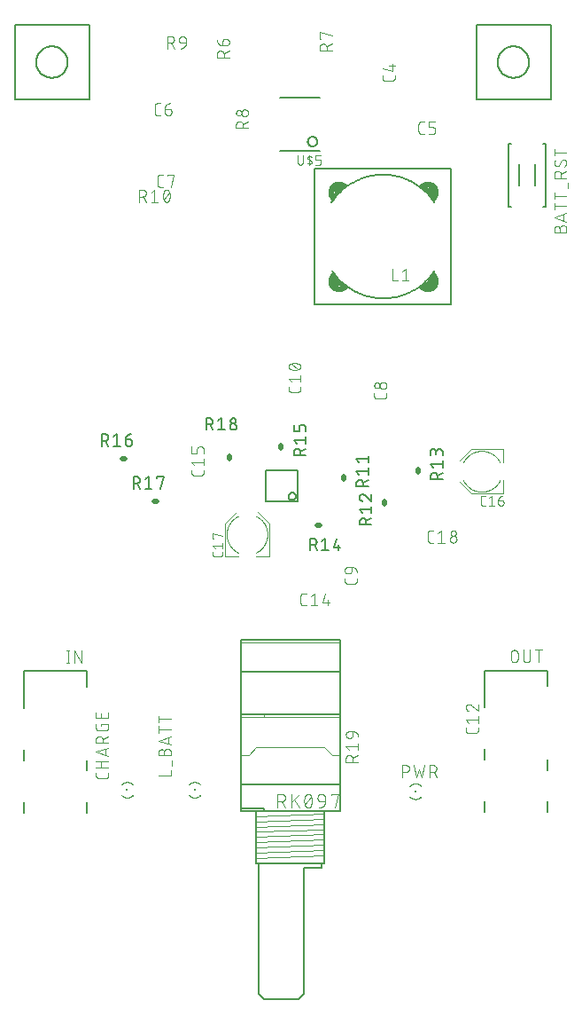
<source format=gbr>
G04 EAGLE Gerber RS-274X export*
G75*
%MOMM*%
%FSLAX34Y34*%
%LPD*%
%INSilkscreen Top*%
%IPPOS*%
%AMOC8*
5,1,8,0,0,1.08239X$1,22.5*%
G01*
%ADD10C,0.152400*%
%ADD11C,0.203200*%
%ADD12C,0.101600*%
%ADD13C,0.076200*%
%ADD14C,0.127000*%
%ADD15R,0.200000X0.200000*%
%ADD16R,0.150000X0.250000*%
%ADD17C,0.508000*%
%ADD18C,0.000000*%


D10*
X16640Y750860D02*
X87760Y750860D01*
X87760Y679740D01*
X16640Y679740D01*
X16640Y750860D01*
D11*
X37200Y715300D02*
X37205Y715668D01*
X37218Y716036D01*
X37241Y716403D01*
X37272Y716770D01*
X37313Y717136D01*
X37362Y717501D01*
X37421Y717864D01*
X37488Y718226D01*
X37564Y718587D01*
X37650Y718945D01*
X37743Y719301D01*
X37846Y719654D01*
X37957Y720005D01*
X38077Y720353D01*
X38205Y720698D01*
X38342Y721040D01*
X38487Y721379D01*
X38640Y721713D01*
X38802Y722044D01*
X38971Y722371D01*
X39149Y722693D01*
X39334Y723012D01*
X39527Y723325D01*
X39728Y723634D01*
X39936Y723937D01*
X40152Y724235D01*
X40375Y724528D01*
X40605Y724816D01*
X40842Y725098D01*
X41086Y725373D01*
X41336Y725643D01*
X41593Y725907D01*
X41857Y726164D01*
X42127Y726414D01*
X42402Y726658D01*
X42684Y726895D01*
X42972Y727125D01*
X43265Y727348D01*
X43563Y727564D01*
X43866Y727772D01*
X44175Y727973D01*
X44488Y728166D01*
X44807Y728351D01*
X45129Y728529D01*
X45456Y728698D01*
X45787Y728860D01*
X46121Y729013D01*
X46460Y729158D01*
X46802Y729295D01*
X47147Y729423D01*
X47495Y729543D01*
X47846Y729654D01*
X48199Y729757D01*
X48555Y729850D01*
X48913Y729936D01*
X49274Y730012D01*
X49636Y730079D01*
X49999Y730138D01*
X50364Y730187D01*
X50730Y730228D01*
X51097Y730259D01*
X51464Y730282D01*
X51832Y730295D01*
X52200Y730300D01*
X52568Y730295D01*
X52936Y730282D01*
X53303Y730259D01*
X53670Y730228D01*
X54036Y730187D01*
X54401Y730138D01*
X54764Y730079D01*
X55126Y730012D01*
X55487Y729936D01*
X55845Y729850D01*
X56201Y729757D01*
X56554Y729654D01*
X56905Y729543D01*
X57253Y729423D01*
X57598Y729295D01*
X57940Y729158D01*
X58279Y729013D01*
X58613Y728860D01*
X58944Y728698D01*
X59271Y728529D01*
X59593Y728351D01*
X59912Y728166D01*
X60225Y727973D01*
X60534Y727772D01*
X60837Y727564D01*
X61135Y727348D01*
X61428Y727125D01*
X61716Y726895D01*
X61998Y726658D01*
X62273Y726414D01*
X62543Y726164D01*
X62807Y725907D01*
X63064Y725643D01*
X63314Y725373D01*
X63558Y725098D01*
X63795Y724816D01*
X64025Y724528D01*
X64248Y724235D01*
X64464Y723937D01*
X64672Y723634D01*
X64873Y723325D01*
X65066Y723012D01*
X65251Y722693D01*
X65429Y722371D01*
X65598Y722044D01*
X65760Y721713D01*
X65913Y721379D01*
X66058Y721040D01*
X66195Y720698D01*
X66323Y720353D01*
X66443Y720005D01*
X66554Y719654D01*
X66657Y719301D01*
X66750Y718945D01*
X66836Y718587D01*
X66912Y718226D01*
X66979Y717864D01*
X67038Y717501D01*
X67087Y717136D01*
X67128Y716770D01*
X67159Y716403D01*
X67182Y716036D01*
X67195Y715668D01*
X67200Y715300D01*
X67195Y714932D01*
X67182Y714564D01*
X67159Y714197D01*
X67128Y713830D01*
X67087Y713464D01*
X67038Y713099D01*
X66979Y712736D01*
X66912Y712374D01*
X66836Y712013D01*
X66750Y711655D01*
X66657Y711299D01*
X66554Y710946D01*
X66443Y710595D01*
X66323Y710247D01*
X66195Y709902D01*
X66058Y709560D01*
X65913Y709221D01*
X65760Y708887D01*
X65598Y708556D01*
X65429Y708229D01*
X65251Y707907D01*
X65066Y707588D01*
X64873Y707275D01*
X64672Y706966D01*
X64464Y706663D01*
X64248Y706365D01*
X64025Y706072D01*
X63795Y705784D01*
X63558Y705502D01*
X63314Y705227D01*
X63064Y704957D01*
X62807Y704693D01*
X62543Y704436D01*
X62273Y704186D01*
X61998Y703942D01*
X61716Y703705D01*
X61428Y703475D01*
X61135Y703252D01*
X60837Y703036D01*
X60534Y702828D01*
X60225Y702627D01*
X59912Y702434D01*
X59593Y702249D01*
X59271Y702071D01*
X58944Y701902D01*
X58613Y701740D01*
X58279Y701587D01*
X57940Y701442D01*
X57598Y701305D01*
X57253Y701177D01*
X56905Y701057D01*
X56554Y700946D01*
X56201Y700843D01*
X55845Y700750D01*
X55487Y700664D01*
X55126Y700588D01*
X54764Y700521D01*
X54401Y700462D01*
X54036Y700413D01*
X53670Y700372D01*
X53303Y700341D01*
X52936Y700318D01*
X52568Y700305D01*
X52200Y700300D01*
X51832Y700305D01*
X51464Y700318D01*
X51097Y700341D01*
X50730Y700372D01*
X50364Y700413D01*
X49999Y700462D01*
X49636Y700521D01*
X49274Y700588D01*
X48913Y700664D01*
X48555Y700750D01*
X48199Y700843D01*
X47846Y700946D01*
X47495Y701057D01*
X47147Y701177D01*
X46802Y701305D01*
X46460Y701442D01*
X46121Y701587D01*
X45787Y701740D01*
X45456Y701902D01*
X45129Y702071D01*
X44807Y702249D01*
X44488Y702434D01*
X44175Y702627D01*
X43866Y702828D01*
X43563Y703036D01*
X43265Y703252D01*
X42972Y703475D01*
X42684Y703705D01*
X42402Y703942D01*
X42127Y704186D01*
X41857Y704436D01*
X41593Y704693D01*
X41336Y704957D01*
X41086Y705227D01*
X40842Y705502D01*
X40605Y705784D01*
X40375Y706072D01*
X40152Y706365D01*
X39936Y706663D01*
X39728Y706966D01*
X39527Y707275D01*
X39334Y707588D01*
X39149Y707907D01*
X38971Y708229D01*
X38802Y708556D01*
X38640Y708887D01*
X38487Y709221D01*
X38342Y709560D01*
X38205Y709902D01*
X38077Y710247D01*
X37957Y710595D01*
X37846Y710946D01*
X37743Y711299D01*
X37650Y711655D01*
X37564Y712013D01*
X37488Y712374D01*
X37421Y712736D01*
X37362Y713099D01*
X37313Y713464D01*
X37272Y713830D01*
X37241Y714197D01*
X37218Y714564D01*
X37205Y714932D01*
X37200Y715300D01*
D10*
X457740Y750860D02*
X528860Y750860D01*
X528860Y679740D01*
X457740Y679740D01*
X457740Y750860D01*
D11*
X478300Y715300D02*
X478305Y715668D01*
X478318Y716036D01*
X478341Y716403D01*
X478372Y716770D01*
X478413Y717136D01*
X478462Y717501D01*
X478521Y717864D01*
X478588Y718226D01*
X478664Y718587D01*
X478750Y718945D01*
X478843Y719301D01*
X478946Y719654D01*
X479057Y720005D01*
X479177Y720353D01*
X479305Y720698D01*
X479442Y721040D01*
X479587Y721379D01*
X479740Y721713D01*
X479902Y722044D01*
X480071Y722371D01*
X480249Y722693D01*
X480434Y723012D01*
X480627Y723325D01*
X480828Y723634D01*
X481036Y723937D01*
X481252Y724235D01*
X481475Y724528D01*
X481705Y724816D01*
X481942Y725098D01*
X482186Y725373D01*
X482436Y725643D01*
X482693Y725907D01*
X482957Y726164D01*
X483227Y726414D01*
X483502Y726658D01*
X483784Y726895D01*
X484072Y727125D01*
X484365Y727348D01*
X484663Y727564D01*
X484966Y727772D01*
X485275Y727973D01*
X485588Y728166D01*
X485907Y728351D01*
X486229Y728529D01*
X486556Y728698D01*
X486887Y728860D01*
X487221Y729013D01*
X487560Y729158D01*
X487902Y729295D01*
X488247Y729423D01*
X488595Y729543D01*
X488946Y729654D01*
X489299Y729757D01*
X489655Y729850D01*
X490013Y729936D01*
X490374Y730012D01*
X490736Y730079D01*
X491099Y730138D01*
X491464Y730187D01*
X491830Y730228D01*
X492197Y730259D01*
X492564Y730282D01*
X492932Y730295D01*
X493300Y730300D01*
X493668Y730295D01*
X494036Y730282D01*
X494403Y730259D01*
X494770Y730228D01*
X495136Y730187D01*
X495501Y730138D01*
X495864Y730079D01*
X496226Y730012D01*
X496587Y729936D01*
X496945Y729850D01*
X497301Y729757D01*
X497654Y729654D01*
X498005Y729543D01*
X498353Y729423D01*
X498698Y729295D01*
X499040Y729158D01*
X499379Y729013D01*
X499713Y728860D01*
X500044Y728698D01*
X500371Y728529D01*
X500693Y728351D01*
X501012Y728166D01*
X501325Y727973D01*
X501634Y727772D01*
X501937Y727564D01*
X502235Y727348D01*
X502528Y727125D01*
X502816Y726895D01*
X503098Y726658D01*
X503373Y726414D01*
X503643Y726164D01*
X503907Y725907D01*
X504164Y725643D01*
X504414Y725373D01*
X504658Y725098D01*
X504895Y724816D01*
X505125Y724528D01*
X505348Y724235D01*
X505564Y723937D01*
X505772Y723634D01*
X505973Y723325D01*
X506166Y723012D01*
X506351Y722693D01*
X506529Y722371D01*
X506698Y722044D01*
X506860Y721713D01*
X507013Y721379D01*
X507158Y721040D01*
X507295Y720698D01*
X507423Y720353D01*
X507543Y720005D01*
X507654Y719654D01*
X507757Y719301D01*
X507850Y718945D01*
X507936Y718587D01*
X508012Y718226D01*
X508079Y717864D01*
X508138Y717501D01*
X508187Y717136D01*
X508228Y716770D01*
X508259Y716403D01*
X508282Y716036D01*
X508295Y715668D01*
X508300Y715300D01*
X508295Y714932D01*
X508282Y714564D01*
X508259Y714197D01*
X508228Y713830D01*
X508187Y713464D01*
X508138Y713099D01*
X508079Y712736D01*
X508012Y712374D01*
X507936Y712013D01*
X507850Y711655D01*
X507757Y711299D01*
X507654Y710946D01*
X507543Y710595D01*
X507423Y710247D01*
X507295Y709902D01*
X507158Y709560D01*
X507013Y709221D01*
X506860Y708887D01*
X506698Y708556D01*
X506529Y708229D01*
X506351Y707907D01*
X506166Y707588D01*
X505973Y707275D01*
X505772Y706966D01*
X505564Y706663D01*
X505348Y706365D01*
X505125Y706072D01*
X504895Y705784D01*
X504658Y705502D01*
X504414Y705227D01*
X504164Y704957D01*
X503907Y704693D01*
X503643Y704436D01*
X503373Y704186D01*
X503098Y703942D01*
X502816Y703705D01*
X502528Y703475D01*
X502235Y703252D01*
X501937Y703036D01*
X501634Y702828D01*
X501325Y702627D01*
X501012Y702434D01*
X500693Y702249D01*
X500371Y702071D01*
X500044Y701902D01*
X499713Y701740D01*
X499379Y701587D01*
X499040Y701442D01*
X498698Y701305D01*
X498353Y701177D01*
X498005Y701057D01*
X497654Y700946D01*
X497301Y700843D01*
X496945Y700750D01*
X496587Y700664D01*
X496226Y700588D01*
X495864Y700521D01*
X495501Y700462D01*
X495136Y700413D01*
X494770Y700372D01*
X494403Y700341D01*
X494036Y700318D01*
X493668Y700305D01*
X493300Y700300D01*
X492932Y700305D01*
X492564Y700318D01*
X492197Y700341D01*
X491830Y700372D01*
X491464Y700413D01*
X491099Y700462D01*
X490736Y700521D01*
X490374Y700588D01*
X490013Y700664D01*
X489655Y700750D01*
X489299Y700843D01*
X488946Y700946D01*
X488595Y701057D01*
X488247Y701177D01*
X487902Y701305D01*
X487560Y701442D01*
X487221Y701587D01*
X486887Y701740D01*
X486556Y701902D01*
X486229Y702071D01*
X485907Y702249D01*
X485588Y702434D01*
X485275Y702627D01*
X484966Y702828D01*
X484663Y703036D01*
X484365Y703252D01*
X484072Y703475D01*
X483784Y703705D01*
X483502Y703942D01*
X483227Y704186D01*
X482957Y704436D01*
X482693Y704693D01*
X482436Y704957D01*
X482186Y705227D01*
X481942Y705502D01*
X481705Y705784D01*
X481475Y706072D01*
X481252Y706365D01*
X481036Y706663D01*
X480828Y706966D01*
X480627Y707275D01*
X480434Y707588D01*
X480249Y707907D01*
X480071Y708229D01*
X479902Y708556D01*
X479740Y708887D01*
X479587Y709221D01*
X479442Y709560D01*
X479305Y709902D01*
X479177Y710247D01*
X479057Y710595D01*
X478946Y710946D01*
X478843Y711299D01*
X478750Y711655D01*
X478664Y712013D01*
X478588Y712374D01*
X478521Y712736D01*
X478462Y713099D01*
X478413Y713464D01*
X478372Y713830D01*
X478341Y714197D01*
X478318Y714564D01*
X478305Y714932D01*
X478300Y715300D01*
X521400Y637500D02*
X523900Y637500D01*
X523900Y577500D01*
X521400Y577500D01*
X491400Y577500D02*
X488900Y577500D01*
X488900Y637500D01*
X491400Y637500D01*
X513900Y617500D02*
X513900Y597500D01*
X498900Y597500D02*
X498900Y617500D01*
D12*
X537501Y556164D02*
X537501Y552918D01*
X537500Y556164D02*
X537502Y556277D01*
X537508Y556390D01*
X537518Y556503D01*
X537532Y556616D01*
X537549Y556728D01*
X537571Y556839D01*
X537596Y556949D01*
X537626Y557059D01*
X537659Y557167D01*
X537696Y557274D01*
X537736Y557380D01*
X537781Y557484D01*
X537829Y557587D01*
X537880Y557688D01*
X537935Y557787D01*
X537993Y557884D01*
X538055Y557979D01*
X538120Y558072D01*
X538188Y558162D01*
X538259Y558250D01*
X538334Y558336D01*
X538411Y558419D01*
X538491Y558499D01*
X538574Y558576D01*
X538660Y558651D01*
X538748Y558722D01*
X538838Y558790D01*
X538931Y558855D01*
X539026Y558917D01*
X539123Y558975D01*
X539222Y559030D01*
X539323Y559081D01*
X539426Y559129D01*
X539530Y559174D01*
X539636Y559214D01*
X539743Y559251D01*
X539851Y559284D01*
X539961Y559314D01*
X540071Y559339D01*
X540182Y559361D01*
X540294Y559378D01*
X540407Y559392D01*
X540520Y559402D01*
X540633Y559408D01*
X540746Y559410D01*
X540859Y559408D01*
X540972Y559402D01*
X541085Y559392D01*
X541198Y559378D01*
X541310Y559361D01*
X541421Y559339D01*
X541531Y559314D01*
X541641Y559284D01*
X541749Y559251D01*
X541856Y559214D01*
X541962Y559174D01*
X542066Y559129D01*
X542169Y559081D01*
X542270Y559030D01*
X542369Y558975D01*
X542466Y558917D01*
X542561Y558855D01*
X542654Y558790D01*
X542744Y558722D01*
X542832Y558651D01*
X542918Y558576D01*
X543001Y558499D01*
X543081Y558419D01*
X543158Y558336D01*
X543233Y558250D01*
X543304Y558162D01*
X543372Y558072D01*
X543437Y557979D01*
X543499Y557884D01*
X543557Y557787D01*
X543612Y557688D01*
X543663Y557587D01*
X543711Y557484D01*
X543756Y557380D01*
X543796Y557274D01*
X543833Y557167D01*
X543866Y557059D01*
X543896Y556949D01*
X543921Y556839D01*
X543943Y556728D01*
X543960Y556616D01*
X543974Y556503D01*
X543984Y556390D01*
X543990Y556277D01*
X543992Y556164D01*
X543992Y552918D01*
X532308Y552918D01*
X532308Y556164D01*
X532310Y556265D01*
X532316Y556365D01*
X532326Y556465D01*
X532339Y556565D01*
X532357Y556664D01*
X532378Y556763D01*
X532403Y556860D01*
X532432Y556957D01*
X532465Y557052D01*
X532501Y557146D01*
X532541Y557238D01*
X532584Y557329D01*
X532631Y557418D01*
X532681Y557505D01*
X532735Y557591D01*
X532792Y557674D01*
X532852Y557754D01*
X532915Y557833D01*
X532982Y557909D01*
X533051Y557982D01*
X533123Y558052D01*
X533197Y558120D01*
X533274Y558185D01*
X533354Y558246D01*
X533436Y558305D01*
X533520Y558360D01*
X533606Y558412D01*
X533694Y558461D01*
X533784Y558506D01*
X533876Y558548D01*
X533969Y558586D01*
X534064Y558620D01*
X534159Y558651D01*
X534256Y558678D01*
X534354Y558701D01*
X534453Y558721D01*
X534553Y558736D01*
X534653Y558748D01*
X534753Y558756D01*
X534854Y558760D01*
X534954Y558760D01*
X535055Y558756D01*
X535155Y558748D01*
X535255Y558736D01*
X535355Y558721D01*
X535454Y558701D01*
X535552Y558678D01*
X535649Y558651D01*
X535744Y558620D01*
X535839Y558586D01*
X535932Y558548D01*
X536024Y558506D01*
X536114Y558461D01*
X536202Y558412D01*
X536288Y558360D01*
X536372Y558305D01*
X536454Y558246D01*
X536534Y558185D01*
X536611Y558120D01*
X536685Y558052D01*
X536757Y557982D01*
X536826Y557909D01*
X536893Y557833D01*
X536956Y557754D01*
X537016Y557674D01*
X537073Y557591D01*
X537127Y557505D01*
X537177Y557418D01*
X537224Y557329D01*
X537267Y557238D01*
X537307Y557146D01*
X537343Y557052D01*
X537376Y556957D01*
X537405Y556860D01*
X537430Y556763D01*
X537451Y556664D01*
X537469Y556565D01*
X537482Y556465D01*
X537492Y556365D01*
X537498Y556265D01*
X537500Y556164D01*
X543992Y563149D02*
X532308Y567044D01*
X543992Y570938D01*
X541071Y569965D02*
X541071Y564123D01*
X543992Y577712D02*
X532308Y577712D01*
X532308Y580957D02*
X532308Y574466D01*
X532308Y587618D02*
X543992Y587618D01*
X532308Y584372D02*
X532308Y590863D01*
X545290Y594546D02*
X545290Y599739D01*
X543992Y604639D02*
X532308Y604639D01*
X532308Y607884D01*
X532310Y607997D01*
X532316Y608110D01*
X532326Y608223D01*
X532340Y608336D01*
X532357Y608448D01*
X532379Y608559D01*
X532404Y608669D01*
X532434Y608779D01*
X532467Y608887D01*
X532504Y608994D01*
X532544Y609100D01*
X532589Y609204D01*
X532637Y609307D01*
X532688Y609408D01*
X532743Y609507D01*
X532801Y609604D01*
X532863Y609699D01*
X532928Y609792D01*
X532996Y609882D01*
X533067Y609970D01*
X533142Y610056D01*
X533219Y610139D01*
X533299Y610219D01*
X533382Y610296D01*
X533468Y610371D01*
X533556Y610442D01*
X533646Y610510D01*
X533739Y610575D01*
X533834Y610637D01*
X533931Y610695D01*
X534030Y610750D01*
X534131Y610801D01*
X534234Y610849D01*
X534338Y610894D01*
X534444Y610934D01*
X534551Y610971D01*
X534659Y611004D01*
X534769Y611034D01*
X534879Y611059D01*
X534990Y611081D01*
X535102Y611098D01*
X535215Y611112D01*
X535328Y611122D01*
X535441Y611128D01*
X535554Y611130D01*
X535667Y611128D01*
X535780Y611122D01*
X535893Y611112D01*
X536006Y611098D01*
X536118Y611081D01*
X536229Y611059D01*
X536339Y611034D01*
X536449Y611004D01*
X536557Y610971D01*
X536664Y610934D01*
X536770Y610894D01*
X536874Y610849D01*
X536977Y610801D01*
X537078Y610750D01*
X537177Y610695D01*
X537274Y610637D01*
X537369Y610575D01*
X537462Y610510D01*
X537552Y610442D01*
X537640Y610371D01*
X537726Y610296D01*
X537809Y610219D01*
X537889Y610139D01*
X537966Y610056D01*
X538041Y609970D01*
X538112Y609882D01*
X538180Y609792D01*
X538245Y609699D01*
X538307Y609604D01*
X538365Y609507D01*
X538420Y609408D01*
X538471Y609307D01*
X538519Y609204D01*
X538564Y609100D01*
X538604Y608994D01*
X538641Y608887D01*
X538674Y608779D01*
X538704Y608669D01*
X538729Y608559D01*
X538751Y608448D01*
X538768Y608336D01*
X538782Y608223D01*
X538792Y608110D01*
X538798Y607997D01*
X538800Y607884D01*
X538799Y607884D02*
X538799Y604639D01*
X538799Y608533D02*
X543992Y611130D01*
X543992Y619509D02*
X543990Y619608D01*
X543984Y619708D01*
X543975Y619807D01*
X543962Y619905D01*
X543945Y620003D01*
X543924Y620101D01*
X543899Y620197D01*
X543871Y620292D01*
X543839Y620386D01*
X543804Y620479D01*
X543765Y620571D01*
X543722Y620661D01*
X543677Y620749D01*
X543627Y620836D01*
X543575Y620920D01*
X543519Y621003D01*
X543461Y621083D01*
X543399Y621161D01*
X543334Y621236D01*
X543266Y621309D01*
X543196Y621379D01*
X543123Y621447D01*
X543048Y621512D01*
X542970Y621574D01*
X542890Y621632D01*
X542807Y621688D01*
X542723Y621740D01*
X542636Y621790D01*
X542548Y621835D01*
X542458Y621878D01*
X542366Y621917D01*
X542273Y621952D01*
X542179Y621984D01*
X542084Y622012D01*
X541988Y622037D01*
X541890Y622058D01*
X541792Y622075D01*
X541694Y622088D01*
X541595Y622097D01*
X541495Y622103D01*
X541396Y622105D01*
X543992Y619509D02*
X543990Y619365D01*
X543984Y619220D01*
X543975Y619076D01*
X543962Y618933D01*
X543945Y618789D01*
X543924Y618646D01*
X543899Y618504D01*
X543871Y618363D01*
X543839Y618222D01*
X543803Y618082D01*
X543764Y617943D01*
X543721Y617805D01*
X543674Y617669D01*
X543624Y617533D01*
X543570Y617399D01*
X543513Y617267D01*
X543452Y617136D01*
X543388Y617007D01*
X543320Y616879D01*
X543250Y616753D01*
X543175Y616629D01*
X543098Y616508D01*
X543017Y616388D01*
X542934Y616270D01*
X542847Y616155D01*
X542757Y616042D01*
X542664Y615931D01*
X542569Y615823D01*
X542470Y615717D01*
X542369Y615614D01*
X534904Y615939D02*
X534805Y615941D01*
X534705Y615947D01*
X534606Y615956D01*
X534508Y615969D01*
X534410Y615986D01*
X534312Y616007D01*
X534216Y616032D01*
X534121Y616060D01*
X534027Y616092D01*
X533934Y616127D01*
X533842Y616166D01*
X533752Y616209D01*
X533664Y616254D01*
X533577Y616304D01*
X533493Y616356D01*
X533410Y616412D01*
X533330Y616470D01*
X533252Y616532D01*
X533177Y616597D01*
X533104Y616665D01*
X533034Y616735D01*
X532966Y616808D01*
X532901Y616883D01*
X532839Y616961D01*
X532781Y617041D01*
X532725Y617124D01*
X532673Y617208D01*
X532623Y617295D01*
X532578Y617383D01*
X532535Y617473D01*
X532496Y617565D01*
X532461Y617658D01*
X532429Y617752D01*
X532401Y617847D01*
X532376Y617943D01*
X532355Y618041D01*
X532338Y618139D01*
X532325Y618237D01*
X532316Y618336D01*
X532310Y618436D01*
X532308Y618535D01*
X532310Y618671D01*
X532316Y618807D01*
X532325Y618943D01*
X532338Y619079D01*
X532356Y619214D01*
X532376Y619348D01*
X532401Y619482D01*
X532429Y619616D01*
X532462Y619748D01*
X532497Y619879D01*
X532537Y620010D01*
X532580Y620139D01*
X532626Y620267D01*
X532677Y620393D01*
X532730Y620519D01*
X532788Y620642D01*
X532848Y620764D01*
X532912Y620884D01*
X532980Y621003D01*
X533050Y621119D01*
X533124Y621233D01*
X533201Y621346D01*
X533282Y621456D01*
X537176Y617236D02*
X537123Y617150D01*
X537066Y617066D01*
X537007Y616984D01*
X536944Y616904D01*
X536878Y616827D01*
X536810Y616752D01*
X536738Y616680D01*
X536664Y616611D01*
X536587Y616545D01*
X536508Y616482D01*
X536426Y616422D01*
X536342Y616365D01*
X536256Y616311D01*
X536168Y616261D01*
X536078Y616214D01*
X535987Y616170D01*
X535893Y616131D01*
X535799Y616094D01*
X535703Y616062D01*
X535605Y616033D01*
X535507Y616008D01*
X535408Y615987D01*
X535308Y615969D01*
X535208Y615956D01*
X535107Y615946D01*
X535005Y615940D01*
X534904Y615938D01*
X539124Y620807D02*
X539177Y620893D01*
X539234Y620977D01*
X539293Y621059D01*
X539356Y621139D01*
X539422Y621216D01*
X539490Y621291D01*
X539562Y621363D01*
X539636Y621432D01*
X539713Y621498D01*
X539792Y621561D01*
X539874Y621621D01*
X539958Y621678D01*
X540044Y621732D01*
X540132Y621782D01*
X540222Y621829D01*
X540313Y621873D01*
X540407Y621912D01*
X540501Y621949D01*
X540597Y621981D01*
X540695Y622010D01*
X540793Y622035D01*
X540892Y622056D01*
X540992Y622074D01*
X541092Y622087D01*
X541193Y622097D01*
X541295Y622103D01*
X541396Y622105D01*
X539124Y620807D02*
X537176Y617237D01*
X532308Y629146D02*
X543992Y629146D01*
X532308Y625901D02*
X532308Y632392D01*
X289992Y405656D02*
X289992Y403059D01*
X289990Y402960D01*
X289984Y402860D01*
X289975Y402761D01*
X289962Y402663D01*
X289945Y402565D01*
X289924Y402467D01*
X289899Y402371D01*
X289871Y402276D01*
X289839Y402182D01*
X289804Y402089D01*
X289765Y401997D01*
X289722Y401907D01*
X289677Y401819D01*
X289627Y401732D01*
X289575Y401648D01*
X289519Y401565D01*
X289461Y401485D01*
X289399Y401407D01*
X289334Y401332D01*
X289266Y401259D01*
X289196Y401189D01*
X289123Y401121D01*
X289048Y401056D01*
X288970Y400994D01*
X288890Y400936D01*
X288807Y400880D01*
X288723Y400828D01*
X288636Y400778D01*
X288548Y400733D01*
X288458Y400690D01*
X288366Y400651D01*
X288273Y400616D01*
X288179Y400584D01*
X288084Y400556D01*
X287988Y400531D01*
X287890Y400510D01*
X287792Y400493D01*
X287694Y400480D01*
X287595Y400471D01*
X287495Y400465D01*
X287396Y400463D01*
X280904Y400463D01*
X280904Y400462D02*
X280805Y400464D01*
X280705Y400470D01*
X280606Y400479D01*
X280508Y400492D01*
X280410Y400510D01*
X280312Y400530D01*
X280216Y400555D01*
X280120Y400583D01*
X280026Y400615D01*
X279933Y400650D01*
X279842Y400689D01*
X279752Y400732D01*
X279663Y400777D01*
X279577Y400827D01*
X279492Y400879D01*
X279410Y400935D01*
X279330Y400994D01*
X279252Y401055D01*
X279176Y401120D01*
X279103Y401188D01*
X279033Y401258D01*
X278965Y401331D01*
X278900Y401407D01*
X278839Y401485D01*
X278780Y401565D01*
X278724Y401647D01*
X278672Y401732D01*
X278623Y401818D01*
X278577Y401907D01*
X278534Y401997D01*
X278495Y402088D01*
X278460Y402181D01*
X278428Y402275D01*
X278400Y402371D01*
X278375Y402467D01*
X278355Y402565D01*
X278337Y402663D01*
X278324Y402761D01*
X278315Y402860D01*
X278309Y402959D01*
X278307Y403059D01*
X278308Y403059D02*
X278308Y405656D01*
X280904Y410021D02*
X278308Y413266D01*
X289992Y413266D01*
X289992Y410021D02*
X289992Y416512D01*
X284150Y421451D02*
X283920Y421454D01*
X283690Y421462D01*
X283461Y421476D01*
X283232Y421495D01*
X283003Y421520D01*
X282775Y421550D01*
X282548Y421585D01*
X282322Y421626D01*
X282097Y421672D01*
X281873Y421724D01*
X281650Y421781D01*
X281429Y421843D01*
X281209Y421911D01*
X280991Y421984D01*
X280775Y422062D01*
X280561Y422145D01*
X280349Y422233D01*
X280138Y422326D01*
X279931Y422425D01*
X279931Y422424D02*
X279841Y422457D01*
X279752Y422493D01*
X279664Y422533D01*
X279579Y422577D01*
X279495Y422624D01*
X279413Y422674D01*
X279333Y422728D01*
X279256Y422784D01*
X279180Y422844D01*
X279107Y422907D01*
X279037Y422972D01*
X278969Y423041D01*
X278905Y423112D01*
X278843Y423185D01*
X278784Y423261D01*
X278728Y423339D01*
X278675Y423420D01*
X278626Y423502D01*
X278580Y423586D01*
X278537Y423673D01*
X278498Y423760D01*
X278462Y423850D01*
X278430Y423940D01*
X278402Y424032D01*
X278377Y424125D01*
X278356Y424219D01*
X278339Y424313D01*
X278325Y424408D01*
X278316Y424504D01*
X278310Y424600D01*
X278308Y424696D01*
X278310Y424792D01*
X278316Y424888D01*
X278325Y424984D01*
X278339Y425079D01*
X278356Y425173D01*
X278377Y425267D01*
X278402Y425360D01*
X278430Y425452D01*
X278462Y425542D01*
X278498Y425632D01*
X278537Y425720D01*
X278580Y425806D01*
X278626Y425890D01*
X278675Y425972D01*
X278728Y426053D01*
X278784Y426131D01*
X278843Y426207D01*
X278905Y426280D01*
X278969Y426351D01*
X279037Y426420D01*
X279107Y426485D01*
X279180Y426548D01*
X279256Y426608D01*
X279333Y426664D01*
X279413Y426718D01*
X279495Y426768D01*
X279579Y426815D01*
X279664Y426859D01*
X279752Y426899D01*
X279841Y426935D01*
X279931Y426968D01*
X280138Y427067D01*
X280349Y427160D01*
X280561Y427248D01*
X280775Y427331D01*
X280991Y427409D01*
X281209Y427482D01*
X281429Y427550D01*
X281650Y427612D01*
X281873Y427669D01*
X282097Y427721D01*
X282322Y427767D01*
X282548Y427808D01*
X282775Y427843D01*
X283003Y427873D01*
X283232Y427898D01*
X283461Y427917D01*
X283690Y427931D01*
X283920Y427939D01*
X284150Y427942D01*
X284150Y421451D02*
X284380Y421454D01*
X284610Y421462D01*
X284839Y421476D01*
X285068Y421495D01*
X285297Y421520D01*
X285525Y421550D01*
X285752Y421585D01*
X285978Y421626D01*
X286203Y421672D01*
X286427Y421724D01*
X286650Y421781D01*
X286871Y421843D01*
X287091Y421911D01*
X287309Y421984D01*
X287525Y422062D01*
X287739Y422145D01*
X287951Y422233D01*
X288162Y422326D01*
X288369Y422425D01*
X288369Y422424D02*
X288459Y422457D01*
X288548Y422493D01*
X288636Y422534D01*
X288721Y422577D01*
X288805Y422624D01*
X288887Y422674D01*
X288967Y422728D01*
X289044Y422784D01*
X289120Y422844D01*
X289193Y422907D01*
X289263Y422972D01*
X289331Y423041D01*
X289395Y423112D01*
X289457Y423185D01*
X289516Y423261D01*
X289572Y423339D01*
X289625Y423420D01*
X289674Y423502D01*
X289720Y423586D01*
X289763Y423673D01*
X289802Y423760D01*
X289838Y423850D01*
X289870Y423940D01*
X289898Y424032D01*
X289923Y424125D01*
X289944Y424219D01*
X289961Y424313D01*
X289975Y424408D01*
X289984Y424504D01*
X289990Y424600D01*
X289992Y424696D01*
X288369Y426968D02*
X288162Y427067D01*
X287951Y427160D01*
X287739Y427248D01*
X287525Y427331D01*
X287309Y427409D01*
X287091Y427482D01*
X286871Y427550D01*
X286650Y427612D01*
X286427Y427669D01*
X286203Y427721D01*
X285978Y427767D01*
X285752Y427808D01*
X285525Y427843D01*
X285297Y427873D01*
X285068Y427898D01*
X284839Y427917D01*
X284610Y427931D01*
X284380Y427939D01*
X284150Y427942D01*
X288369Y426968D02*
X288459Y426935D01*
X288548Y426899D01*
X288636Y426859D01*
X288721Y426815D01*
X288805Y426768D01*
X288887Y426718D01*
X288967Y426664D01*
X289044Y426608D01*
X289120Y426548D01*
X289193Y426485D01*
X289263Y426420D01*
X289331Y426351D01*
X289395Y426280D01*
X289457Y426207D01*
X289516Y426131D01*
X289572Y426053D01*
X289625Y425972D01*
X289674Y425890D01*
X289720Y425806D01*
X289763Y425719D01*
X289802Y425632D01*
X289838Y425542D01*
X289870Y425452D01*
X289898Y425360D01*
X289923Y425267D01*
X289944Y425173D01*
X289961Y425079D01*
X289975Y424984D01*
X289984Y424888D01*
X289990Y424792D01*
X289992Y424696D01*
X287396Y422100D02*
X280904Y427293D01*
X459542Y80156D02*
X459542Y77559D01*
X459540Y77460D01*
X459534Y77360D01*
X459525Y77261D01*
X459512Y77163D01*
X459495Y77065D01*
X459474Y76967D01*
X459449Y76871D01*
X459421Y76776D01*
X459389Y76682D01*
X459354Y76589D01*
X459315Y76497D01*
X459272Y76407D01*
X459227Y76319D01*
X459177Y76232D01*
X459125Y76148D01*
X459069Y76065D01*
X459011Y75985D01*
X458949Y75907D01*
X458884Y75832D01*
X458816Y75759D01*
X458746Y75689D01*
X458673Y75621D01*
X458598Y75556D01*
X458520Y75494D01*
X458440Y75436D01*
X458357Y75380D01*
X458273Y75328D01*
X458186Y75278D01*
X458098Y75233D01*
X458008Y75190D01*
X457916Y75151D01*
X457823Y75116D01*
X457729Y75084D01*
X457634Y75056D01*
X457538Y75031D01*
X457440Y75010D01*
X457342Y74993D01*
X457244Y74980D01*
X457145Y74971D01*
X457045Y74965D01*
X456946Y74963D01*
X450454Y74963D01*
X450454Y74962D02*
X450355Y74964D01*
X450255Y74970D01*
X450156Y74979D01*
X450058Y74992D01*
X449960Y75010D01*
X449862Y75030D01*
X449766Y75055D01*
X449670Y75083D01*
X449576Y75115D01*
X449483Y75150D01*
X449392Y75189D01*
X449302Y75232D01*
X449213Y75277D01*
X449127Y75327D01*
X449042Y75379D01*
X448960Y75435D01*
X448880Y75494D01*
X448802Y75555D01*
X448726Y75620D01*
X448653Y75688D01*
X448583Y75758D01*
X448515Y75831D01*
X448450Y75907D01*
X448389Y75985D01*
X448330Y76065D01*
X448274Y76147D01*
X448222Y76232D01*
X448173Y76318D01*
X448127Y76407D01*
X448084Y76497D01*
X448045Y76588D01*
X448010Y76681D01*
X447978Y76775D01*
X447950Y76871D01*
X447925Y76967D01*
X447905Y77065D01*
X447887Y77163D01*
X447874Y77261D01*
X447865Y77360D01*
X447859Y77459D01*
X447857Y77559D01*
X447858Y77559D02*
X447858Y80156D01*
X450454Y84521D02*
X447858Y87766D01*
X459542Y87766D01*
X459542Y84521D02*
X459542Y91012D01*
X450779Y102442D02*
X450672Y102440D01*
X450566Y102434D01*
X450460Y102424D01*
X450354Y102411D01*
X450248Y102393D01*
X450144Y102372D01*
X450040Y102347D01*
X449937Y102318D01*
X449836Y102286D01*
X449736Y102249D01*
X449637Y102209D01*
X449539Y102166D01*
X449443Y102119D01*
X449349Y102068D01*
X449257Y102014D01*
X449167Y101957D01*
X449079Y101897D01*
X448994Y101833D01*
X448911Y101766D01*
X448830Y101696D01*
X448752Y101624D01*
X448676Y101548D01*
X448604Y101470D01*
X448534Y101389D01*
X448467Y101306D01*
X448403Y101221D01*
X448343Y101133D01*
X448286Y101043D01*
X448232Y100951D01*
X448181Y100857D01*
X448134Y100761D01*
X448091Y100663D01*
X448051Y100564D01*
X448014Y100464D01*
X447982Y100363D01*
X447953Y100260D01*
X447928Y100156D01*
X447907Y100052D01*
X447889Y99946D01*
X447876Y99840D01*
X447866Y99734D01*
X447860Y99628D01*
X447858Y99521D01*
X447860Y99400D01*
X447866Y99279D01*
X447876Y99159D01*
X447889Y99038D01*
X447907Y98919D01*
X447928Y98799D01*
X447953Y98681D01*
X447982Y98564D01*
X448015Y98447D01*
X448051Y98332D01*
X448092Y98218D01*
X448135Y98105D01*
X448183Y97993D01*
X448234Y97884D01*
X448289Y97776D01*
X448347Y97669D01*
X448408Y97565D01*
X448473Y97463D01*
X448541Y97363D01*
X448612Y97265D01*
X448686Y97169D01*
X448763Y97076D01*
X448844Y96986D01*
X448927Y96898D01*
X449013Y96813D01*
X449102Y96730D01*
X449193Y96651D01*
X449287Y96574D01*
X449383Y96501D01*
X449481Y96431D01*
X449582Y96364D01*
X449685Y96300D01*
X449790Y96240D01*
X449897Y96182D01*
X450005Y96129D01*
X450115Y96079D01*
X450227Y96033D01*
X450340Y95990D01*
X450455Y95951D01*
X453051Y101468D02*
X452973Y101547D01*
X452893Y101623D01*
X452810Y101696D01*
X452724Y101766D01*
X452637Y101833D01*
X452546Y101897D01*
X452454Y101957D01*
X452360Y102015D01*
X452263Y102069D01*
X452165Y102119D01*
X452065Y102166D01*
X451964Y102210D01*
X451861Y102250D01*
X451756Y102286D01*
X451651Y102318D01*
X451544Y102347D01*
X451437Y102372D01*
X451328Y102394D01*
X451219Y102411D01*
X451110Y102425D01*
X451000Y102434D01*
X450889Y102440D01*
X450779Y102442D01*
X453051Y101468D02*
X459542Y95951D01*
X459542Y102442D01*
X295206Y196608D02*
X292609Y196608D01*
X292510Y196610D01*
X292410Y196616D01*
X292311Y196625D01*
X292213Y196638D01*
X292115Y196655D01*
X292017Y196676D01*
X291921Y196701D01*
X291826Y196729D01*
X291732Y196761D01*
X291639Y196796D01*
X291547Y196835D01*
X291457Y196878D01*
X291369Y196923D01*
X291282Y196973D01*
X291198Y197025D01*
X291115Y197081D01*
X291035Y197139D01*
X290957Y197201D01*
X290882Y197266D01*
X290809Y197334D01*
X290739Y197404D01*
X290671Y197477D01*
X290606Y197552D01*
X290544Y197630D01*
X290486Y197710D01*
X290430Y197793D01*
X290378Y197877D01*
X290328Y197964D01*
X290283Y198052D01*
X290240Y198142D01*
X290201Y198234D01*
X290166Y198327D01*
X290134Y198421D01*
X290106Y198516D01*
X290081Y198612D01*
X290060Y198710D01*
X290043Y198808D01*
X290030Y198906D01*
X290021Y199005D01*
X290015Y199105D01*
X290013Y199204D01*
X290013Y205696D01*
X290015Y205795D01*
X290021Y205895D01*
X290030Y205994D01*
X290043Y206092D01*
X290060Y206190D01*
X290081Y206288D01*
X290106Y206384D01*
X290134Y206479D01*
X290166Y206573D01*
X290201Y206666D01*
X290240Y206758D01*
X290283Y206848D01*
X290328Y206936D01*
X290378Y207023D01*
X290430Y207107D01*
X290486Y207190D01*
X290544Y207270D01*
X290606Y207348D01*
X290671Y207423D01*
X290739Y207496D01*
X290809Y207566D01*
X290882Y207634D01*
X290957Y207699D01*
X291035Y207761D01*
X291115Y207819D01*
X291198Y207875D01*
X291282Y207927D01*
X291369Y207977D01*
X291457Y208022D01*
X291547Y208065D01*
X291639Y208104D01*
X291731Y208139D01*
X291826Y208171D01*
X291921Y208199D01*
X292017Y208224D01*
X292115Y208245D01*
X292213Y208262D01*
X292311Y208275D01*
X292410Y208284D01*
X292510Y208290D01*
X292609Y208292D01*
X295206Y208292D01*
X299571Y205696D02*
X302816Y208292D01*
X302816Y196608D01*
X299571Y196608D02*
X306062Y196608D01*
X311001Y199204D02*
X313597Y208292D01*
X311001Y199204D02*
X317492Y199204D01*
X315545Y201801D02*
X315545Y196608D01*
X197392Y323409D02*
X197392Y326006D01*
X197392Y323409D02*
X197390Y323310D01*
X197384Y323210D01*
X197375Y323111D01*
X197362Y323013D01*
X197345Y322915D01*
X197324Y322817D01*
X197299Y322721D01*
X197271Y322626D01*
X197239Y322532D01*
X197204Y322439D01*
X197165Y322347D01*
X197122Y322257D01*
X197077Y322169D01*
X197027Y322082D01*
X196975Y321998D01*
X196919Y321915D01*
X196861Y321835D01*
X196799Y321757D01*
X196734Y321682D01*
X196666Y321609D01*
X196596Y321539D01*
X196523Y321471D01*
X196448Y321406D01*
X196370Y321344D01*
X196290Y321286D01*
X196207Y321230D01*
X196123Y321178D01*
X196036Y321128D01*
X195948Y321083D01*
X195858Y321040D01*
X195766Y321001D01*
X195673Y320966D01*
X195579Y320934D01*
X195484Y320906D01*
X195388Y320881D01*
X195290Y320860D01*
X195192Y320843D01*
X195094Y320830D01*
X194995Y320821D01*
X194895Y320815D01*
X194796Y320813D01*
X188304Y320813D01*
X188304Y320812D02*
X188205Y320814D01*
X188105Y320820D01*
X188006Y320829D01*
X187908Y320842D01*
X187810Y320860D01*
X187712Y320880D01*
X187616Y320905D01*
X187520Y320933D01*
X187426Y320965D01*
X187333Y321000D01*
X187242Y321039D01*
X187152Y321082D01*
X187063Y321127D01*
X186977Y321177D01*
X186892Y321229D01*
X186810Y321285D01*
X186730Y321344D01*
X186652Y321405D01*
X186576Y321470D01*
X186503Y321538D01*
X186433Y321608D01*
X186365Y321681D01*
X186300Y321757D01*
X186239Y321835D01*
X186180Y321915D01*
X186124Y321997D01*
X186072Y322082D01*
X186023Y322168D01*
X185977Y322257D01*
X185934Y322347D01*
X185895Y322438D01*
X185860Y322531D01*
X185828Y322625D01*
X185800Y322721D01*
X185775Y322817D01*
X185755Y322915D01*
X185737Y323013D01*
X185724Y323111D01*
X185715Y323210D01*
X185709Y323309D01*
X185707Y323409D01*
X185708Y323409D02*
X185708Y326006D01*
X188304Y330371D02*
X185708Y333616D01*
X197392Y333616D01*
X197392Y330371D02*
X197392Y336862D01*
X197392Y341801D02*
X197392Y345696D01*
X197390Y345795D01*
X197384Y345895D01*
X197375Y345994D01*
X197362Y346092D01*
X197345Y346190D01*
X197324Y346288D01*
X197299Y346384D01*
X197271Y346479D01*
X197239Y346573D01*
X197204Y346666D01*
X197165Y346758D01*
X197122Y346848D01*
X197077Y346936D01*
X197027Y347023D01*
X196975Y347107D01*
X196919Y347190D01*
X196861Y347270D01*
X196799Y347348D01*
X196734Y347423D01*
X196666Y347496D01*
X196596Y347566D01*
X196523Y347634D01*
X196448Y347699D01*
X196370Y347761D01*
X196290Y347819D01*
X196207Y347875D01*
X196123Y347927D01*
X196036Y347977D01*
X195948Y348022D01*
X195858Y348065D01*
X195766Y348104D01*
X195673Y348139D01*
X195579Y348171D01*
X195484Y348199D01*
X195388Y348224D01*
X195290Y348245D01*
X195192Y348262D01*
X195094Y348275D01*
X194995Y348284D01*
X194895Y348290D01*
X194796Y348292D01*
X193497Y348292D01*
X193398Y348290D01*
X193298Y348284D01*
X193199Y348275D01*
X193101Y348262D01*
X193003Y348245D01*
X192905Y348224D01*
X192809Y348199D01*
X192714Y348171D01*
X192620Y348139D01*
X192527Y348104D01*
X192435Y348065D01*
X192345Y348022D01*
X192257Y347977D01*
X192170Y347927D01*
X192086Y347875D01*
X192003Y347819D01*
X191923Y347761D01*
X191845Y347699D01*
X191770Y347634D01*
X191697Y347566D01*
X191627Y347496D01*
X191559Y347423D01*
X191494Y347348D01*
X191432Y347270D01*
X191374Y347190D01*
X191318Y347107D01*
X191266Y347023D01*
X191216Y346936D01*
X191171Y346848D01*
X191128Y346758D01*
X191089Y346666D01*
X191054Y346573D01*
X191022Y346479D01*
X190994Y346384D01*
X190969Y346288D01*
X190948Y346190D01*
X190931Y346092D01*
X190918Y345994D01*
X190909Y345895D01*
X190903Y345795D01*
X190901Y345696D01*
X190901Y341801D01*
X185708Y341801D01*
X185708Y348292D01*
X445400Y316200D02*
X445612Y315777D01*
X445834Y315359D01*
X446066Y314947D01*
X446308Y314541D01*
X446560Y314140D01*
X446822Y313746D01*
X447093Y313358D01*
X447373Y312977D01*
X447663Y312603D01*
X447962Y312236D01*
X448269Y311877D01*
X448585Y311525D01*
X448910Y311181D01*
X449243Y310844D01*
X449584Y310516D01*
X449933Y310197D01*
X450289Y309886D01*
X450653Y309583D01*
X451024Y309290D01*
X451402Y309006D01*
X451787Y308731D01*
X452179Y308466D01*
X452577Y308210D01*
X452981Y307964D01*
X453391Y307727D01*
X453806Y307501D01*
X454227Y307285D01*
X454653Y307079D01*
X455084Y306884D01*
X455520Y306699D01*
X455960Y306525D01*
X456404Y306362D01*
X456851Y306209D01*
X457303Y306068D01*
X457758Y305937D01*
X458215Y305817D01*
X458676Y305709D01*
X459139Y305612D01*
X459604Y305526D01*
X460071Y305452D01*
X460540Y305389D01*
X461011Y305337D01*
X461482Y305297D01*
X461954Y305268D01*
X462427Y305251D01*
X462900Y305245D01*
X463373Y305251D01*
X463846Y305268D01*
X464318Y305297D01*
X464789Y305337D01*
X465260Y305389D01*
X465729Y305452D01*
X466196Y305526D01*
X466661Y305612D01*
X467124Y305709D01*
X467585Y305817D01*
X468042Y305937D01*
X468497Y306068D01*
X468949Y306209D01*
X469396Y306362D01*
X469840Y306525D01*
X470280Y306699D01*
X470716Y306884D01*
X471147Y307079D01*
X471573Y307285D01*
X471994Y307501D01*
X472409Y307727D01*
X472819Y307964D01*
X473223Y308210D01*
X473621Y308466D01*
X474013Y308731D01*
X474398Y309006D01*
X474776Y309290D01*
X475147Y309583D01*
X475511Y309886D01*
X475867Y310197D01*
X476216Y310516D01*
X476557Y310844D01*
X476890Y311181D01*
X477215Y311525D01*
X477531Y311877D01*
X477838Y312236D01*
X478137Y312603D01*
X478427Y312977D01*
X478707Y313358D01*
X478978Y313746D01*
X479240Y314140D01*
X479492Y314541D01*
X479734Y314947D01*
X479966Y315359D01*
X480188Y315777D01*
X480400Y316200D01*
X480400Y333200D02*
X480188Y333623D01*
X479966Y334041D01*
X479734Y334453D01*
X479492Y334859D01*
X479240Y335260D01*
X478978Y335654D01*
X478707Y336042D01*
X478427Y336423D01*
X478137Y336797D01*
X477838Y337164D01*
X477531Y337523D01*
X477215Y337875D01*
X476890Y338219D01*
X476557Y338556D01*
X476216Y338884D01*
X475867Y339203D01*
X475511Y339514D01*
X475147Y339817D01*
X474776Y340110D01*
X474398Y340394D01*
X474013Y340669D01*
X473621Y340934D01*
X473223Y341190D01*
X472819Y341436D01*
X472409Y341673D01*
X471994Y341899D01*
X471573Y342115D01*
X471147Y342321D01*
X470716Y342516D01*
X470280Y342701D01*
X469840Y342875D01*
X469396Y343038D01*
X468949Y343191D01*
X468497Y343332D01*
X468042Y343463D01*
X467585Y343583D01*
X467124Y343691D01*
X466661Y343788D01*
X466196Y343874D01*
X465729Y343948D01*
X465260Y344011D01*
X464789Y344063D01*
X464318Y344103D01*
X463846Y344132D01*
X463373Y344149D01*
X462900Y344155D01*
X462427Y344149D01*
X461954Y344132D01*
X461482Y344103D01*
X461011Y344063D01*
X460540Y344011D01*
X460071Y343948D01*
X459604Y343874D01*
X459139Y343788D01*
X458676Y343691D01*
X458215Y343583D01*
X457758Y343463D01*
X457303Y343332D01*
X456851Y343191D01*
X456404Y343038D01*
X455960Y342875D01*
X455520Y342701D01*
X455084Y342516D01*
X454653Y342321D01*
X454227Y342115D01*
X453806Y341899D01*
X453391Y341673D01*
X452981Y341436D01*
X452577Y341190D01*
X452179Y340934D01*
X451787Y340669D01*
X451402Y340394D01*
X451024Y340110D01*
X450653Y339817D01*
X450289Y339514D01*
X449933Y339203D01*
X449584Y338884D01*
X449243Y338556D01*
X448910Y338219D01*
X448585Y337875D01*
X448269Y337523D01*
X447962Y337164D01*
X447663Y336797D01*
X447373Y336423D01*
X447093Y336042D01*
X446822Y335654D01*
X446560Y335260D01*
X446308Y334859D01*
X446066Y334453D01*
X445834Y334041D01*
X445612Y333623D01*
X445400Y333200D01*
X483900Y316200D02*
X483900Y303700D01*
X452900Y303700D01*
X441900Y314700D01*
X441900Y334700D02*
X452900Y345700D01*
X483900Y345700D01*
X483900Y333200D01*
D13*
X466185Y291921D02*
X464097Y291921D01*
X464008Y291923D01*
X463920Y291929D01*
X463832Y291938D01*
X463744Y291951D01*
X463657Y291968D01*
X463571Y291988D01*
X463486Y292013D01*
X463401Y292040D01*
X463318Y292072D01*
X463237Y292106D01*
X463157Y292145D01*
X463079Y292186D01*
X463002Y292231D01*
X462928Y292279D01*
X462855Y292330D01*
X462785Y292384D01*
X462718Y292442D01*
X462652Y292502D01*
X462590Y292564D01*
X462530Y292630D01*
X462472Y292697D01*
X462418Y292767D01*
X462367Y292840D01*
X462319Y292914D01*
X462274Y292991D01*
X462233Y293069D01*
X462194Y293149D01*
X462160Y293230D01*
X462128Y293313D01*
X462101Y293398D01*
X462076Y293483D01*
X462056Y293569D01*
X462039Y293656D01*
X462026Y293744D01*
X462017Y293832D01*
X462011Y293920D01*
X462009Y294009D01*
X462008Y294009D02*
X462008Y299231D01*
X462009Y299231D02*
X462011Y299322D01*
X462017Y299413D01*
X462027Y299504D01*
X462041Y299594D01*
X462058Y299683D01*
X462080Y299771D01*
X462106Y299859D01*
X462135Y299945D01*
X462168Y300030D01*
X462205Y300113D01*
X462245Y300195D01*
X462289Y300275D01*
X462336Y300353D01*
X462387Y300429D01*
X462440Y300502D01*
X462497Y300573D01*
X462558Y300642D01*
X462621Y300707D01*
X462686Y300770D01*
X462755Y300830D01*
X462826Y300888D01*
X462899Y300941D01*
X462975Y300992D01*
X463053Y301039D01*
X463133Y301083D01*
X463215Y301123D01*
X463298Y301160D01*
X463383Y301193D01*
X463469Y301222D01*
X463557Y301248D01*
X463645Y301270D01*
X463734Y301287D01*
X463824Y301301D01*
X463915Y301311D01*
X464006Y301317D01*
X464097Y301319D01*
X466185Y301319D01*
X469654Y299231D02*
X472264Y301319D01*
X472264Y291921D01*
X469654Y291921D02*
X474875Y291921D01*
X478798Y297142D02*
X481931Y297142D01*
X482020Y297140D01*
X482108Y297134D01*
X482196Y297125D01*
X482284Y297112D01*
X482371Y297095D01*
X482457Y297075D01*
X482542Y297050D01*
X482627Y297023D01*
X482710Y296991D01*
X482791Y296957D01*
X482871Y296918D01*
X482949Y296877D01*
X483026Y296832D01*
X483100Y296784D01*
X483173Y296733D01*
X483243Y296679D01*
X483310Y296621D01*
X483376Y296561D01*
X483438Y296499D01*
X483498Y296433D01*
X483556Y296366D01*
X483610Y296296D01*
X483661Y296223D01*
X483709Y296149D01*
X483754Y296072D01*
X483795Y295994D01*
X483834Y295914D01*
X483868Y295833D01*
X483900Y295750D01*
X483927Y295665D01*
X483952Y295580D01*
X483972Y295494D01*
X483989Y295407D01*
X484002Y295319D01*
X484011Y295231D01*
X484017Y295143D01*
X484019Y295054D01*
X484019Y294532D01*
X484017Y294431D01*
X484011Y294330D01*
X484001Y294229D01*
X483988Y294129D01*
X483970Y294029D01*
X483949Y293930D01*
X483923Y293832D01*
X483894Y293735D01*
X483862Y293639D01*
X483825Y293545D01*
X483785Y293452D01*
X483741Y293360D01*
X483694Y293271D01*
X483643Y293183D01*
X483589Y293097D01*
X483532Y293014D01*
X483472Y292932D01*
X483408Y292854D01*
X483342Y292777D01*
X483272Y292704D01*
X483200Y292633D01*
X483125Y292565D01*
X483047Y292500D01*
X482967Y292438D01*
X482885Y292379D01*
X482800Y292323D01*
X482713Y292271D01*
X482625Y292222D01*
X482534Y292176D01*
X482442Y292135D01*
X482348Y292096D01*
X482253Y292062D01*
X482157Y292031D01*
X482059Y292004D01*
X481961Y291980D01*
X481861Y291961D01*
X481761Y291945D01*
X481661Y291933D01*
X481560Y291925D01*
X481459Y291921D01*
X481357Y291921D01*
X481256Y291925D01*
X481155Y291933D01*
X481055Y291945D01*
X480955Y291961D01*
X480855Y291980D01*
X480757Y292004D01*
X480659Y292031D01*
X480563Y292062D01*
X480468Y292096D01*
X480374Y292135D01*
X480282Y292176D01*
X480191Y292222D01*
X480103Y292271D01*
X480016Y292323D01*
X479931Y292379D01*
X479849Y292438D01*
X479769Y292500D01*
X479691Y292565D01*
X479616Y292633D01*
X479544Y292704D01*
X479474Y292777D01*
X479408Y292854D01*
X479344Y292932D01*
X479284Y293014D01*
X479227Y293097D01*
X479173Y293183D01*
X479122Y293271D01*
X479075Y293360D01*
X479031Y293452D01*
X478991Y293545D01*
X478954Y293639D01*
X478922Y293735D01*
X478893Y293832D01*
X478867Y293930D01*
X478846Y294029D01*
X478828Y294129D01*
X478815Y294229D01*
X478805Y294330D01*
X478799Y294431D01*
X478797Y294532D01*
X478798Y294532D02*
X478798Y297142D01*
X478800Y297271D01*
X478806Y297399D01*
X478816Y297527D01*
X478830Y297655D01*
X478847Y297783D01*
X478869Y297910D01*
X478895Y298036D01*
X478924Y298161D01*
X478957Y298285D01*
X478995Y298408D01*
X479035Y298530D01*
X479080Y298651D01*
X479128Y298770D01*
X479180Y298888D01*
X479236Y299004D01*
X479295Y299118D01*
X479358Y299230D01*
X479424Y299341D01*
X479493Y299449D01*
X479566Y299555D01*
X479642Y299659D01*
X479721Y299761D01*
X479803Y299860D01*
X479888Y299956D01*
X479976Y300050D01*
X480067Y300141D01*
X480161Y300229D01*
X480257Y300314D01*
X480356Y300396D01*
X480458Y300475D01*
X480562Y300551D01*
X480668Y300624D01*
X480776Y300693D01*
X480886Y300759D01*
X480999Y300822D01*
X481113Y300881D01*
X481229Y300937D01*
X481347Y300989D01*
X481466Y301037D01*
X481587Y301082D01*
X481709Y301122D01*
X481832Y301160D01*
X481956Y301193D01*
X482081Y301222D01*
X482207Y301248D01*
X482334Y301270D01*
X482462Y301287D01*
X482590Y301301D01*
X482718Y301311D01*
X482846Y301317D01*
X482975Y301319D01*
D12*
X230200Y282100D02*
X229777Y281888D01*
X229359Y281666D01*
X228947Y281434D01*
X228541Y281192D01*
X228140Y280940D01*
X227746Y280678D01*
X227358Y280407D01*
X226977Y280127D01*
X226603Y279837D01*
X226236Y279538D01*
X225877Y279231D01*
X225525Y278915D01*
X225181Y278590D01*
X224844Y278257D01*
X224516Y277916D01*
X224197Y277567D01*
X223886Y277211D01*
X223583Y276847D01*
X223290Y276476D01*
X223006Y276098D01*
X222731Y275713D01*
X222466Y275321D01*
X222210Y274923D01*
X221964Y274519D01*
X221727Y274109D01*
X221501Y273694D01*
X221285Y273273D01*
X221079Y272847D01*
X220884Y272416D01*
X220699Y271980D01*
X220525Y271540D01*
X220362Y271096D01*
X220209Y270649D01*
X220068Y270197D01*
X219937Y269742D01*
X219817Y269285D01*
X219709Y268824D01*
X219612Y268361D01*
X219526Y267896D01*
X219452Y267429D01*
X219389Y266960D01*
X219337Y266489D01*
X219297Y266018D01*
X219268Y265546D01*
X219251Y265073D01*
X219245Y264600D01*
X219251Y264127D01*
X219268Y263654D01*
X219297Y263182D01*
X219337Y262711D01*
X219389Y262240D01*
X219452Y261771D01*
X219526Y261304D01*
X219612Y260839D01*
X219709Y260376D01*
X219817Y259915D01*
X219937Y259458D01*
X220068Y259003D01*
X220209Y258551D01*
X220362Y258104D01*
X220525Y257660D01*
X220699Y257220D01*
X220884Y256784D01*
X221079Y256353D01*
X221285Y255927D01*
X221501Y255506D01*
X221727Y255091D01*
X221964Y254681D01*
X222210Y254277D01*
X222466Y253879D01*
X222731Y253487D01*
X223006Y253102D01*
X223290Y252724D01*
X223583Y252353D01*
X223886Y251989D01*
X224197Y251633D01*
X224516Y251284D01*
X224844Y250943D01*
X225181Y250610D01*
X225525Y250285D01*
X225877Y249969D01*
X226236Y249662D01*
X226603Y249363D01*
X226977Y249073D01*
X227358Y248793D01*
X227746Y248522D01*
X228140Y248260D01*
X228541Y248008D01*
X228947Y247766D01*
X229359Y247534D01*
X229777Y247312D01*
X230200Y247100D01*
X247200Y247100D02*
X247623Y247312D01*
X248041Y247534D01*
X248453Y247766D01*
X248859Y248008D01*
X249260Y248260D01*
X249654Y248522D01*
X250042Y248793D01*
X250423Y249073D01*
X250797Y249363D01*
X251164Y249662D01*
X251523Y249969D01*
X251875Y250285D01*
X252219Y250610D01*
X252556Y250943D01*
X252884Y251284D01*
X253203Y251633D01*
X253514Y251989D01*
X253817Y252353D01*
X254110Y252724D01*
X254394Y253102D01*
X254669Y253487D01*
X254934Y253879D01*
X255190Y254277D01*
X255436Y254681D01*
X255673Y255091D01*
X255899Y255506D01*
X256115Y255927D01*
X256321Y256353D01*
X256516Y256784D01*
X256701Y257220D01*
X256875Y257660D01*
X257038Y258104D01*
X257191Y258551D01*
X257332Y259003D01*
X257463Y259458D01*
X257583Y259915D01*
X257691Y260376D01*
X257788Y260839D01*
X257874Y261304D01*
X257948Y261771D01*
X258011Y262240D01*
X258063Y262711D01*
X258103Y263182D01*
X258132Y263654D01*
X258149Y264127D01*
X258155Y264600D01*
X258149Y265073D01*
X258132Y265546D01*
X258103Y266018D01*
X258063Y266489D01*
X258011Y266960D01*
X257948Y267429D01*
X257874Y267896D01*
X257788Y268361D01*
X257691Y268824D01*
X257583Y269285D01*
X257463Y269742D01*
X257332Y270197D01*
X257191Y270649D01*
X257038Y271096D01*
X256875Y271540D01*
X256701Y271980D01*
X256516Y272416D01*
X256321Y272847D01*
X256115Y273273D01*
X255899Y273694D01*
X255673Y274109D01*
X255436Y274519D01*
X255190Y274923D01*
X254934Y275321D01*
X254669Y275713D01*
X254394Y276098D01*
X254110Y276476D01*
X253817Y276847D01*
X253514Y277211D01*
X253203Y277567D01*
X252884Y277916D01*
X252556Y278257D01*
X252219Y278590D01*
X251875Y278915D01*
X251523Y279231D01*
X251164Y279538D01*
X250797Y279837D01*
X250423Y280127D01*
X250042Y280407D01*
X249654Y280678D01*
X249260Y280940D01*
X248859Y281192D01*
X248453Y281434D01*
X248041Y281666D01*
X247623Y281888D01*
X247200Y282100D01*
X230200Y243600D02*
X217700Y243600D01*
X217700Y274600D01*
X228700Y285600D01*
X248700Y285600D02*
X259700Y274600D01*
X259700Y243600D01*
X247200Y243600D01*
D13*
X215319Y245569D02*
X215319Y247658D01*
X215319Y245569D02*
X215317Y245480D01*
X215311Y245392D01*
X215302Y245304D01*
X215289Y245216D01*
X215272Y245129D01*
X215252Y245043D01*
X215227Y244958D01*
X215200Y244873D01*
X215168Y244790D01*
X215134Y244709D01*
X215095Y244629D01*
X215054Y244551D01*
X215009Y244474D01*
X214961Y244400D01*
X214910Y244327D01*
X214856Y244257D01*
X214798Y244190D01*
X214738Y244124D01*
X214676Y244062D01*
X214610Y244002D01*
X214543Y243944D01*
X214473Y243890D01*
X214400Y243839D01*
X214326Y243791D01*
X214249Y243746D01*
X214171Y243705D01*
X214091Y243666D01*
X214010Y243632D01*
X213927Y243600D01*
X213842Y243573D01*
X213757Y243548D01*
X213671Y243528D01*
X213584Y243511D01*
X213496Y243498D01*
X213408Y243489D01*
X213320Y243483D01*
X213231Y243481D01*
X208009Y243481D01*
X207918Y243483D01*
X207827Y243489D01*
X207736Y243499D01*
X207646Y243513D01*
X207557Y243531D01*
X207468Y243552D01*
X207381Y243578D01*
X207295Y243607D01*
X207210Y243640D01*
X207126Y243677D01*
X207044Y243717D01*
X206965Y243761D01*
X206887Y243808D01*
X206811Y243859D01*
X206737Y243913D01*
X206666Y243970D01*
X206598Y244030D01*
X206532Y244093D01*
X206469Y244159D01*
X206409Y244227D01*
X206352Y244298D01*
X206298Y244372D01*
X206247Y244448D01*
X206200Y244525D01*
X206156Y244605D01*
X206116Y244687D01*
X206079Y244771D01*
X206046Y244855D01*
X206017Y244942D01*
X205991Y245029D01*
X205970Y245118D01*
X205952Y245207D01*
X205938Y245297D01*
X205928Y245388D01*
X205922Y245479D01*
X205920Y245570D01*
X205921Y245569D02*
X205921Y247658D01*
X208009Y251127D02*
X205921Y253737D01*
X215319Y253737D01*
X215319Y251127D02*
X215319Y256348D01*
X206965Y260271D02*
X205921Y260271D01*
X205921Y265492D01*
X215319Y262881D01*
D12*
X414209Y256608D02*
X416806Y256608D01*
X414209Y256608D02*
X414110Y256610D01*
X414010Y256616D01*
X413911Y256625D01*
X413813Y256638D01*
X413715Y256655D01*
X413617Y256676D01*
X413521Y256701D01*
X413426Y256729D01*
X413332Y256761D01*
X413239Y256796D01*
X413147Y256835D01*
X413057Y256878D01*
X412969Y256923D01*
X412882Y256973D01*
X412798Y257025D01*
X412715Y257081D01*
X412635Y257139D01*
X412557Y257201D01*
X412482Y257266D01*
X412409Y257334D01*
X412339Y257404D01*
X412271Y257477D01*
X412206Y257552D01*
X412144Y257630D01*
X412086Y257710D01*
X412030Y257793D01*
X411978Y257877D01*
X411928Y257964D01*
X411883Y258052D01*
X411840Y258142D01*
X411801Y258234D01*
X411766Y258327D01*
X411734Y258421D01*
X411706Y258516D01*
X411681Y258612D01*
X411660Y258710D01*
X411643Y258808D01*
X411630Y258906D01*
X411621Y259005D01*
X411615Y259105D01*
X411613Y259204D01*
X411613Y265696D01*
X411615Y265795D01*
X411621Y265895D01*
X411630Y265994D01*
X411643Y266092D01*
X411660Y266190D01*
X411681Y266288D01*
X411706Y266384D01*
X411734Y266479D01*
X411766Y266573D01*
X411801Y266666D01*
X411840Y266758D01*
X411883Y266848D01*
X411928Y266936D01*
X411978Y267023D01*
X412030Y267107D01*
X412086Y267190D01*
X412144Y267270D01*
X412206Y267348D01*
X412271Y267423D01*
X412339Y267496D01*
X412409Y267566D01*
X412482Y267634D01*
X412557Y267699D01*
X412635Y267761D01*
X412715Y267819D01*
X412798Y267875D01*
X412882Y267927D01*
X412969Y267977D01*
X413057Y268022D01*
X413147Y268065D01*
X413239Y268104D01*
X413331Y268139D01*
X413426Y268171D01*
X413521Y268199D01*
X413617Y268224D01*
X413715Y268245D01*
X413813Y268262D01*
X413911Y268275D01*
X414010Y268284D01*
X414110Y268290D01*
X414209Y268292D01*
X416806Y268292D01*
X421171Y265696D02*
X424416Y268292D01*
X424416Y256608D01*
X421171Y256608D02*
X427662Y256608D01*
X432600Y259854D02*
X432602Y259967D01*
X432608Y260080D01*
X432618Y260193D01*
X432632Y260306D01*
X432649Y260418D01*
X432671Y260529D01*
X432696Y260639D01*
X432726Y260749D01*
X432759Y260857D01*
X432796Y260964D01*
X432836Y261070D01*
X432881Y261174D01*
X432929Y261277D01*
X432980Y261378D01*
X433035Y261477D01*
X433093Y261574D01*
X433155Y261669D01*
X433220Y261762D01*
X433288Y261852D01*
X433359Y261940D01*
X433434Y262026D01*
X433511Y262109D01*
X433591Y262189D01*
X433674Y262266D01*
X433760Y262341D01*
X433848Y262412D01*
X433938Y262480D01*
X434031Y262545D01*
X434126Y262607D01*
X434223Y262665D01*
X434322Y262720D01*
X434423Y262771D01*
X434526Y262819D01*
X434630Y262864D01*
X434736Y262904D01*
X434843Y262941D01*
X434951Y262974D01*
X435061Y263004D01*
X435171Y263029D01*
X435282Y263051D01*
X435394Y263068D01*
X435507Y263082D01*
X435620Y263092D01*
X435733Y263098D01*
X435846Y263100D01*
X435959Y263098D01*
X436072Y263092D01*
X436185Y263082D01*
X436298Y263068D01*
X436410Y263051D01*
X436521Y263029D01*
X436631Y263004D01*
X436741Y262974D01*
X436849Y262941D01*
X436956Y262904D01*
X437062Y262864D01*
X437166Y262819D01*
X437269Y262771D01*
X437370Y262720D01*
X437469Y262665D01*
X437566Y262607D01*
X437661Y262545D01*
X437754Y262480D01*
X437844Y262412D01*
X437932Y262341D01*
X438018Y262266D01*
X438101Y262189D01*
X438181Y262109D01*
X438258Y262026D01*
X438333Y261940D01*
X438404Y261852D01*
X438472Y261762D01*
X438537Y261669D01*
X438599Y261574D01*
X438657Y261477D01*
X438712Y261378D01*
X438763Y261277D01*
X438811Y261174D01*
X438856Y261070D01*
X438896Y260964D01*
X438933Y260857D01*
X438966Y260749D01*
X438996Y260639D01*
X439021Y260529D01*
X439043Y260418D01*
X439060Y260306D01*
X439074Y260193D01*
X439084Y260080D01*
X439090Y259967D01*
X439092Y259854D01*
X439090Y259741D01*
X439084Y259628D01*
X439074Y259515D01*
X439060Y259402D01*
X439043Y259290D01*
X439021Y259179D01*
X438996Y259069D01*
X438966Y258959D01*
X438933Y258851D01*
X438896Y258744D01*
X438856Y258638D01*
X438811Y258534D01*
X438763Y258431D01*
X438712Y258330D01*
X438657Y258231D01*
X438599Y258134D01*
X438537Y258039D01*
X438472Y257946D01*
X438404Y257856D01*
X438333Y257768D01*
X438258Y257682D01*
X438181Y257599D01*
X438101Y257519D01*
X438018Y257442D01*
X437932Y257367D01*
X437844Y257296D01*
X437754Y257228D01*
X437661Y257163D01*
X437566Y257101D01*
X437469Y257043D01*
X437370Y256988D01*
X437269Y256937D01*
X437166Y256889D01*
X437062Y256844D01*
X436956Y256804D01*
X436849Y256767D01*
X436741Y256734D01*
X436631Y256704D01*
X436521Y256679D01*
X436410Y256657D01*
X436298Y256640D01*
X436185Y256626D01*
X436072Y256616D01*
X435959Y256610D01*
X435846Y256608D01*
X435733Y256610D01*
X435620Y256616D01*
X435507Y256626D01*
X435394Y256640D01*
X435282Y256657D01*
X435171Y256679D01*
X435061Y256704D01*
X434951Y256734D01*
X434843Y256767D01*
X434736Y256804D01*
X434630Y256844D01*
X434526Y256889D01*
X434423Y256937D01*
X434322Y256988D01*
X434223Y257043D01*
X434126Y257101D01*
X434031Y257163D01*
X433938Y257228D01*
X433848Y257296D01*
X433760Y257367D01*
X433674Y257442D01*
X433591Y257519D01*
X433511Y257599D01*
X433434Y257682D01*
X433359Y257768D01*
X433288Y257856D01*
X433220Y257946D01*
X433155Y258039D01*
X433093Y258134D01*
X433035Y258231D01*
X432980Y258330D01*
X432929Y258431D01*
X432881Y258534D01*
X432836Y258638D01*
X432796Y258744D01*
X432759Y258851D01*
X432726Y258959D01*
X432696Y259069D01*
X432671Y259179D01*
X432649Y259290D01*
X432632Y259402D01*
X432618Y259515D01*
X432608Y259628D01*
X432602Y259741D01*
X432600Y259854D01*
X433250Y265696D02*
X433252Y265797D01*
X433258Y265897D01*
X433268Y265997D01*
X433281Y266097D01*
X433299Y266196D01*
X433320Y266295D01*
X433345Y266392D01*
X433374Y266489D01*
X433407Y266584D01*
X433443Y266678D01*
X433483Y266770D01*
X433526Y266861D01*
X433573Y266950D01*
X433623Y267037D01*
X433677Y267123D01*
X433734Y267206D01*
X433794Y267286D01*
X433857Y267365D01*
X433924Y267441D01*
X433993Y267514D01*
X434065Y267584D01*
X434139Y267652D01*
X434216Y267717D01*
X434296Y267778D01*
X434378Y267837D01*
X434462Y267892D01*
X434548Y267944D01*
X434636Y267993D01*
X434726Y268038D01*
X434818Y268080D01*
X434911Y268118D01*
X435006Y268152D01*
X435101Y268183D01*
X435198Y268210D01*
X435296Y268233D01*
X435395Y268253D01*
X435495Y268268D01*
X435595Y268280D01*
X435695Y268288D01*
X435796Y268292D01*
X435896Y268292D01*
X435997Y268288D01*
X436097Y268280D01*
X436197Y268268D01*
X436297Y268253D01*
X436396Y268233D01*
X436494Y268210D01*
X436591Y268183D01*
X436686Y268152D01*
X436781Y268118D01*
X436874Y268080D01*
X436966Y268038D01*
X437056Y267993D01*
X437144Y267944D01*
X437230Y267892D01*
X437314Y267837D01*
X437396Y267778D01*
X437476Y267717D01*
X437553Y267652D01*
X437627Y267584D01*
X437699Y267514D01*
X437768Y267441D01*
X437835Y267365D01*
X437898Y267286D01*
X437958Y267206D01*
X438015Y267123D01*
X438069Y267037D01*
X438119Y266950D01*
X438166Y266861D01*
X438209Y266770D01*
X438249Y266678D01*
X438285Y266584D01*
X438318Y266489D01*
X438347Y266392D01*
X438372Y266295D01*
X438393Y266196D01*
X438411Y266097D01*
X438424Y265997D01*
X438434Y265897D01*
X438440Y265797D01*
X438442Y265696D01*
X438440Y265595D01*
X438434Y265495D01*
X438424Y265395D01*
X438411Y265295D01*
X438393Y265196D01*
X438372Y265097D01*
X438347Y265000D01*
X438318Y264903D01*
X438285Y264808D01*
X438249Y264714D01*
X438209Y264622D01*
X438166Y264531D01*
X438119Y264442D01*
X438069Y264355D01*
X438015Y264269D01*
X437958Y264186D01*
X437898Y264106D01*
X437835Y264027D01*
X437768Y263951D01*
X437699Y263878D01*
X437627Y263808D01*
X437553Y263740D01*
X437476Y263675D01*
X437396Y263614D01*
X437314Y263555D01*
X437230Y263500D01*
X437144Y263448D01*
X437056Y263399D01*
X436966Y263354D01*
X436874Y263312D01*
X436781Y263274D01*
X436686Y263240D01*
X436591Y263209D01*
X436494Y263182D01*
X436396Y263159D01*
X436297Y263139D01*
X436197Y263124D01*
X436097Y263112D01*
X435997Y263104D01*
X435896Y263100D01*
X435796Y263100D01*
X435695Y263104D01*
X435595Y263112D01*
X435495Y263124D01*
X435395Y263139D01*
X435296Y263159D01*
X435198Y263182D01*
X435101Y263209D01*
X435006Y263240D01*
X434911Y263274D01*
X434818Y263312D01*
X434726Y263354D01*
X434636Y263399D01*
X434548Y263448D01*
X434462Y263500D01*
X434378Y263555D01*
X434296Y263614D01*
X434216Y263675D01*
X434139Y263740D01*
X434065Y263808D01*
X433993Y263878D01*
X433924Y263951D01*
X433857Y264027D01*
X433794Y264106D01*
X433734Y264186D01*
X433677Y264269D01*
X433623Y264355D01*
X433573Y264442D01*
X433526Y264531D01*
X433483Y264622D01*
X433443Y264714D01*
X433407Y264808D01*
X433374Y264903D01*
X433345Y265000D01*
X433320Y265097D01*
X433299Y265196D01*
X433281Y265295D01*
X433268Y265395D01*
X433258Y265495D01*
X433252Y265595D01*
X433250Y265696D01*
X379892Y700039D02*
X379892Y702636D01*
X379892Y700039D02*
X379890Y699940D01*
X379884Y699840D01*
X379875Y699741D01*
X379862Y699643D01*
X379845Y699545D01*
X379824Y699447D01*
X379799Y699351D01*
X379771Y699256D01*
X379739Y699162D01*
X379704Y699069D01*
X379665Y698977D01*
X379622Y698887D01*
X379577Y698799D01*
X379527Y698712D01*
X379475Y698628D01*
X379419Y698545D01*
X379361Y698465D01*
X379299Y698387D01*
X379234Y698312D01*
X379166Y698239D01*
X379096Y698169D01*
X379023Y698101D01*
X378948Y698036D01*
X378870Y697974D01*
X378790Y697916D01*
X378707Y697860D01*
X378623Y697808D01*
X378536Y697758D01*
X378448Y697713D01*
X378358Y697670D01*
X378266Y697631D01*
X378173Y697596D01*
X378079Y697564D01*
X377984Y697536D01*
X377888Y697511D01*
X377790Y697490D01*
X377692Y697473D01*
X377594Y697460D01*
X377495Y697451D01*
X377395Y697445D01*
X377296Y697443D01*
X370804Y697443D01*
X370804Y697442D02*
X370705Y697444D01*
X370605Y697450D01*
X370506Y697459D01*
X370408Y697472D01*
X370310Y697490D01*
X370212Y697510D01*
X370116Y697535D01*
X370020Y697563D01*
X369926Y697595D01*
X369833Y697630D01*
X369742Y697669D01*
X369652Y697712D01*
X369563Y697757D01*
X369477Y697807D01*
X369392Y697859D01*
X369310Y697915D01*
X369230Y697974D01*
X369152Y698035D01*
X369076Y698100D01*
X369003Y698168D01*
X368933Y698238D01*
X368865Y698311D01*
X368800Y698387D01*
X368739Y698465D01*
X368680Y698545D01*
X368624Y698627D01*
X368572Y698712D01*
X368523Y698798D01*
X368477Y698887D01*
X368434Y698977D01*
X368395Y699068D01*
X368360Y699161D01*
X368328Y699255D01*
X368300Y699351D01*
X368275Y699447D01*
X368255Y699545D01*
X368237Y699643D01*
X368224Y699741D01*
X368215Y699840D01*
X368209Y699939D01*
X368207Y700039D01*
X368208Y700039D02*
X368208Y702636D01*
X368208Y709597D02*
X377296Y707001D01*
X377296Y713492D01*
X374699Y711545D02*
X379892Y711545D01*
X405239Y646608D02*
X407836Y646608D01*
X405239Y646608D02*
X405140Y646610D01*
X405040Y646616D01*
X404941Y646625D01*
X404843Y646638D01*
X404745Y646655D01*
X404647Y646676D01*
X404551Y646701D01*
X404456Y646729D01*
X404362Y646761D01*
X404269Y646796D01*
X404177Y646835D01*
X404087Y646878D01*
X403999Y646923D01*
X403912Y646973D01*
X403828Y647025D01*
X403745Y647081D01*
X403665Y647139D01*
X403587Y647201D01*
X403512Y647266D01*
X403439Y647334D01*
X403369Y647404D01*
X403301Y647477D01*
X403236Y647552D01*
X403174Y647630D01*
X403116Y647710D01*
X403060Y647793D01*
X403008Y647877D01*
X402958Y647964D01*
X402913Y648052D01*
X402870Y648142D01*
X402831Y648234D01*
X402796Y648327D01*
X402764Y648421D01*
X402736Y648516D01*
X402711Y648612D01*
X402690Y648710D01*
X402673Y648808D01*
X402660Y648906D01*
X402651Y649005D01*
X402645Y649105D01*
X402643Y649204D01*
X402643Y655696D01*
X402645Y655795D01*
X402651Y655895D01*
X402660Y655994D01*
X402673Y656092D01*
X402690Y656190D01*
X402711Y656288D01*
X402736Y656384D01*
X402764Y656479D01*
X402796Y656573D01*
X402831Y656666D01*
X402870Y656758D01*
X402913Y656848D01*
X402958Y656936D01*
X403008Y657023D01*
X403060Y657107D01*
X403116Y657190D01*
X403174Y657270D01*
X403236Y657348D01*
X403301Y657423D01*
X403369Y657496D01*
X403439Y657566D01*
X403512Y657634D01*
X403587Y657699D01*
X403665Y657761D01*
X403745Y657819D01*
X403828Y657875D01*
X403912Y657927D01*
X403999Y657977D01*
X404087Y658022D01*
X404177Y658065D01*
X404269Y658104D01*
X404361Y658139D01*
X404456Y658171D01*
X404551Y658199D01*
X404647Y658224D01*
X404745Y658245D01*
X404843Y658262D01*
X404941Y658275D01*
X405040Y658284D01*
X405140Y658290D01*
X405239Y658292D01*
X407836Y658292D01*
X412201Y646608D02*
X416096Y646608D01*
X416195Y646610D01*
X416295Y646616D01*
X416394Y646625D01*
X416492Y646638D01*
X416590Y646655D01*
X416688Y646676D01*
X416784Y646701D01*
X416879Y646729D01*
X416973Y646761D01*
X417066Y646796D01*
X417158Y646835D01*
X417248Y646878D01*
X417336Y646923D01*
X417423Y646973D01*
X417507Y647025D01*
X417590Y647081D01*
X417670Y647139D01*
X417748Y647201D01*
X417823Y647266D01*
X417896Y647334D01*
X417966Y647404D01*
X418034Y647477D01*
X418099Y647552D01*
X418161Y647630D01*
X418219Y647710D01*
X418275Y647793D01*
X418327Y647877D01*
X418377Y647964D01*
X418422Y648052D01*
X418465Y648142D01*
X418504Y648234D01*
X418539Y648327D01*
X418571Y648421D01*
X418599Y648516D01*
X418624Y648612D01*
X418645Y648710D01*
X418662Y648808D01*
X418675Y648906D01*
X418684Y649005D01*
X418690Y649105D01*
X418692Y649204D01*
X418692Y650503D01*
X418690Y650602D01*
X418684Y650702D01*
X418675Y650801D01*
X418662Y650899D01*
X418645Y650997D01*
X418624Y651095D01*
X418599Y651191D01*
X418571Y651286D01*
X418539Y651380D01*
X418504Y651473D01*
X418465Y651565D01*
X418422Y651655D01*
X418377Y651743D01*
X418327Y651830D01*
X418275Y651914D01*
X418219Y651997D01*
X418161Y652077D01*
X418099Y652155D01*
X418034Y652230D01*
X417966Y652303D01*
X417896Y652373D01*
X417823Y652441D01*
X417748Y652506D01*
X417670Y652568D01*
X417590Y652626D01*
X417507Y652682D01*
X417423Y652734D01*
X417336Y652784D01*
X417248Y652829D01*
X417158Y652872D01*
X417066Y652911D01*
X416973Y652946D01*
X416879Y652978D01*
X416784Y653006D01*
X416688Y653031D01*
X416590Y653052D01*
X416492Y653069D01*
X416394Y653082D01*
X416295Y653091D01*
X416195Y653097D01*
X416096Y653099D01*
X412201Y653099D01*
X412201Y658292D01*
X418692Y658292D01*
X155701Y664208D02*
X153104Y664208D01*
X153005Y664210D01*
X152905Y664216D01*
X152806Y664225D01*
X152708Y664238D01*
X152610Y664255D01*
X152512Y664276D01*
X152416Y664301D01*
X152321Y664329D01*
X152227Y664361D01*
X152134Y664396D01*
X152042Y664435D01*
X151952Y664478D01*
X151864Y664523D01*
X151777Y664573D01*
X151693Y664625D01*
X151610Y664681D01*
X151530Y664739D01*
X151452Y664801D01*
X151377Y664866D01*
X151304Y664934D01*
X151234Y665004D01*
X151166Y665077D01*
X151101Y665152D01*
X151039Y665230D01*
X150981Y665310D01*
X150925Y665393D01*
X150873Y665477D01*
X150823Y665564D01*
X150778Y665652D01*
X150735Y665742D01*
X150696Y665834D01*
X150661Y665927D01*
X150629Y666021D01*
X150601Y666116D01*
X150576Y666212D01*
X150555Y666310D01*
X150538Y666408D01*
X150525Y666506D01*
X150516Y666605D01*
X150510Y666705D01*
X150508Y666804D01*
X150508Y673296D01*
X150510Y673395D01*
X150516Y673495D01*
X150525Y673594D01*
X150538Y673692D01*
X150555Y673790D01*
X150576Y673888D01*
X150601Y673984D01*
X150629Y674079D01*
X150661Y674173D01*
X150696Y674266D01*
X150735Y674358D01*
X150778Y674448D01*
X150823Y674536D01*
X150873Y674623D01*
X150925Y674707D01*
X150981Y674790D01*
X151039Y674870D01*
X151101Y674948D01*
X151166Y675023D01*
X151234Y675096D01*
X151304Y675166D01*
X151377Y675234D01*
X151452Y675299D01*
X151530Y675361D01*
X151610Y675419D01*
X151693Y675475D01*
X151777Y675527D01*
X151864Y675577D01*
X151952Y675622D01*
X152042Y675665D01*
X152134Y675704D01*
X152226Y675739D01*
X152321Y675771D01*
X152416Y675799D01*
X152512Y675824D01*
X152610Y675845D01*
X152708Y675862D01*
X152806Y675875D01*
X152905Y675884D01*
X153005Y675890D01*
X153104Y675892D01*
X155701Y675892D01*
X160066Y670699D02*
X163961Y670699D01*
X164060Y670697D01*
X164160Y670691D01*
X164259Y670682D01*
X164357Y670669D01*
X164455Y670652D01*
X164553Y670631D01*
X164649Y670606D01*
X164744Y670578D01*
X164838Y670546D01*
X164931Y670511D01*
X165023Y670472D01*
X165113Y670429D01*
X165201Y670384D01*
X165288Y670334D01*
X165372Y670282D01*
X165455Y670226D01*
X165535Y670168D01*
X165613Y670106D01*
X165688Y670041D01*
X165761Y669973D01*
X165831Y669903D01*
X165899Y669830D01*
X165964Y669755D01*
X166026Y669677D01*
X166084Y669597D01*
X166140Y669514D01*
X166192Y669430D01*
X166242Y669343D01*
X166287Y669255D01*
X166330Y669165D01*
X166369Y669073D01*
X166404Y668980D01*
X166436Y668886D01*
X166464Y668791D01*
X166489Y668695D01*
X166510Y668597D01*
X166527Y668499D01*
X166540Y668401D01*
X166549Y668302D01*
X166555Y668202D01*
X166557Y668103D01*
X166557Y667454D01*
X166558Y667454D02*
X166556Y667341D01*
X166550Y667228D01*
X166540Y667115D01*
X166526Y667002D01*
X166509Y666890D01*
X166487Y666779D01*
X166462Y666669D01*
X166432Y666559D01*
X166399Y666451D01*
X166362Y666344D01*
X166322Y666238D01*
X166277Y666134D01*
X166229Y666031D01*
X166178Y665930D01*
X166123Y665831D01*
X166065Y665734D01*
X166003Y665639D01*
X165938Y665546D01*
X165870Y665456D01*
X165799Y665368D01*
X165724Y665282D01*
X165647Y665199D01*
X165567Y665119D01*
X165484Y665042D01*
X165398Y664967D01*
X165310Y664896D01*
X165220Y664828D01*
X165127Y664763D01*
X165032Y664701D01*
X164935Y664643D01*
X164836Y664588D01*
X164735Y664537D01*
X164632Y664489D01*
X164528Y664444D01*
X164422Y664404D01*
X164315Y664367D01*
X164207Y664334D01*
X164097Y664304D01*
X163987Y664279D01*
X163876Y664257D01*
X163764Y664240D01*
X163651Y664226D01*
X163538Y664216D01*
X163425Y664210D01*
X163312Y664208D01*
X163199Y664210D01*
X163086Y664216D01*
X162973Y664226D01*
X162860Y664240D01*
X162748Y664257D01*
X162637Y664279D01*
X162527Y664304D01*
X162417Y664334D01*
X162309Y664367D01*
X162202Y664404D01*
X162096Y664444D01*
X161992Y664489D01*
X161889Y664537D01*
X161788Y664588D01*
X161689Y664643D01*
X161592Y664701D01*
X161497Y664763D01*
X161404Y664828D01*
X161314Y664896D01*
X161226Y664967D01*
X161140Y665042D01*
X161057Y665119D01*
X160977Y665199D01*
X160900Y665282D01*
X160825Y665368D01*
X160754Y665456D01*
X160686Y665546D01*
X160621Y665639D01*
X160559Y665734D01*
X160501Y665831D01*
X160446Y665930D01*
X160395Y666031D01*
X160347Y666134D01*
X160302Y666238D01*
X160262Y666344D01*
X160225Y666451D01*
X160192Y666559D01*
X160162Y666669D01*
X160137Y666779D01*
X160115Y666890D01*
X160098Y667002D01*
X160084Y667115D01*
X160074Y667228D01*
X160068Y667341D01*
X160066Y667454D01*
X160066Y670699D01*
X160068Y670842D01*
X160074Y670985D01*
X160084Y671128D01*
X160098Y671270D01*
X160115Y671412D01*
X160137Y671554D01*
X160162Y671695D01*
X160192Y671835D01*
X160225Y671974D01*
X160262Y672112D01*
X160303Y672249D01*
X160347Y672385D01*
X160396Y672520D01*
X160448Y672653D01*
X160503Y672785D01*
X160563Y672915D01*
X160626Y673044D01*
X160692Y673171D01*
X160762Y673295D01*
X160835Y673418D01*
X160912Y673539D01*
X160992Y673658D01*
X161075Y673774D01*
X161161Y673889D01*
X161250Y674000D01*
X161343Y674110D01*
X161438Y674216D01*
X161537Y674320D01*
X161638Y674421D01*
X161742Y674520D01*
X161848Y674615D01*
X161958Y674708D01*
X162069Y674797D01*
X162184Y674883D01*
X162300Y674966D01*
X162419Y675046D01*
X162540Y675123D01*
X162662Y675196D01*
X162787Y675266D01*
X162914Y675332D01*
X163043Y675395D01*
X163173Y675455D01*
X163305Y675510D01*
X163438Y675562D01*
X163573Y675611D01*
X163709Y675655D01*
X163846Y675696D01*
X163984Y675733D01*
X164123Y675766D01*
X164263Y675796D01*
X164404Y675821D01*
X164546Y675843D01*
X164688Y675860D01*
X164830Y675874D01*
X164973Y675884D01*
X165116Y675890D01*
X165259Y675892D01*
X158136Y596108D02*
X155539Y596108D01*
X155440Y596110D01*
X155340Y596116D01*
X155241Y596125D01*
X155143Y596138D01*
X155045Y596155D01*
X154947Y596176D01*
X154851Y596201D01*
X154756Y596229D01*
X154662Y596261D01*
X154569Y596296D01*
X154477Y596335D01*
X154387Y596378D01*
X154299Y596423D01*
X154212Y596473D01*
X154128Y596525D01*
X154045Y596581D01*
X153965Y596639D01*
X153887Y596701D01*
X153812Y596766D01*
X153739Y596834D01*
X153669Y596904D01*
X153601Y596977D01*
X153536Y597052D01*
X153474Y597130D01*
X153416Y597210D01*
X153360Y597293D01*
X153308Y597377D01*
X153258Y597464D01*
X153213Y597552D01*
X153170Y597642D01*
X153131Y597734D01*
X153096Y597827D01*
X153064Y597921D01*
X153036Y598016D01*
X153011Y598112D01*
X152990Y598210D01*
X152973Y598308D01*
X152960Y598406D01*
X152951Y598505D01*
X152945Y598605D01*
X152943Y598704D01*
X152943Y605196D01*
X152945Y605295D01*
X152951Y605395D01*
X152960Y605494D01*
X152973Y605592D01*
X152990Y605690D01*
X153011Y605788D01*
X153036Y605884D01*
X153064Y605979D01*
X153096Y606073D01*
X153131Y606166D01*
X153170Y606258D01*
X153213Y606348D01*
X153258Y606436D01*
X153308Y606523D01*
X153360Y606607D01*
X153416Y606690D01*
X153474Y606770D01*
X153536Y606848D01*
X153601Y606923D01*
X153669Y606996D01*
X153739Y607066D01*
X153812Y607134D01*
X153887Y607199D01*
X153965Y607261D01*
X154045Y607319D01*
X154128Y607375D01*
X154212Y607427D01*
X154299Y607477D01*
X154387Y607522D01*
X154477Y607565D01*
X154569Y607604D01*
X154661Y607639D01*
X154756Y607671D01*
X154851Y607699D01*
X154947Y607724D01*
X155045Y607745D01*
X155143Y607762D01*
X155241Y607775D01*
X155340Y607784D01*
X155440Y607790D01*
X155539Y607792D01*
X158136Y607792D01*
X162501Y607792D02*
X162501Y606494D01*
X162501Y607792D02*
X168992Y607792D01*
X165746Y596108D01*
X371992Y399086D02*
X371992Y396489D01*
X371990Y396390D01*
X371984Y396290D01*
X371975Y396191D01*
X371962Y396093D01*
X371945Y395995D01*
X371924Y395897D01*
X371899Y395801D01*
X371871Y395706D01*
X371839Y395612D01*
X371804Y395519D01*
X371765Y395427D01*
X371722Y395337D01*
X371677Y395249D01*
X371627Y395162D01*
X371575Y395078D01*
X371519Y394995D01*
X371461Y394915D01*
X371399Y394837D01*
X371334Y394762D01*
X371266Y394689D01*
X371196Y394619D01*
X371123Y394551D01*
X371048Y394486D01*
X370970Y394424D01*
X370890Y394366D01*
X370807Y394310D01*
X370723Y394258D01*
X370636Y394208D01*
X370548Y394163D01*
X370458Y394120D01*
X370366Y394081D01*
X370273Y394046D01*
X370179Y394014D01*
X370084Y393986D01*
X369988Y393961D01*
X369890Y393940D01*
X369792Y393923D01*
X369694Y393910D01*
X369595Y393901D01*
X369495Y393895D01*
X369396Y393893D01*
X362904Y393893D01*
X362904Y393892D02*
X362805Y393894D01*
X362705Y393900D01*
X362606Y393909D01*
X362508Y393922D01*
X362410Y393940D01*
X362312Y393960D01*
X362216Y393985D01*
X362120Y394013D01*
X362026Y394045D01*
X361933Y394080D01*
X361842Y394119D01*
X361752Y394162D01*
X361663Y394207D01*
X361577Y394257D01*
X361492Y394309D01*
X361410Y394365D01*
X361330Y394424D01*
X361252Y394485D01*
X361176Y394550D01*
X361103Y394618D01*
X361033Y394688D01*
X360965Y394761D01*
X360900Y394837D01*
X360839Y394915D01*
X360780Y394995D01*
X360724Y395077D01*
X360672Y395162D01*
X360623Y395248D01*
X360577Y395337D01*
X360534Y395427D01*
X360495Y395518D01*
X360460Y395611D01*
X360428Y395705D01*
X360400Y395801D01*
X360375Y395897D01*
X360355Y395995D01*
X360337Y396093D01*
X360324Y396191D01*
X360315Y396290D01*
X360309Y396389D01*
X360307Y396489D01*
X360308Y396489D02*
X360308Y399086D01*
X368746Y403450D02*
X368633Y403452D01*
X368520Y403458D01*
X368407Y403468D01*
X368294Y403482D01*
X368182Y403499D01*
X368071Y403521D01*
X367961Y403546D01*
X367851Y403576D01*
X367743Y403609D01*
X367636Y403646D01*
X367530Y403686D01*
X367426Y403731D01*
X367323Y403779D01*
X367222Y403830D01*
X367123Y403885D01*
X367026Y403943D01*
X366931Y404005D01*
X366838Y404070D01*
X366748Y404138D01*
X366660Y404209D01*
X366574Y404284D01*
X366491Y404361D01*
X366411Y404441D01*
X366334Y404524D01*
X366259Y404610D01*
X366188Y404698D01*
X366120Y404788D01*
X366055Y404881D01*
X365993Y404976D01*
X365935Y405073D01*
X365880Y405172D01*
X365829Y405273D01*
X365781Y405376D01*
X365736Y405480D01*
X365696Y405586D01*
X365659Y405693D01*
X365626Y405801D01*
X365596Y405911D01*
X365571Y406021D01*
X365549Y406132D01*
X365532Y406244D01*
X365518Y406357D01*
X365508Y406470D01*
X365502Y406583D01*
X365500Y406696D01*
X365502Y406809D01*
X365508Y406922D01*
X365518Y407035D01*
X365532Y407148D01*
X365549Y407260D01*
X365571Y407371D01*
X365596Y407481D01*
X365626Y407591D01*
X365659Y407699D01*
X365696Y407806D01*
X365736Y407912D01*
X365781Y408016D01*
X365829Y408119D01*
X365880Y408220D01*
X365935Y408319D01*
X365993Y408416D01*
X366055Y408511D01*
X366120Y408604D01*
X366188Y408694D01*
X366259Y408782D01*
X366334Y408868D01*
X366411Y408951D01*
X366491Y409031D01*
X366574Y409108D01*
X366660Y409183D01*
X366748Y409254D01*
X366838Y409322D01*
X366931Y409387D01*
X367026Y409449D01*
X367123Y409507D01*
X367222Y409562D01*
X367323Y409613D01*
X367426Y409661D01*
X367530Y409706D01*
X367636Y409746D01*
X367743Y409783D01*
X367851Y409816D01*
X367961Y409846D01*
X368071Y409871D01*
X368182Y409893D01*
X368294Y409910D01*
X368407Y409924D01*
X368520Y409934D01*
X368633Y409940D01*
X368746Y409942D01*
X368859Y409940D01*
X368972Y409934D01*
X369085Y409924D01*
X369198Y409910D01*
X369310Y409893D01*
X369421Y409871D01*
X369531Y409846D01*
X369641Y409816D01*
X369749Y409783D01*
X369856Y409746D01*
X369962Y409706D01*
X370066Y409661D01*
X370169Y409613D01*
X370270Y409562D01*
X370369Y409507D01*
X370466Y409449D01*
X370561Y409387D01*
X370654Y409322D01*
X370744Y409254D01*
X370832Y409183D01*
X370918Y409108D01*
X371001Y409031D01*
X371081Y408951D01*
X371158Y408868D01*
X371233Y408782D01*
X371304Y408694D01*
X371372Y408604D01*
X371437Y408511D01*
X371499Y408416D01*
X371557Y408319D01*
X371612Y408220D01*
X371663Y408119D01*
X371711Y408016D01*
X371756Y407912D01*
X371796Y407806D01*
X371833Y407699D01*
X371866Y407591D01*
X371896Y407481D01*
X371921Y407371D01*
X371943Y407260D01*
X371960Y407148D01*
X371974Y407035D01*
X371984Y406922D01*
X371990Y406809D01*
X371992Y406696D01*
X371990Y406583D01*
X371984Y406470D01*
X371974Y406357D01*
X371960Y406244D01*
X371943Y406132D01*
X371921Y406021D01*
X371896Y405911D01*
X371866Y405801D01*
X371833Y405693D01*
X371796Y405586D01*
X371756Y405480D01*
X371711Y405376D01*
X371663Y405273D01*
X371612Y405172D01*
X371557Y405073D01*
X371499Y404976D01*
X371437Y404881D01*
X371372Y404788D01*
X371304Y404698D01*
X371233Y404610D01*
X371158Y404524D01*
X371081Y404441D01*
X371001Y404361D01*
X370918Y404284D01*
X370832Y404209D01*
X370744Y404138D01*
X370654Y404070D01*
X370561Y404005D01*
X370466Y403943D01*
X370369Y403885D01*
X370270Y403830D01*
X370169Y403779D01*
X370066Y403731D01*
X369962Y403686D01*
X369856Y403646D01*
X369749Y403609D01*
X369641Y403576D01*
X369531Y403546D01*
X369421Y403521D01*
X369310Y403499D01*
X369198Y403482D01*
X369085Y403468D01*
X368972Y403458D01*
X368859Y403452D01*
X368746Y403450D01*
X362904Y404100D02*
X362803Y404102D01*
X362703Y404108D01*
X362603Y404118D01*
X362503Y404131D01*
X362404Y404149D01*
X362305Y404170D01*
X362208Y404195D01*
X362111Y404224D01*
X362016Y404257D01*
X361922Y404293D01*
X361830Y404333D01*
X361739Y404376D01*
X361650Y404423D01*
X361563Y404473D01*
X361477Y404527D01*
X361394Y404584D01*
X361314Y404644D01*
X361235Y404707D01*
X361159Y404774D01*
X361086Y404843D01*
X361016Y404915D01*
X360948Y404989D01*
X360883Y405066D01*
X360822Y405146D01*
X360763Y405228D01*
X360708Y405312D01*
X360656Y405398D01*
X360607Y405486D01*
X360562Y405576D01*
X360520Y405668D01*
X360482Y405761D01*
X360448Y405856D01*
X360417Y405951D01*
X360390Y406048D01*
X360367Y406146D01*
X360347Y406245D01*
X360332Y406345D01*
X360320Y406445D01*
X360312Y406545D01*
X360308Y406646D01*
X360308Y406746D01*
X360312Y406847D01*
X360320Y406947D01*
X360332Y407047D01*
X360347Y407147D01*
X360367Y407246D01*
X360390Y407344D01*
X360417Y407441D01*
X360448Y407536D01*
X360482Y407631D01*
X360520Y407724D01*
X360562Y407816D01*
X360607Y407906D01*
X360656Y407994D01*
X360708Y408080D01*
X360763Y408164D01*
X360822Y408246D01*
X360883Y408326D01*
X360948Y408403D01*
X361016Y408477D01*
X361086Y408549D01*
X361159Y408618D01*
X361235Y408685D01*
X361314Y408748D01*
X361394Y408808D01*
X361477Y408865D01*
X361563Y408919D01*
X361650Y408969D01*
X361739Y409016D01*
X361830Y409059D01*
X361922Y409099D01*
X362016Y409135D01*
X362111Y409168D01*
X362208Y409197D01*
X362305Y409222D01*
X362404Y409243D01*
X362503Y409261D01*
X362603Y409274D01*
X362703Y409284D01*
X362803Y409290D01*
X362904Y409292D01*
X363005Y409290D01*
X363105Y409284D01*
X363205Y409274D01*
X363305Y409261D01*
X363404Y409243D01*
X363503Y409222D01*
X363600Y409197D01*
X363697Y409168D01*
X363792Y409135D01*
X363886Y409099D01*
X363978Y409059D01*
X364069Y409016D01*
X364158Y408969D01*
X364245Y408919D01*
X364331Y408865D01*
X364414Y408808D01*
X364494Y408748D01*
X364573Y408685D01*
X364649Y408618D01*
X364722Y408549D01*
X364792Y408477D01*
X364860Y408403D01*
X364925Y408326D01*
X364986Y408246D01*
X365045Y408164D01*
X365100Y408080D01*
X365152Y407994D01*
X365201Y407906D01*
X365246Y407816D01*
X365288Y407724D01*
X365326Y407631D01*
X365360Y407536D01*
X365391Y407441D01*
X365418Y407344D01*
X365441Y407246D01*
X365461Y407147D01*
X365476Y407047D01*
X365488Y406947D01*
X365496Y406847D01*
X365500Y406746D01*
X365500Y406646D01*
X365496Y406545D01*
X365488Y406445D01*
X365476Y406345D01*
X365461Y406245D01*
X365441Y406146D01*
X365418Y406048D01*
X365391Y405951D01*
X365360Y405856D01*
X365326Y405761D01*
X365288Y405668D01*
X365246Y405576D01*
X365201Y405486D01*
X365152Y405398D01*
X365100Y405312D01*
X365045Y405228D01*
X364986Y405146D01*
X364925Y405066D01*
X364860Y404989D01*
X364792Y404915D01*
X364722Y404843D01*
X364649Y404774D01*
X364573Y404707D01*
X364494Y404644D01*
X364414Y404584D01*
X364331Y404527D01*
X364245Y404473D01*
X364158Y404423D01*
X364069Y404376D01*
X363978Y404333D01*
X363886Y404293D01*
X363792Y404257D01*
X363697Y404224D01*
X363600Y404195D01*
X363503Y404170D01*
X363404Y404149D01*
X363305Y404131D01*
X363205Y404118D01*
X363105Y404108D01*
X363005Y404102D01*
X362904Y404100D01*
X343692Y222751D02*
X343692Y220154D01*
X343690Y220055D01*
X343684Y219955D01*
X343675Y219856D01*
X343662Y219758D01*
X343645Y219660D01*
X343624Y219562D01*
X343599Y219466D01*
X343571Y219371D01*
X343539Y219277D01*
X343504Y219184D01*
X343465Y219092D01*
X343422Y219002D01*
X343377Y218914D01*
X343327Y218827D01*
X343275Y218743D01*
X343219Y218660D01*
X343161Y218580D01*
X343099Y218502D01*
X343034Y218427D01*
X342966Y218354D01*
X342896Y218284D01*
X342823Y218216D01*
X342748Y218151D01*
X342670Y218089D01*
X342590Y218031D01*
X342507Y217975D01*
X342423Y217923D01*
X342336Y217873D01*
X342248Y217828D01*
X342158Y217785D01*
X342066Y217746D01*
X341973Y217711D01*
X341879Y217679D01*
X341784Y217651D01*
X341688Y217626D01*
X341590Y217605D01*
X341492Y217588D01*
X341394Y217575D01*
X341295Y217566D01*
X341195Y217560D01*
X341096Y217558D01*
X334604Y217558D01*
X334505Y217560D01*
X334405Y217566D01*
X334306Y217575D01*
X334208Y217588D01*
X334110Y217606D01*
X334012Y217626D01*
X333916Y217651D01*
X333820Y217679D01*
X333726Y217711D01*
X333633Y217746D01*
X333542Y217785D01*
X333452Y217828D01*
X333363Y217873D01*
X333277Y217923D01*
X333192Y217975D01*
X333110Y218031D01*
X333030Y218090D01*
X332952Y218151D01*
X332876Y218216D01*
X332803Y218284D01*
X332733Y218354D01*
X332665Y218427D01*
X332600Y218503D01*
X332539Y218581D01*
X332480Y218661D01*
X332424Y218743D01*
X332372Y218828D01*
X332323Y218914D01*
X332277Y219003D01*
X332234Y219093D01*
X332195Y219184D01*
X332160Y219277D01*
X332128Y219371D01*
X332100Y219467D01*
X332075Y219563D01*
X332055Y219661D01*
X332037Y219759D01*
X332024Y219857D01*
X332015Y219956D01*
X332009Y220055D01*
X332007Y220155D01*
X332008Y220154D02*
X332008Y222751D01*
X338499Y229713D02*
X338499Y233607D01*
X338499Y229713D02*
X338497Y229614D01*
X338491Y229514D01*
X338482Y229415D01*
X338469Y229317D01*
X338452Y229219D01*
X338431Y229121D01*
X338406Y229025D01*
X338378Y228930D01*
X338346Y228836D01*
X338311Y228743D01*
X338272Y228651D01*
X338229Y228561D01*
X338184Y228473D01*
X338134Y228386D01*
X338082Y228302D01*
X338026Y228219D01*
X337968Y228139D01*
X337906Y228061D01*
X337841Y227986D01*
X337773Y227913D01*
X337703Y227843D01*
X337630Y227775D01*
X337555Y227710D01*
X337477Y227648D01*
X337397Y227590D01*
X337314Y227534D01*
X337230Y227482D01*
X337143Y227432D01*
X337055Y227387D01*
X336965Y227344D01*
X336873Y227305D01*
X336780Y227270D01*
X336686Y227238D01*
X336591Y227210D01*
X336495Y227185D01*
X336397Y227164D01*
X336299Y227147D01*
X336201Y227134D01*
X336102Y227125D01*
X336002Y227119D01*
X335903Y227117D01*
X335903Y227116D02*
X335254Y227116D01*
X335141Y227118D01*
X335028Y227124D01*
X334915Y227134D01*
X334802Y227148D01*
X334690Y227165D01*
X334579Y227187D01*
X334469Y227212D01*
X334359Y227242D01*
X334251Y227275D01*
X334144Y227312D01*
X334038Y227352D01*
X333934Y227397D01*
X333831Y227445D01*
X333730Y227496D01*
X333631Y227551D01*
X333534Y227609D01*
X333439Y227671D01*
X333346Y227736D01*
X333256Y227804D01*
X333168Y227875D01*
X333082Y227950D01*
X332999Y228027D01*
X332919Y228107D01*
X332842Y228190D01*
X332767Y228276D01*
X332696Y228364D01*
X332628Y228454D01*
X332563Y228547D01*
X332501Y228642D01*
X332443Y228739D01*
X332388Y228838D01*
X332337Y228939D01*
X332289Y229042D01*
X332244Y229146D01*
X332204Y229252D01*
X332167Y229359D01*
X332134Y229467D01*
X332104Y229577D01*
X332079Y229687D01*
X332057Y229798D01*
X332040Y229910D01*
X332026Y230023D01*
X332016Y230136D01*
X332010Y230249D01*
X332008Y230362D01*
X332010Y230475D01*
X332016Y230588D01*
X332026Y230701D01*
X332040Y230814D01*
X332057Y230926D01*
X332079Y231037D01*
X332104Y231147D01*
X332134Y231257D01*
X332167Y231365D01*
X332204Y231472D01*
X332244Y231578D01*
X332289Y231682D01*
X332337Y231785D01*
X332388Y231886D01*
X332443Y231985D01*
X332501Y232082D01*
X332563Y232177D01*
X332628Y232270D01*
X332696Y232360D01*
X332767Y232448D01*
X332842Y232534D01*
X332919Y232617D01*
X332999Y232697D01*
X333082Y232774D01*
X333168Y232849D01*
X333256Y232920D01*
X333346Y232988D01*
X333439Y233053D01*
X333534Y233115D01*
X333631Y233173D01*
X333730Y233228D01*
X333831Y233279D01*
X333934Y233327D01*
X334038Y233372D01*
X334144Y233412D01*
X334251Y233449D01*
X334359Y233482D01*
X334469Y233512D01*
X334579Y233537D01*
X334690Y233559D01*
X334802Y233576D01*
X334915Y233590D01*
X335028Y233600D01*
X335141Y233606D01*
X335254Y233608D01*
X335254Y233607D02*
X338499Y233607D01*
X338642Y233605D01*
X338785Y233599D01*
X338928Y233589D01*
X339070Y233575D01*
X339212Y233558D01*
X339354Y233536D01*
X339495Y233511D01*
X339635Y233481D01*
X339774Y233448D01*
X339912Y233411D01*
X340049Y233370D01*
X340185Y233326D01*
X340320Y233277D01*
X340453Y233225D01*
X340585Y233170D01*
X340715Y233110D01*
X340844Y233047D01*
X340971Y232981D01*
X341096Y232911D01*
X341218Y232838D01*
X341339Y232761D01*
X341458Y232681D01*
X341574Y232598D01*
X341689Y232512D01*
X341800Y232423D01*
X341910Y232330D01*
X342016Y232235D01*
X342120Y232136D01*
X342221Y232035D01*
X342320Y231931D01*
X342415Y231825D01*
X342508Y231715D01*
X342597Y231604D01*
X342683Y231489D01*
X342766Y231373D01*
X342846Y231254D01*
X342923Y231133D01*
X342996Y231011D01*
X343066Y230886D01*
X343132Y230759D01*
X343195Y230630D01*
X343255Y230500D01*
X343310Y230368D01*
X343362Y230235D01*
X343411Y230100D01*
X343455Y229964D01*
X343496Y229827D01*
X343533Y229689D01*
X343566Y229550D01*
X343596Y229410D01*
X343621Y229269D01*
X343643Y229127D01*
X343660Y228985D01*
X343674Y228843D01*
X343684Y228700D01*
X343690Y228557D01*
X343692Y228414D01*
D14*
X25500Y9200D02*
X25500Y-800D01*
X25500Y49200D02*
X25500Y59200D01*
X25500Y99200D02*
X25500Y134200D01*
X85500Y134200D01*
X85500Y119200D01*
X85500Y49200D02*
X85500Y39200D01*
X85500Y9200D02*
X85500Y-800D01*
D12*
X67621Y142108D02*
X67621Y153792D01*
X66323Y142108D02*
X68920Y142108D01*
X68920Y153792D02*
X66323Y153792D01*
X73901Y153792D02*
X73901Y142108D01*
X80392Y142108D02*
X73901Y153792D01*
X80392Y153792D02*
X80392Y142108D01*
D11*
X303550Y483800D02*
X433800Y483800D01*
X303550Y483800D02*
X303550Y613800D01*
X433800Y613800D01*
X433800Y483800D01*
D12*
X403381Y500319D02*
X410941Y505721D01*
X410940Y505720D02*
X410992Y505706D01*
X411045Y505695D01*
X411099Y505688D01*
X411153Y505685D01*
X411207Y505686D01*
X411260Y505690D01*
X411314Y505698D01*
X411366Y505710D01*
X411418Y505725D01*
X411469Y505744D01*
X411518Y505767D01*
X411565Y505792D01*
X411611Y505821D01*
X411654Y505853D01*
X411695Y505888D01*
X411734Y505926D01*
X411770Y505966D01*
X411803Y506009D01*
X411833Y506054D01*
X411860Y506101D01*
X411883Y506150D01*
X411903Y506200D01*
X411920Y506251D01*
X411932Y506304D01*
X411942Y506357D01*
X411947Y506410D01*
X411949Y506464D01*
X411947Y506518D01*
X411941Y506572D01*
X411932Y506625D01*
X411919Y506678D01*
X411902Y506729D01*
X416938Y514536D01*
X416938Y514537D01*
X417134Y514393D01*
X417326Y514245D01*
X417515Y514092D01*
X417699Y513935D01*
X417880Y513773D01*
X418057Y513607D01*
X418229Y513436D01*
X418398Y513261D01*
X418562Y513083D01*
X418722Y512900D01*
X418877Y512713D01*
X419027Y512523D01*
X419173Y512329D01*
X419314Y512131D01*
X419451Y511931D01*
X419582Y511726D01*
X419708Y511519D01*
X419829Y511309D01*
X419945Y511096D01*
X420056Y510880D01*
X420161Y510661D01*
X420261Y510440D01*
X420356Y510217D01*
X420445Y509991D01*
X420528Y509763D01*
X420606Y509533D01*
X420678Y509301D01*
X420745Y509068D01*
X420806Y508833D01*
X420861Y508597D01*
X420910Y508359D01*
X420954Y508120D01*
X420991Y507881D01*
X421023Y507640D01*
X421049Y507399D01*
X421069Y507157D01*
X421083Y506915D01*
X421091Y506672D01*
X421093Y506429D01*
X421089Y506187D01*
X421079Y505944D01*
X421064Y505702D01*
X421042Y505460D01*
X421015Y505219D01*
X420981Y504979D01*
X420942Y504739D01*
X420897Y504501D01*
X420846Y504264D01*
X420789Y504028D01*
X420727Y503793D01*
X420659Y503560D01*
X420585Y503329D01*
X420506Y503100D01*
X420421Y502872D01*
X420330Y502647D01*
X420234Y502424D01*
X420132Y502204D01*
X420026Y501986D01*
X419913Y501771D01*
X419796Y501558D01*
X419674Y501349D01*
X419546Y501143D01*
X419413Y500939D01*
X419276Y500739D01*
X419133Y500543D01*
X418986Y500350D01*
X418834Y500161D01*
X418678Y499975D01*
X418517Y499793D01*
X418352Y499616D01*
X418182Y499442D01*
X418008Y499273D01*
X417830Y499108D01*
X417648Y498947D01*
X417463Y498791D01*
X417273Y498639D01*
X417080Y498492D01*
X416883Y498350D01*
X416683Y498213D01*
X416480Y498081D01*
X416273Y497953D01*
X416064Y497831D01*
X415851Y497714D01*
X415636Y497602D01*
X415418Y497496D01*
X415197Y497395D01*
X414974Y497299D01*
X414749Y497208D01*
X414521Y497124D01*
X414292Y497045D01*
X414061Y496971D01*
X413828Y496903D01*
X413593Y496841D01*
X413357Y496785D01*
X413120Y496734D01*
X412881Y496689D01*
X412642Y496651D01*
X412401Y496618D01*
X412160Y496590D01*
X411918Y496569D01*
X411676Y496554D01*
X411434Y496544D01*
X411191Y496541D01*
X410948Y496544D01*
X410706Y496552D01*
X410463Y496566D01*
X410222Y496587D01*
X409980Y496613D01*
X409740Y496645D01*
X409500Y496683D01*
X409261Y496726D01*
X409024Y496776D01*
X408788Y496832D01*
X408553Y496893D01*
X408319Y496960D01*
X408088Y497032D01*
X407858Y497110D01*
X407630Y497194D01*
X407405Y497284D01*
X407181Y497378D01*
X406960Y497479D01*
X406742Y497584D01*
X406526Y497695D01*
X406313Y497812D01*
X406103Y497933D01*
X405896Y498059D01*
X405692Y498191D01*
X405491Y498327D01*
X405294Y498469D01*
X405100Y498615D01*
X404910Y498766D01*
X404724Y498921D01*
X404541Y499081D01*
X404363Y499245D01*
X404188Y499414D01*
X404018Y499587D01*
X403852Y499764D01*
X403690Y499945D01*
X403533Y500130D01*
X403380Y500319D01*
X404168Y500877D01*
X404306Y500708D01*
X404449Y500542D01*
X404595Y500380D01*
X404745Y500222D01*
X404899Y500067D01*
X405057Y499916D01*
X405218Y499769D01*
X405383Y499626D01*
X405552Y499487D01*
X405724Y499352D01*
X405899Y499221D01*
X406077Y499095D01*
X406258Y498973D01*
X406442Y498855D01*
X406629Y498742D01*
X406818Y498634D01*
X407010Y498530D01*
X407205Y498431D01*
X407402Y498336D01*
X407601Y498247D01*
X407803Y498162D01*
X408006Y498083D01*
X408211Y498008D01*
X408418Y497938D01*
X408627Y497874D01*
X408837Y497814D01*
X409049Y497760D01*
X409261Y497711D01*
X409475Y497667D01*
X409690Y497628D01*
X409906Y497595D01*
X410123Y497567D01*
X410340Y497544D01*
X410558Y497526D01*
X410776Y497514D01*
X410994Y497507D01*
X411212Y497505D01*
X411431Y497509D01*
X411649Y497518D01*
X411867Y497532D01*
X412084Y497552D01*
X412301Y497577D01*
X412518Y497607D01*
X412733Y497642D01*
X412948Y497683D01*
X413161Y497729D01*
X413373Y497780D01*
X413584Y497836D01*
X413794Y497898D01*
X414002Y497964D01*
X414208Y498036D01*
X414413Y498112D01*
X414616Y498194D01*
X414816Y498280D01*
X415015Y498371D01*
X415211Y498468D01*
X415404Y498568D01*
X415596Y498674D01*
X415784Y498784D01*
X415970Y498899D01*
X416153Y499018D01*
X416333Y499142D01*
X416510Y499270D01*
X416684Y499402D01*
X416854Y499539D01*
X417021Y499679D01*
X417185Y499824D01*
X417345Y499972D01*
X417501Y500125D01*
X417654Y500281D01*
X417803Y500441D01*
X417948Y500604D01*
X418088Y500771D01*
X418225Y500942D01*
X418358Y501115D01*
X418486Y501292D01*
X418610Y501472D01*
X418729Y501655D01*
X418844Y501840D01*
X418955Y502029D01*
X419060Y502220D01*
X419161Y502414D01*
X419258Y502610D01*
X419349Y502808D01*
X419436Y503008D01*
X419518Y503211D01*
X419595Y503415D01*
X419666Y503621D01*
X419733Y503829D01*
X419795Y504039D01*
X419851Y504250D01*
X419903Y504462D01*
X419949Y504676D01*
X419990Y504890D01*
X420026Y505106D01*
X420056Y505322D01*
X420081Y505539D01*
X420101Y505756D01*
X420116Y505974D01*
X420125Y506192D01*
X420129Y506411D01*
X420127Y506629D01*
X420121Y506847D01*
X420109Y507066D01*
X420091Y507283D01*
X420069Y507500D01*
X420041Y507717D01*
X420008Y507933D01*
X419969Y508148D01*
X419925Y508362D01*
X419877Y508575D01*
X419822Y508786D01*
X419763Y508997D01*
X419699Y509205D01*
X419630Y509412D01*
X419555Y509618D01*
X419476Y509821D01*
X419391Y510023D01*
X419302Y510222D01*
X419208Y510419D01*
X419109Y510614D01*
X419006Y510806D01*
X418898Y510996D01*
X418785Y511183D01*
X418667Y511367D01*
X418546Y511548D01*
X418419Y511727D01*
X418289Y511902D01*
X418154Y512074D01*
X418015Y512242D01*
X417873Y512407D01*
X417726Y512569D01*
X417575Y512727D01*
X417420Y512881D01*
X417262Y513032D01*
X417100Y513178D01*
X416935Y513321D01*
X416766Y513459D01*
X416593Y513593D01*
X416418Y513724D01*
X415898Y512910D01*
X416054Y512792D01*
X416207Y512671D01*
X416357Y512546D01*
X416505Y512418D01*
X416649Y512285D01*
X416789Y512150D01*
X416927Y512011D01*
X417061Y511868D01*
X417191Y511722D01*
X417318Y511574D01*
X417441Y511422D01*
X417561Y511267D01*
X417676Y511109D01*
X417788Y510949D01*
X417895Y510786D01*
X417999Y510620D01*
X418099Y510452D01*
X418194Y510281D01*
X418286Y510108D01*
X418373Y509933D01*
X418455Y509756D01*
X418534Y509577D01*
X418608Y509396D01*
X418677Y509213D01*
X418742Y509029D01*
X418803Y508843D01*
X418858Y508655D01*
X418910Y508467D01*
X418956Y508277D01*
X418999Y508086D01*
X419036Y507894D01*
X419069Y507701D01*
X419096Y507508D01*
X419120Y507314D01*
X419138Y507119D01*
X419152Y506924D01*
X419161Y506729D01*
X419165Y506533D01*
X419164Y506338D01*
X419159Y506142D01*
X419148Y505947D01*
X419133Y505752D01*
X419114Y505558D01*
X419089Y505364D01*
X419060Y505170D01*
X419026Y504978D01*
X418987Y504786D01*
X418944Y504596D01*
X418896Y504406D01*
X418843Y504218D01*
X418786Y504031D01*
X418724Y503845D01*
X418658Y503661D01*
X418587Y503479D01*
X418512Y503299D01*
X418432Y503120D01*
X418349Y502943D01*
X418260Y502769D01*
X418168Y502597D01*
X418071Y502427D01*
X417970Y502259D01*
X417866Y502094D01*
X417757Y501932D01*
X417644Y501772D01*
X417527Y501615D01*
X417407Y501461D01*
X417283Y501310D01*
X417155Y501162D01*
X417023Y501017D01*
X416888Y500876D01*
X416750Y500738D01*
X416608Y500603D01*
X416464Y500472D01*
X416315Y500344D01*
X416164Y500220D01*
X416010Y500100D01*
X415853Y499984D01*
X415693Y499871D01*
X415531Y499762D01*
X415365Y499658D01*
X415198Y499557D01*
X415028Y499461D01*
X414855Y499369D01*
X414681Y499281D01*
X414504Y499197D01*
X414325Y499118D01*
X414145Y499043D01*
X413962Y498972D01*
X413778Y498906D01*
X413593Y498845D01*
X413406Y498788D01*
X413217Y498735D01*
X413028Y498688D01*
X412837Y498645D01*
X412645Y498606D01*
X412453Y498572D01*
X412259Y498543D01*
X412065Y498519D01*
X411871Y498500D01*
X411676Y498485D01*
X411481Y498475D01*
X411285Y498470D01*
X411090Y498469D01*
X410894Y498474D01*
X410699Y498483D01*
X410504Y498497D01*
X410309Y498516D01*
X410115Y498539D01*
X409922Y498567D01*
X409729Y498600D01*
X409537Y498638D01*
X409346Y498680D01*
X409157Y498727D01*
X408968Y498779D01*
X408781Y498835D01*
X408595Y498895D01*
X408411Y498961D01*
X408228Y499030D01*
X408047Y499105D01*
X407868Y499183D01*
X407691Y499266D01*
X407516Y499353D01*
X407343Y499445D01*
X407173Y499541D01*
X407005Y499641D01*
X406839Y499744D01*
X406676Y499852D01*
X406516Y499964D01*
X406358Y500080D01*
X406204Y500200D01*
X406052Y500323D01*
X405903Y500450D01*
X405758Y500581D01*
X405616Y500715D01*
X405477Y500852D01*
X405341Y500993D01*
X405209Y501138D01*
X405081Y501285D01*
X404956Y501435D01*
X405744Y501994D01*
X405855Y501863D01*
X405970Y501734D01*
X406087Y501608D01*
X406208Y501485D01*
X406331Y501364D01*
X406457Y501247D01*
X406587Y501133D01*
X406719Y501023D01*
X406853Y500915D01*
X406991Y500811D01*
X407130Y500710D01*
X407273Y500613D01*
X407417Y500519D01*
X407564Y500429D01*
X407713Y500342D01*
X407864Y500260D01*
X408017Y500180D01*
X408172Y500105D01*
X408328Y500033D01*
X408487Y499966D01*
X408647Y499902D01*
X408808Y499842D01*
X408971Y499786D01*
X409136Y499734D01*
X409301Y499686D01*
X409468Y499642D01*
X409636Y499603D01*
X409804Y499567D01*
X409973Y499536D01*
X410144Y499508D01*
X410314Y499485D01*
X410486Y499466D01*
X410657Y499452D01*
X410829Y499441D01*
X411001Y499435D01*
X411174Y499433D01*
X411346Y499435D01*
X411518Y499442D01*
X411690Y499452D01*
X411862Y499467D01*
X412033Y499486D01*
X412204Y499509D01*
X412374Y499537D01*
X412543Y499568D01*
X412712Y499604D01*
X412879Y499644D01*
X413046Y499688D01*
X413211Y499736D01*
X413376Y499788D01*
X413539Y499844D01*
X413700Y499904D01*
X413860Y499968D01*
X414018Y500035D01*
X414175Y500107D01*
X414330Y500183D01*
X414483Y500262D01*
X414634Y500345D01*
X414783Y500432D01*
X414930Y500522D01*
X415074Y500616D01*
X415216Y500713D01*
X415356Y500814D01*
X415493Y500918D01*
X415628Y501026D01*
X415759Y501137D01*
X415889Y501251D01*
X416015Y501368D01*
X416138Y501488D01*
X416259Y501612D01*
X416376Y501738D01*
X416490Y501867D01*
X416601Y501998D01*
X416709Y502133D01*
X416814Y502270D01*
X416915Y502409D01*
X417012Y502551D01*
X417106Y502696D01*
X417197Y502842D01*
X417284Y502991D01*
X417367Y503142D01*
X417447Y503295D01*
X417522Y503449D01*
X417594Y503606D01*
X417662Y503764D01*
X417727Y503924D01*
X417787Y504086D01*
X417843Y504248D01*
X417895Y504413D01*
X417944Y504578D01*
X417988Y504745D01*
X418028Y504912D01*
X418064Y505081D01*
X418096Y505250D01*
X418123Y505420D01*
X418147Y505591D01*
X418166Y505762D01*
X418181Y505934D01*
X418192Y506105D01*
X418199Y506278D01*
X418201Y506450D01*
X418199Y506622D01*
X418193Y506794D01*
X418183Y506966D01*
X418169Y507138D01*
X418150Y507309D01*
X418127Y507480D01*
X418100Y507650D01*
X418069Y507820D01*
X418034Y507988D01*
X417994Y508156D01*
X417951Y508323D01*
X417903Y508488D01*
X417851Y508653D01*
X417796Y508816D01*
X417736Y508977D01*
X417672Y509138D01*
X417605Y509296D01*
X417534Y509453D01*
X417458Y509608D01*
X417379Y509761D01*
X417297Y509912D01*
X417210Y510061D01*
X417120Y510208D01*
X417027Y510353D01*
X416930Y510495D01*
X416829Y510635D01*
X416725Y510772D01*
X416618Y510907D01*
X416507Y511039D01*
X416394Y511169D01*
X416277Y511295D01*
X416157Y511419D01*
X416034Y511540D01*
X415908Y511657D01*
X415779Y511772D01*
X415648Y511883D01*
X415514Y511991D01*
X415377Y512096D01*
X414856Y511282D01*
X414978Y511186D01*
X415098Y511086D01*
X415215Y510984D01*
X415330Y510879D01*
X415442Y510771D01*
X415551Y510660D01*
X415657Y510546D01*
X415760Y510430D01*
X415860Y510311D01*
X415957Y510190D01*
X416051Y510066D01*
X416142Y509939D01*
X416230Y509811D01*
X416314Y509680D01*
X416395Y509547D01*
X416472Y509412D01*
X416546Y509275D01*
X416616Y509136D01*
X416683Y508996D01*
X416746Y508854D01*
X416805Y508710D01*
X416861Y508565D01*
X416913Y508418D01*
X416961Y508270D01*
X417006Y508121D01*
X417047Y507971D01*
X417083Y507820D01*
X417116Y507668D01*
X417145Y507515D01*
X417170Y507362D01*
X417191Y507208D01*
X417208Y507053D01*
X417221Y506898D01*
X417231Y506743D01*
X417236Y506587D01*
X417237Y506432D01*
X417234Y506276D01*
X417227Y506121D01*
X417217Y505966D01*
X417202Y505811D01*
X417183Y505656D01*
X417160Y505502D01*
X417134Y505349D01*
X417103Y505197D01*
X417069Y505045D01*
X417031Y504894D01*
X416988Y504744D01*
X416943Y504596D01*
X416893Y504449D01*
X416839Y504302D01*
X416782Y504158D01*
X416721Y504015D01*
X416656Y503873D01*
X416588Y503733D01*
X416516Y503595D01*
X416441Y503459D01*
X416362Y503325D01*
X416280Y503193D01*
X416195Y503063D01*
X416106Y502936D01*
X416014Y502810D01*
X415919Y502687D01*
X415820Y502567D01*
X415719Y502449D01*
X415614Y502333D01*
X415507Y502221D01*
X415397Y502111D01*
X415284Y502004D01*
X415168Y501900D01*
X415050Y501799D01*
X414929Y501701D01*
X414806Y501607D01*
X414680Y501515D01*
X414552Y501427D01*
X414422Y501342D01*
X414289Y501260D01*
X414155Y501182D01*
X414018Y501107D01*
X413880Y501036D01*
X413740Y500968D01*
X413598Y500904D01*
X413455Y500843D01*
X413310Y500787D01*
X413164Y500734D01*
X413016Y500685D01*
X412868Y500639D01*
X412718Y500598D01*
X412567Y500560D01*
X412415Y500526D01*
X412262Y500496D01*
X412109Y500470D01*
X411955Y500448D01*
X411801Y500430D01*
X411646Y500416D01*
X411491Y500405D01*
X411335Y500399D01*
X411180Y500397D01*
X411024Y500399D01*
X410869Y500405D01*
X410713Y500414D01*
X410558Y500428D01*
X410404Y500446D01*
X410250Y500467D01*
X410096Y500493D01*
X409944Y500522D01*
X409792Y500556D01*
X409641Y500593D01*
X409491Y500634D01*
X409342Y500679D01*
X409194Y500728D01*
X409048Y500781D01*
X408903Y500837D01*
X408759Y500897D01*
X408617Y500961D01*
X408477Y501028D01*
X408339Y501099D01*
X408202Y501173D01*
X408067Y501251D01*
X407935Y501332D01*
X407804Y501417D01*
X407676Y501505D01*
X407550Y501596D01*
X407426Y501691D01*
X407305Y501788D01*
X407187Y501889D01*
X407071Y501993D01*
X406958Y502099D01*
X406847Y502209D01*
X406739Y502321D01*
X406635Y502436D01*
X406533Y502554D01*
X407322Y503114D01*
X407417Y503008D01*
X407514Y502905D01*
X407614Y502805D01*
X407717Y502708D01*
X407822Y502614D01*
X407930Y502522D01*
X408041Y502434D01*
X408154Y502349D01*
X408269Y502267D01*
X408386Y502188D01*
X408506Y502112D01*
X408628Y502040D01*
X408751Y501971D01*
X408877Y501906D01*
X409004Y501844D01*
X409133Y501786D01*
X409263Y501731D01*
X409395Y501680D01*
X409529Y501633D01*
X409663Y501589D01*
X409799Y501549D01*
X409936Y501513D01*
X410073Y501480D01*
X410212Y501452D01*
X410351Y501427D01*
X410491Y501406D01*
X410632Y501390D01*
X410773Y501377D01*
X410914Y501367D01*
X411055Y501362D01*
X411197Y501361D01*
X411338Y501364D01*
X411479Y501370D01*
X411620Y501381D01*
X411761Y501395D01*
X411901Y501414D01*
X412041Y501436D01*
X412180Y501462D01*
X412318Y501492D01*
X412456Y501525D01*
X412592Y501563D01*
X412728Y501604D01*
X412862Y501649D01*
X412994Y501698D01*
X413126Y501750D01*
X413256Y501806D01*
X413384Y501866D01*
X413511Y501929D01*
X413636Y501996D01*
X413758Y502066D01*
X413879Y502139D01*
X413998Y502216D01*
X414115Y502296D01*
X414229Y502379D01*
X414341Y502466D01*
X414451Y502555D01*
X414558Y502647D01*
X414663Y502743D01*
X414764Y502841D01*
X414863Y502942D01*
X414960Y503046D01*
X415053Y503152D01*
X415143Y503261D01*
X415230Y503372D01*
X415315Y503486D01*
X415395Y503602D01*
X415473Y503720D01*
X415548Y503841D01*
X415619Y503963D01*
X415686Y504087D01*
X415750Y504214D01*
X415811Y504341D01*
X415868Y504471D01*
X415921Y504602D01*
X415971Y504734D01*
X416017Y504868D01*
X416060Y505003D01*
X416098Y505139D01*
X416133Y505276D01*
X416164Y505414D01*
X416191Y505553D01*
X416215Y505693D01*
X416234Y505833D01*
X416249Y505973D01*
X416261Y506114D01*
X416269Y506256D01*
X416273Y506397D01*
X416272Y506539D01*
X416268Y506680D01*
X416260Y506821D01*
X416249Y506962D01*
X416233Y507103D01*
X416213Y507243D01*
X416189Y507382D01*
X416162Y507521D01*
X416131Y507659D01*
X416096Y507796D01*
X416057Y507932D01*
X416014Y508067D01*
X415968Y508201D01*
X415918Y508333D01*
X415864Y508464D01*
X415807Y508593D01*
X415746Y508721D01*
X415682Y508847D01*
X415614Y508971D01*
X415543Y509093D01*
X415468Y509214D01*
X415390Y509332D01*
X415309Y509448D01*
X415225Y509561D01*
X415137Y509672D01*
X415047Y509781D01*
X414953Y509887D01*
X414857Y509991D01*
X414758Y510092D01*
X414656Y510190D01*
X414551Y510285D01*
X414444Y510377D01*
X414334Y510466D01*
X413811Y509650D01*
X413907Y509567D01*
X414001Y509482D01*
X414092Y509394D01*
X414181Y509303D01*
X414267Y509209D01*
X414349Y509113D01*
X414429Y509014D01*
X414506Y508913D01*
X414579Y508810D01*
X414650Y508704D01*
X414717Y508596D01*
X414780Y508487D01*
X414841Y508375D01*
X414898Y508262D01*
X414951Y508146D01*
X415001Y508030D01*
X415047Y507912D01*
X415090Y507792D01*
X415129Y507671D01*
X415164Y507549D01*
X415195Y507426D01*
X415223Y507303D01*
X415247Y507178D01*
X415267Y507053D01*
X415283Y506927D01*
X415295Y506801D01*
X415304Y506674D01*
X415308Y506547D01*
X415309Y506420D01*
X415306Y506293D01*
X415298Y506167D01*
X415287Y506040D01*
X415272Y505914D01*
X415254Y505789D01*
X415231Y505664D01*
X415205Y505540D01*
X415175Y505417D01*
X415141Y505294D01*
X415103Y505173D01*
X415061Y505053D01*
X415016Y504935D01*
X414968Y504817D01*
X414915Y504702D01*
X414860Y504588D01*
X414800Y504476D01*
X414738Y504365D01*
X414672Y504257D01*
X414603Y504151D01*
X414530Y504046D01*
X414454Y503945D01*
X414376Y503845D01*
X414294Y503748D01*
X414209Y503654D01*
X414122Y503562D01*
X414031Y503473D01*
X413938Y503386D01*
X413843Y503303D01*
X413744Y503223D01*
X413644Y503145D01*
X413541Y503071D01*
X413436Y503000D01*
X413329Y502932D01*
X413219Y502868D01*
X413108Y502806D01*
X412995Y502749D01*
X412880Y502695D01*
X412764Y502644D01*
X412646Y502597D01*
X412527Y502553D01*
X412406Y502514D01*
X412285Y502478D01*
X412162Y502445D01*
X412038Y502417D01*
X411914Y502392D01*
X411789Y502371D01*
X411663Y502354D01*
X411537Y502341D01*
X411410Y502332D01*
X411284Y502327D01*
X411157Y502325D01*
X411030Y502327D01*
X410903Y502334D01*
X410777Y502344D01*
X410650Y502358D01*
X410525Y502376D01*
X410400Y502397D01*
X410276Y502423D01*
X410152Y502452D01*
X410030Y502486D01*
X409908Y502522D01*
X409788Y502563D01*
X409669Y502607D01*
X409552Y502655D01*
X409436Y502707D01*
X409321Y502761D01*
X409209Y502820D01*
X409098Y502882D01*
X408989Y502947D01*
X408882Y503016D01*
X408778Y503087D01*
X408675Y503162D01*
X408575Y503240D01*
X408478Y503322D01*
X408383Y503406D01*
X408290Y503493D01*
X408200Y503582D01*
X408113Y503675D01*
X408907Y504238D01*
X408987Y504160D01*
X409069Y504084D01*
X409154Y504012D01*
X409242Y503942D01*
X409332Y503876D01*
X409424Y503813D01*
X409519Y503753D01*
X409615Y503696D01*
X409714Y503643D01*
X409814Y503594D01*
X409916Y503548D01*
X410019Y503505D01*
X410124Y503467D01*
X410231Y503432D01*
X410338Y503400D01*
X410446Y503373D01*
X410556Y503349D01*
X410666Y503329D01*
X410776Y503314D01*
X410888Y503302D01*
X410999Y503294D01*
X411111Y503290D01*
X411223Y503289D01*
X411335Y503293D01*
X411446Y503301D01*
X411557Y503313D01*
X411668Y503328D01*
X411778Y503348D01*
X411888Y503371D01*
X411996Y503398D01*
X412104Y503429D01*
X412210Y503464D01*
X412315Y503502D01*
X412419Y503544D01*
X412521Y503590D01*
X412621Y503640D01*
X412719Y503692D01*
X412816Y503749D01*
X412911Y503808D01*
X413003Y503871D01*
X413093Y503937D01*
X413181Y504007D01*
X413266Y504079D01*
X413349Y504154D01*
X413429Y504232D01*
X413506Y504313D01*
X413581Y504397D01*
X413652Y504483D01*
X413720Y504572D01*
X413785Y504663D01*
X413847Y504756D01*
X413905Y504851D01*
X413960Y504949D01*
X414012Y505048D01*
X414060Y505149D01*
X414105Y505251D01*
X414146Y505356D01*
X414183Y505461D01*
X414216Y505568D01*
X414246Y505676D01*
X414272Y505784D01*
X414294Y505894D01*
X414312Y506004D01*
X414326Y506115D01*
X414336Y506227D01*
X414343Y506338D01*
X414345Y506450D01*
X414343Y506562D01*
X414338Y506674D01*
X414329Y506785D01*
X414315Y506896D01*
X414298Y507007D01*
X414277Y507117D01*
X414252Y507226D01*
X414223Y507334D01*
X414191Y507441D01*
X414154Y507546D01*
X414114Y507651D01*
X414071Y507754D01*
X414023Y507855D01*
X413973Y507955D01*
X413918Y508053D01*
X413861Y508148D01*
X413800Y508242D01*
X413735Y508334D01*
X413668Y508423D01*
X413597Y508510D01*
X413524Y508594D01*
X413447Y508675D01*
X413368Y508754D01*
X413286Y508830D01*
X412755Y508004D01*
X412818Y507937D01*
X412878Y507866D01*
X412936Y507793D01*
X412990Y507718D01*
X413041Y507640D01*
X413089Y507561D01*
X413134Y507479D01*
X413174Y507396D01*
X413212Y507311D01*
X413246Y507224D01*
X413276Y507137D01*
X413302Y507048D01*
X413325Y506958D01*
X413344Y506867D01*
X413359Y506775D01*
X413370Y506683D01*
X413377Y506590D01*
X413381Y506498D01*
X413380Y506405D01*
X413376Y506312D01*
X413368Y506219D01*
X413355Y506127D01*
X413339Y506036D01*
X413320Y505945D01*
X413296Y505855D01*
X413268Y505767D01*
X413237Y505679D01*
X413203Y505593D01*
X413164Y505509D01*
X413122Y505426D01*
X413077Y505345D01*
X413029Y505266D01*
X412977Y505189D01*
X412921Y505114D01*
X412863Y505042D01*
X412802Y504972D01*
X412738Y504905D01*
X412671Y504840D01*
X412602Y504779D01*
X412530Y504720D01*
X412455Y504664D01*
X412379Y504612D01*
X412300Y504563D01*
X412219Y504517D01*
X412136Y504475D01*
X412052Y504436D01*
X411966Y504401D01*
X411879Y504369D01*
X411790Y504342D01*
X411701Y504317D01*
X411610Y504297D01*
X411519Y504281D01*
X411427Y504268D01*
X411334Y504259D01*
X411242Y504254D01*
X411149Y504253D01*
X411056Y504256D01*
X410963Y504263D01*
X410871Y504273D01*
X410779Y504288D01*
X410688Y504306D01*
X410598Y504329D01*
X410509Y504354D01*
X410421Y504384D01*
X410334Y504417D01*
X410249Y504454D01*
X410166Y504495D01*
X410084Y504539D01*
X410004Y504586D01*
X409926Y504637D01*
X409851Y504691D01*
X409777Y504748D01*
X409707Y504808D01*
X410523Y505398D01*
X410585Y505364D01*
X410648Y505332D01*
X410712Y505305D01*
X410778Y505280D01*
X410846Y505260D01*
X410914Y505244D01*
X410983Y505231D01*
X411053Y505223D01*
X411124Y505218D01*
X411194Y505217D01*
X411264Y505220D01*
X411334Y505228D01*
X411404Y505239D01*
X411472Y505254D01*
X411540Y505273D01*
X411607Y505296D01*
X411672Y505322D01*
X411736Y505352D01*
X411797Y505386D01*
X411857Y505423D01*
X411915Y505463D01*
X411970Y505507D01*
X412023Y505554D01*
X412073Y505603D01*
X412120Y505655D01*
X412164Y505710D01*
X412205Y505768D01*
X412242Y505827D01*
X412277Y505889D01*
X412307Y505952D01*
X412334Y506017D01*
X412358Y506083D01*
X412377Y506151D01*
X412393Y506219D01*
X412405Y506289D01*
X412413Y506359D01*
X412417Y506429D01*
X412416Y506499D01*
X412412Y506570D01*
X412404Y506640D01*
X412393Y506709D01*
X412377Y506777D01*
X412357Y506845D01*
X412334Y506911D01*
X412306Y506976D01*
X412276Y507040D01*
X412241Y507101D01*
X412204Y507160D01*
X417281Y583381D02*
X411879Y590941D01*
X411880Y590940D02*
X411894Y590992D01*
X411905Y591045D01*
X411912Y591099D01*
X411915Y591153D01*
X411914Y591207D01*
X411910Y591260D01*
X411902Y591314D01*
X411890Y591366D01*
X411875Y591418D01*
X411856Y591469D01*
X411833Y591518D01*
X411808Y591565D01*
X411779Y591611D01*
X411747Y591654D01*
X411712Y591695D01*
X411674Y591734D01*
X411634Y591770D01*
X411591Y591803D01*
X411546Y591833D01*
X411499Y591860D01*
X411450Y591883D01*
X411400Y591903D01*
X411349Y591920D01*
X411296Y591932D01*
X411243Y591942D01*
X411190Y591947D01*
X411136Y591949D01*
X411082Y591947D01*
X411028Y591941D01*
X410975Y591932D01*
X410922Y591919D01*
X410871Y591902D01*
X403064Y596938D01*
X403063Y596938D01*
X403207Y597134D01*
X403355Y597326D01*
X403508Y597515D01*
X403665Y597699D01*
X403827Y597880D01*
X403993Y598057D01*
X404164Y598229D01*
X404339Y598398D01*
X404517Y598562D01*
X404700Y598722D01*
X404887Y598877D01*
X405077Y599027D01*
X405271Y599173D01*
X405469Y599314D01*
X405669Y599451D01*
X405874Y599582D01*
X406081Y599708D01*
X406291Y599829D01*
X406504Y599945D01*
X406720Y600056D01*
X406939Y600161D01*
X407160Y600261D01*
X407383Y600356D01*
X407609Y600445D01*
X407837Y600528D01*
X408067Y600606D01*
X408299Y600678D01*
X408532Y600745D01*
X408767Y600806D01*
X409003Y600861D01*
X409241Y600910D01*
X409480Y600954D01*
X409719Y600991D01*
X409960Y601023D01*
X410201Y601049D01*
X410443Y601069D01*
X410685Y601083D01*
X410928Y601091D01*
X411171Y601093D01*
X411413Y601089D01*
X411656Y601079D01*
X411898Y601064D01*
X412140Y601042D01*
X412381Y601015D01*
X412621Y600981D01*
X412861Y600942D01*
X413099Y600897D01*
X413336Y600846D01*
X413572Y600789D01*
X413807Y600727D01*
X414040Y600659D01*
X414271Y600585D01*
X414500Y600506D01*
X414728Y600421D01*
X414953Y600330D01*
X415176Y600234D01*
X415396Y600132D01*
X415614Y600026D01*
X415829Y599913D01*
X416042Y599796D01*
X416251Y599674D01*
X416457Y599546D01*
X416661Y599413D01*
X416861Y599276D01*
X417057Y599133D01*
X417250Y598986D01*
X417439Y598834D01*
X417625Y598678D01*
X417807Y598517D01*
X417984Y598352D01*
X418158Y598182D01*
X418327Y598008D01*
X418492Y597830D01*
X418653Y597648D01*
X418809Y597463D01*
X418961Y597273D01*
X419108Y597080D01*
X419250Y596883D01*
X419387Y596683D01*
X419519Y596480D01*
X419647Y596273D01*
X419769Y596064D01*
X419886Y595851D01*
X419998Y595636D01*
X420104Y595418D01*
X420205Y595197D01*
X420301Y594974D01*
X420392Y594749D01*
X420476Y594521D01*
X420555Y594292D01*
X420629Y594061D01*
X420697Y593828D01*
X420759Y593593D01*
X420815Y593357D01*
X420866Y593120D01*
X420911Y592881D01*
X420949Y592642D01*
X420982Y592401D01*
X421010Y592160D01*
X421031Y591918D01*
X421046Y591676D01*
X421056Y591434D01*
X421059Y591191D01*
X421056Y590948D01*
X421048Y590706D01*
X421034Y590463D01*
X421013Y590222D01*
X420987Y589980D01*
X420955Y589740D01*
X420917Y589500D01*
X420874Y589261D01*
X420824Y589024D01*
X420768Y588788D01*
X420707Y588553D01*
X420640Y588319D01*
X420568Y588088D01*
X420490Y587858D01*
X420406Y587630D01*
X420316Y587405D01*
X420222Y587181D01*
X420121Y586960D01*
X420016Y586742D01*
X419905Y586526D01*
X419788Y586313D01*
X419667Y586103D01*
X419541Y585896D01*
X419409Y585692D01*
X419273Y585491D01*
X419131Y585294D01*
X418985Y585100D01*
X418834Y584910D01*
X418679Y584724D01*
X418519Y584541D01*
X418355Y584363D01*
X418186Y584188D01*
X418013Y584018D01*
X417836Y583852D01*
X417655Y583690D01*
X417470Y583533D01*
X417281Y583380D01*
X416723Y584168D01*
X416892Y584306D01*
X417058Y584449D01*
X417220Y584595D01*
X417378Y584745D01*
X417533Y584899D01*
X417684Y585057D01*
X417831Y585218D01*
X417974Y585383D01*
X418113Y585552D01*
X418248Y585724D01*
X418379Y585899D01*
X418505Y586077D01*
X418627Y586258D01*
X418745Y586442D01*
X418858Y586629D01*
X418966Y586818D01*
X419070Y587010D01*
X419169Y587205D01*
X419264Y587402D01*
X419353Y587601D01*
X419438Y587803D01*
X419517Y588006D01*
X419592Y588211D01*
X419662Y588418D01*
X419726Y588627D01*
X419786Y588837D01*
X419840Y589049D01*
X419889Y589261D01*
X419933Y589475D01*
X419972Y589690D01*
X420005Y589906D01*
X420033Y590123D01*
X420056Y590340D01*
X420074Y590558D01*
X420086Y590776D01*
X420093Y590994D01*
X420095Y591212D01*
X420091Y591431D01*
X420082Y591649D01*
X420068Y591867D01*
X420048Y592084D01*
X420023Y592301D01*
X419993Y592518D01*
X419958Y592733D01*
X419917Y592948D01*
X419871Y593161D01*
X419820Y593373D01*
X419764Y593584D01*
X419702Y593794D01*
X419636Y594002D01*
X419564Y594208D01*
X419488Y594413D01*
X419406Y594616D01*
X419320Y594816D01*
X419229Y595015D01*
X419132Y595211D01*
X419032Y595404D01*
X418926Y595596D01*
X418816Y595784D01*
X418701Y595970D01*
X418582Y596153D01*
X418458Y596333D01*
X418330Y596510D01*
X418198Y596684D01*
X418061Y596854D01*
X417921Y597021D01*
X417776Y597185D01*
X417628Y597345D01*
X417475Y597501D01*
X417319Y597654D01*
X417159Y597803D01*
X416996Y597948D01*
X416829Y598088D01*
X416658Y598225D01*
X416485Y598358D01*
X416308Y598486D01*
X416128Y598610D01*
X415945Y598729D01*
X415760Y598844D01*
X415571Y598955D01*
X415380Y599060D01*
X415186Y599161D01*
X414990Y599258D01*
X414792Y599349D01*
X414592Y599436D01*
X414389Y599518D01*
X414185Y599595D01*
X413979Y599666D01*
X413771Y599733D01*
X413561Y599795D01*
X413350Y599851D01*
X413138Y599903D01*
X412924Y599949D01*
X412710Y599990D01*
X412494Y600026D01*
X412278Y600056D01*
X412061Y600081D01*
X411844Y600101D01*
X411626Y600116D01*
X411408Y600125D01*
X411189Y600129D01*
X410971Y600127D01*
X410753Y600121D01*
X410534Y600109D01*
X410317Y600091D01*
X410100Y600069D01*
X409883Y600041D01*
X409667Y600008D01*
X409452Y599969D01*
X409238Y599925D01*
X409025Y599877D01*
X408814Y599822D01*
X408603Y599763D01*
X408395Y599699D01*
X408188Y599630D01*
X407982Y599555D01*
X407779Y599476D01*
X407577Y599391D01*
X407378Y599302D01*
X407181Y599208D01*
X406986Y599109D01*
X406794Y599006D01*
X406604Y598898D01*
X406417Y598785D01*
X406233Y598667D01*
X406052Y598546D01*
X405873Y598419D01*
X405698Y598289D01*
X405526Y598154D01*
X405358Y598015D01*
X405193Y597873D01*
X405031Y597726D01*
X404873Y597575D01*
X404719Y597420D01*
X404568Y597262D01*
X404422Y597100D01*
X404279Y596935D01*
X404141Y596766D01*
X404007Y596593D01*
X403876Y596418D01*
X404690Y595898D01*
X404808Y596054D01*
X404929Y596207D01*
X405054Y596357D01*
X405182Y596505D01*
X405315Y596649D01*
X405450Y596789D01*
X405589Y596927D01*
X405732Y597061D01*
X405878Y597191D01*
X406026Y597318D01*
X406178Y597441D01*
X406333Y597561D01*
X406491Y597676D01*
X406651Y597788D01*
X406814Y597895D01*
X406980Y597999D01*
X407148Y598099D01*
X407319Y598194D01*
X407492Y598286D01*
X407667Y598373D01*
X407844Y598455D01*
X408023Y598534D01*
X408204Y598608D01*
X408387Y598677D01*
X408571Y598742D01*
X408757Y598803D01*
X408945Y598858D01*
X409133Y598910D01*
X409323Y598956D01*
X409514Y598999D01*
X409706Y599036D01*
X409899Y599069D01*
X410092Y599096D01*
X410286Y599120D01*
X410481Y599138D01*
X410676Y599152D01*
X410871Y599161D01*
X411067Y599165D01*
X411262Y599164D01*
X411458Y599159D01*
X411653Y599148D01*
X411848Y599133D01*
X412042Y599114D01*
X412236Y599089D01*
X412430Y599060D01*
X412622Y599026D01*
X412814Y598987D01*
X413004Y598944D01*
X413194Y598896D01*
X413382Y598843D01*
X413569Y598786D01*
X413755Y598724D01*
X413939Y598658D01*
X414121Y598587D01*
X414301Y598512D01*
X414480Y598432D01*
X414657Y598349D01*
X414831Y598260D01*
X415003Y598168D01*
X415173Y598071D01*
X415341Y597970D01*
X415506Y597866D01*
X415668Y597757D01*
X415828Y597644D01*
X415985Y597527D01*
X416139Y597407D01*
X416290Y597283D01*
X416438Y597155D01*
X416583Y597023D01*
X416724Y596888D01*
X416862Y596750D01*
X416997Y596608D01*
X417128Y596464D01*
X417256Y596315D01*
X417380Y596164D01*
X417500Y596010D01*
X417616Y595853D01*
X417729Y595693D01*
X417838Y595531D01*
X417942Y595365D01*
X418043Y595198D01*
X418139Y595028D01*
X418231Y594855D01*
X418319Y594681D01*
X418403Y594504D01*
X418482Y594325D01*
X418557Y594145D01*
X418628Y593962D01*
X418694Y593778D01*
X418755Y593593D01*
X418812Y593406D01*
X418865Y593217D01*
X418912Y593028D01*
X418955Y592837D01*
X418994Y592645D01*
X419028Y592453D01*
X419057Y592259D01*
X419081Y592065D01*
X419100Y591871D01*
X419115Y591676D01*
X419125Y591481D01*
X419130Y591285D01*
X419131Y591090D01*
X419126Y590894D01*
X419117Y590699D01*
X419103Y590504D01*
X419084Y590309D01*
X419061Y590115D01*
X419033Y589922D01*
X419000Y589729D01*
X418962Y589537D01*
X418920Y589346D01*
X418873Y589157D01*
X418821Y588968D01*
X418765Y588781D01*
X418705Y588595D01*
X418639Y588411D01*
X418570Y588228D01*
X418495Y588047D01*
X418417Y587868D01*
X418334Y587691D01*
X418247Y587516D01*
X418155Y587343D01*
X418059Y587173D01*
X417959Y587005D01*
X417856Y586839D01*
X417748Y586676D01*
X417636Y586516D01*
X417520Y586358D01*
X417400Y586204D01*
X417277Y586052D01*
X417150Y585903D01*
X417019Y585758D01*
X416885Y585616D01*
X416748Y585477D01*
X416607Y585341D01*
X416462Y585209D01*
X416315Y585081D01*
X416165Y584956D01*
X415606Y585744D01*
X415737Y585855D01*
X415866Y585970D01*
X415992Y586087D01*
X416115Y586208D01*
X416236Y586331D01*
X416353Y586457D01*
X416467Y586587D01*
X416577Y586719D01*
X416685Y586853D01*
X416789Y586991D01*
X416890Y587130D01*
X416987Y587273D01*
X417081Y587417D01*
X417171Y587564D01*
X417258Y587713D01*
X417340Y587864D01*
X417420Y588017D01*
X417495Y588172D01*
X417567Y588328D01*
X417634Y588487D01*
X417698Y588647D01*
X417758Y588808D01*
X417814Y588971D01*
X417866Y589136D01*
X417914Y589301D01*
X417958Y589468D01*
X417997Y589636D01*
X418033Y589804D01*
X418064Y589973D01*
X418092Y590144D01*
X418115Y590314D01*
X418134Y590486D01*
X418148Y590657D01*
X418159Y590829D01*
X418165Y591001D01*
X418167Y591174D01*
X418165Y591346D01*
X418158Y591518D01*
X418148Y591690D01*
X418133Y591862D01*
X418114Y592033D01*
X418091Y592204D01*
X418063Y592374D01*
X418032Y592543D01*
X417996Y592712D01*
X417956Y592879D01*
X417912Y593046D01*
X417864Y593211D01*
X417812Y593376D01*
X417756Y593539D01*
X417696Y593700D01*
X417632Y593860D01*
X417565Y594018D01*
X417493Y594175D01*
X417417Y594330D01*
X417338Y594483D01*
X417255Y594634D01*
X417168Y594783D01*
X417078Y594930D01*
X416984Y595074D01*
X416887Y595216D01*
X416786Y595356D01*
X416682Y595493D01*
X416574Y595628D01*
X416463Y595759D01*
X416349Y595889D01*
X416232Y596015D01*
X416112Y596138D01*
X415988Y596259D01*
X415862Y596376D01*
X415733Y596490D01*
X415602Y596601D01*
X415467Y596709D01*
X415330Y596814D01*
X415191Y596915D01*
X415049Y597012D01*
X414904Y597106D01*
X414758Y597197D01*
X414609Y597284D01*
X414458Y597367D01*
X414305Y597447D01*
X414151Y597522D01*
X413994Y597594D01*
X413836Y597662D01*
X413676Y597727D01*
X413514Y597787D01*
X413352Y597843D01*
X413187Y597895D01*
X413022Y597944D01*
X412855Y597988D01*
X412688Y598028D01*
X412519Y598064D01*
X412350Y598096D01*
X412180Y598123D01*
X412009Y598147D01*
X411838Y598166D01*
X411666Y598181D01*
X411495Y598192D01*
X411322Y598199D01*
X411150Y598201D01*
X410978Y598199D01*
X410806Y598193D01*
X410634Y598183D01*
X410462Y598169D01*
X410291Y598150D01*
X410120Y598127D01*
X409950Y598100D01*
X409780Y598069D01*
X409612Y598034D01*
X409444Y597994D01*
X409277Y597951D01*
X409112Y597903D01*
X408947Y597851D01*
X408784Y597796D01*
X408623Y597736D01*
X408462Y597672D01*
X408304Y597605D01*
X408147Y597534D01*
X407992Y597458D01*
X407839Y597379D01*
X407688Y597297D01*
X407539Y597210D01*
X407392Y597120D01*
X407247Y597027D01*
X407105Y596930D01*
X406965Y596829D01*
X406828Y596725D01*
X406693Y596618D01*
X406561Y596507D01*
X406431Y596394D01*
X406305Y596277D01*
X406181Y596157D01*
X406060Y596034D01*
X405943Y595908D01*
X405828Y595779D01*
X405717Y595648D01*
X405609Y595514D01*
X405504Y595377D01*
X406318Y594856D01*
X406414Y594978D01*
X406514Y595098D01*
X406616Y595215D01*
X406721Y595330D01*
X406829Y595442D01*
X406940Y595551D01*
X407054Y595657D01*
X407170Y595760D01*
X407289Y595860D01*
X407410Y595957D01*
X407534Y596051D01*
X407661Y596142D01*
X407789Y596230D01*
X407920Y596314D01*
X408053Y596395D01*
X408188Y596472D01*
X408325Y596546D01*
X408464Y596616D01*
X408604Y596683D01*
X408746Y596746D01*
X408890Y596805D01*
X409035Y596861D01*
X409182Y596913D01*
X409330Y596961D01*
X409479Y597006D01*
X409629Y597047D01*
X409780Y597083D01*
X409932Y597116D01*
X410085Y597145D01*
X410238Y597170D01*
X410392Y597191D01*
X410547Y597208D01*
X410702Y597221D01*
X410857Y597231D01*
X411013Y597236D01*
X411168Y597237D01*
X411324Y597234D01*
X411479Y597227D01*
X411634Y597217D01*
X411789Y597202D01*
X411944Y597183D01*
X412098Y597160D01*
X412251Y597134D01*
X412403Y597103D01*
X412555Y597069D01*
X412706Y597031D01*
X412856Y596988D01*
X413004Y596943D01*
X413151Y596893D01*
X413298Y596839D01*
X413442Y596782D01*
X413585Y596721D01*
X413727Y596656D01*
X413867Y596588D01*
X414005Y596516D01*
X414141Y596441D01*
X414275Y596362D01*
X414407Y596280D01*
X414537Y596195D01*
X414664Y596106D01*
X414790Y596014D01*
X414913Y595919D01*
X415033Y595820D01*
X415151Y595719D01*
X415267Y595614D01*
X415379Y595507D01*
X415489Y595397D01*
X415596Y595284D01*
X415700Y595168D01*
X415801Y595050D01*
X415899Y594929D01*
X415993Y594806D01*
X416085Y594680D01*
X416173Y594552D01*
X416258Y594422D01*
X416340Y594289D01*
X416418Y594155D01*
X416493Y594018D01*
X416564Y593880D01*
X416632Y593740D01*
X416696Y593598D01*
X416757Y593455D01*
X416813Y593310D01*
X416866Y593164D01*
X416915Y593016D01*
X416961Y592868D01*
X417002Y592718D01*
X417040Y592567D01*
X417074Y592415D01*
X417104Y592262D01*
X417130Y592109D01*
X417152Y591955D01*
X417170Y591801D01*
X417184Y591646D01*
X417195Y591491D01*
X417201Y591335D01*
X417203Y591180D01*
X417201Y591024D01*
X417195Y590869D01*
X417186Y590713D01*
X417172Y590558D01*
X417154Y590404D01*
X417133Y590250D01*
X417107Y590096D01*
X417078Y589944D01*
X417044Y589792D01*
X417007Y589641D01*
X416966Y589491D01*
X416921Y589342D01*
X416872Y589194D01*
X416819Y589048D01*
X416763Y588903D01*
X416703Y588759D01*
X416639Y588617D01*
X416572Y588477D01*
X416501Y588339D01*
X416427Y588202D01*
X416349Y588067D01*
X416268Y587935D01*
X416183Y587804D01*
X416095Y587676D01*
X416004Y587550D01*
X415909Y587426D01*
X415812Y587305D01*
X415711Y587187D01*
X415607Y587071D01*
X415501Y586958D01*
X415391Y586847D01*
X415279Y586739D01*
X415164Y586635D01*
X415046Y586533D01*
X414486Y587322D01*
X414592Y587417D01*
X414695Y587514D01*
X414795Y587614D01*
X414892Y587717D01*
X414986Y587822D01*
X415078Y587930D01*
X415166Y588041D01*
X415251Y588154D01*
X415333Y588269D01*
X415412Y588386D01*
X415488Y588506D01*
X415560Y588628D01*
X415629Y588751D01*
X415694Y588877D01*
X415756Y589004D01*
X415814Y589133D01*
X415869Y589263D01*
X415920Y589395D01*
X415967Y589529D01*
X416011Y589663D01*
X416051Y589799D01*
X416087Y589936D01*
X416120Y590073D01*
X416148Y590212D01*
X416173Y590351D01*
X416194Y590491D01*
X416210Y590632D01*
X416223Y590773D01*
X416233Y590914D01*
X416238Y591055D01*
X416239Y591197D01*
X416236Y591338D01*
X416230Y591479D01*
X416219Y591620D01*
X416205Y591761D01*
X416186Y591901D01*
X416164Y592041D01*
X416138Y592180D01*
X416108Y592318D01*
X416075Y592456D01*
X416037Y592592D01*
X415996Y592728D01*
X415951Y592862D01*
X415902Y592994D01*
X415850Y593126D01*
X415794Y593256D01*
X415734Y593384D01*
X415671Y593511D01*
X415604Y593636D01*
X415534Y593758D01*
X415461Y593879D01*
X415384Y593998D01*
X415304Y594115D01*
X415221Y594229D01*
X415134Y594341D01*
X415045Y594451D01*
X414953Y594558D01*
X414857Y594663D01*
X414759Y594764D01*
X414658Y594863D01*
X414554Y594960D01*
X414448Y595053D01*
X414339Y595143D01*
X414228Y595230D01*
X414114Y595315D01*
X413998Y595395D01*
X413880Y595473D01*
X413759Y595548D01*
X413637Y595619D01*
X413513Y595686D01*
X413386Y595750D01*
X413259Y595811D01*
X413129Y595868D01*
X412998Y595921D01*
X412866Y595971D01*
X412732Y596017D01*
X412597Y596060D01*
X412461Y596098D01*
X412324Y596133D01*
X412186Y596164D01*
X412047Y596191D01*
X411907Y596215D01*
X411767Y596234D01*
X411627Y596249D01*
X411486Y596261D01*
X411344Y596269D01*
X411203Y596273D01*
X411061Y596272D01*
X410920Y596268D01*
X410779Y596260D01*
X410638Y596249D01*
X410497Y596233D01*
X410357Y596213D01*
X410218Y596189D01*
X410079Y596162D01*
X409941Y596131D01*
X409804Y596096D01*
X409668Y596057D01*
X409533Y596014D01*
X409399Y595968D01*
X409267Y595918D01*
X409136Y595864D01*
X409007Y595807D01*
X408879Y595746D01*
X408753Y595682D01*
X408629Y595614D01*
X408507Y595543D01*
X408386Y595468D01*
X408268Y595390D01*
X408152Y595309D01*
X408039Y595225D01*
X407928Y595137D01*
X407819Y595047D01*
X407713Y594953D01*
X407609Y594857D01*
X407508Y594758D01*
X407410Y594656D01*
X407315Y594551D01*
X407223Y594444D01*
X407134Y594334D01*
X407950Y593811D01*
X408033Y593907D01*
X408118Y594001D01*
X408206Y594092D01*
X408297Y594181D01*
X408391Y594267D01*
X408487Y594349D01*
X408586Y594429D01*
X408687Y594506D01*
X408790Y594579D01*
X408896Y594650D01*
X409004Y594717D01*
X409113Y594780D01*
X409225Y594841D01*
X409338Y594898D01*
X409454Y594951D01*
X409570Y595001D01*
X409688Y595047D01*
X409808Y595090D01*
X409929Y595129D01*
X410051Y595164D01*
X410174Y595195D01*
X410297Y595223D01*
X410422Y595247D01*
X410547Y595267D01*
X410673Y595283D01*
X410799Y595295D01*
X410926Y595304D01*
X411053Y595308D01*
X411180Y595309D01*
X411307Y595306D01*
X411433Y595298D01*
X411560Y595287D01*
X411686Y595272D01*
X411811Y595254D01*
X411936Y595231D01*
X412060Y595205D01*
X412183Y595175D01*
X412306Y595141D01*
X412427Y595103D01*
X412547Y595061D01*
X412665Y595016D01*
X412783Y594968D01*
X412898Y594915D01*
X413012Y594860D01*
X413124Y594800D01*
X413235Y594738D01*
X413343Y594672D01*
X413449Y594603D01*
X413554Y594530D01*
X413655Y594454D01*
X413755Y594376D01*
X413852Y594294D01*
X413946Y594209D01*
X414038Y594122D01*
X414127Y594031D01*
X414214Y593938D01*
X414297Y593843D01*
X414377Y593744D01*
X414455Y593644D01*
X414529Y593541D01*
X414600Y593436D01*
X414668Y593329D01*
X414732Y593219D01*
X414794Y593108D01*
X414851Y592995D01*
X414905Y592880D01*
X414956Y592764D01*
X415003Y592646D01*
X415047Y592527D01*
X415086Y592406D01*
X415122Y592285D01*
X415155Y592162D01*
X415183Y592038D01*
X415208Y591914D01*
X415229Y591789D01*
X415246Y591663D01*
X415259Y591537D01*
X415268Y591410D01*
X415273Y591284D01*
X415275Y591157D01*
X415273Y591030D01*
X415266Y590903D01*
X415256Y590777D01*
X415242Y590650D01*
X415224Y590525D01*
X415203Y590400D01*
X415177Y590276D01*
X415148Y590152D01*
X415114Y590030D01*
X415078Y589908D01*
X415037Y589788D01*
X414993Y589669D01*
X414945Y589552D01*
X414893Y589436D01*
X414839Y589321D01*
X414780Y589209D01*
X414718Y589098D01*
X414653Y588989D01*
X414584Y588882D01*
X414513Y588778D01*
X414438Y588675D01*
X414360Y588575D01*
X414278Y588478D01*
X414194Y588383D01*
X414107Y588290D01*
X414018Y588200D01*
X413925Y588113D01*
X413362Y588907D01*
X413440Y588987D01*
X413516Y589069D01*
X413588Y589154D01*
X413658Y589242D01*
X413724Y589332D01*
X413787Y589424D01*
X413847Y589519D01*
X413904Y589615D01*
X413957Y589714D01*
X414006Y589814D01*
X414052Y589916D01*
X414095Y590019D01*
X414133Y590124D01*
X414168Y590231D01*
X414200Y590338D01*
X414227Y590446D01*
X414251Y590556D01*
X414271Y590666D01*
X414286Y590776D01*
X414298Y590888D01*
X414306Y590999D01*
X414310Y591111D01*
X414311Y591223D01*
X414307Y591335D01*
X414299Y591446D01*
X414287Y591557D01*
X414272Y591668D01*
X414252Y591778D01*
X414229Y591888D01*
X414202Y591996D01*
X414171Y592104D01*
X414136Y592210D01*
X414098Y592315D01*
X414056Y592419D01*
X414010Y592521D01*
X413960Y592621D01*
X413908Y592719D01*
X413851Y592816D01*
X413792Y592911D01*
X413729Y593003D01*
X413663Y593093D01*
X413593Y593181D01*
X413521Y593266D01*
X413446Y593349D01*
X413368Y593429D01*
X413287Y593506D01*
X413203Y593581D01*
X413117Y593652D01*
X413028Y593720D01*
X412937Y593785D01*
X412844Y593847D01*
X412749Y593905D01*
X412651Y593960D01*
X412552Y594012D01*
X412451Y594060D01*
X412349Y594105D01*
X412244Y594146D01*
X412139Y594183D01*
X412032Y594216D01*
X411924Y594246D01*
X411816Y594272D01*
X411706Y594294D01*
X411596Y594312D01*
X411485Y594326D01*
X411373Y594336D01*
X411262Y594343D01*
X411150Y594345D01*
X411038Y594343D01*
X410926Y594338D01*
X410815Y594329D01*
X410704Y594315D01*
X410593Y594298D01*
X410483Y594277D01*
X410374Y594252D01*
X410266Y594223D01*
X410159Y594191D01*
X410054Y594154D01*
X409949Y594114D01*
X409846Y594071D01*
X409745Y594023D01*
X409645Y593973D01*
X409547Y593918D01*
X409452Y593861D01*
X409358Y593800D01*
X409266Y593735D01*
X409177Y593668D01*
X409090Y593597D01*
X409006Y593524D01*
X408925Y593447D01*
X408846Y593368D01*
X408770Y593286D01*
X409596Y592755D01*
X409663Y592818D01*
X409734Y592878D01*
X409807Y592936D01*
X409882Y592990D01*
X409960Y593041D01*
X410039Y593089D01*
X410121Y593134D01*
X410204Y593174D01*
X410289Y593212D01*
X410376Y593246D01*
X410463Y593276D01*
X410552Y593302D01*
X410642Y593325D01*
X410733Y593344D01*
X410825Y593359D01*
X410917Y593370D01*
X411010Y593377D01*
X411102Y593381D01*
X411195Y593380D01*
X411288Y593376D01*
X411381Y593368D01*
X411473Y593355D01*
X411564Y593339D01*
X411655Y593320D01*
X411745Y593296D01*
X411833Y593268D01*
X411921Y593237D01*
X412007Y593203D01*
X412091Y593164D01*
X412174Y593122D01*
X412255Y593077D01*
X412334Y593029D01*
X412411Y592977D01*
X412486Y592921D01*
X412558Y592863D01*
X412628Y592802D01*
X412695Y592738D01*
X412760Y592671D01*
X412821Y592602D01*
X412880Y592530D01*
X412936Y592455D01*
X412988Y592379D01*
X413037Y592300D01*
X413083Y592219D01*
X413125Y592136D01*
X413164Y592052D01*
X413199Y591966D01*
X413231Y591879D01*
X413258Y591790D01*
X413283Y591701D01*
X413303Y591610D01*
X413319Y591519D01*
X413332Y591427D01*
X413341Y591334D01*
X413346Y591242D01*
X413347Y591149D01*
X413344Y591056D01*
X413337Y590963D01*
X413327Y590871D01*
X413312Y590779D01*
X413294Y590688D01*
X413271Y590598D01*
X413246Y590509D01*
X413216Y590421D01*
X413183Y590334D01*
X413146Y590249D01*
X413105Y590166D01*
X413061Y590084D01*
X413014Y590004D01*
X412963Y589926D01*
X412909Y589851D01*
X412852Y589777D01*
X412792Y589707D01*
X412202Y590523D01*
X412236Y590585D01*
X412268Y590648D01*
X412295Y590712D01*
X412320Y590778D01*
X412340Y590846D01*
X412356Y590914D01*
X412369Y590983D01*
X412377Y591053D01*
X412382Y591124D01*
X412383Y591194D01*
X412380Y591264D01*
X412372Y591334D01*
X412361Y591404D01*
X412346Y591472D01*
X412327Y591540D01*
X412304Y591607D01*
X412278Y591672D01*
X412248Y591736D01*
X412214Y591797D01*
X412177Y591857D01*
X412137Y591915D01*
X412093Y591970D01*
X412046Y592023D01*
X411997Y592073D01*
X411945Y592120D01*
X411890Y592164D01*
X411832Y592205D01*
X411773Y592242D01*
X411711Y592277D01*
X411648Y592307D01*
X411583Y592334D01*
X411517Y592358D01*
X411449Y592377D01*
X411381Y592393D01*
X411311Y592405D01*
X411241Y592413D01*
X411171Y592417D01*
X411101Y592416D01*
X411030Y592412D01*
X410960Y592404D01*
X410891Y592393D01*
X410823Y592377D01*
X410755Y592357D01*
X410689Y592334D01*
X410624Y592306D01*
X410560Y592276D01*
X410499Y592241D01*
X410440Y592204D01*
X334219Y597281D02*
X326659Y591879D01*
X326660Y591880D02*
X326608Y591894D01*
X326555Y591905D01*
X326501Y591912D01*
X326447Y591915D01*
X326393Y591914D01*
X326340Y591910D01*
X326286Y591902D01*
X326234Y591890D01*
X326182Y591875D01*
X326131Y591856D01*
X326082Y591833D01*
X326035Y591808D01*
X325989Y591779D01*
X325946Y591747D01*
X325905Y591712D01*
X325866Y591674D01*
X325830Y591634D01*
X325797Y591591D01*
X325767Y591546D01*
X325740Y591499D01*
X325717Y591450D01*
X325697Y591400D01*
X325680Y591349D01*
X325668Y591296D01*
X325658Y591243D01*
X325653Y591190D01*
X325651Y591136D01*
X325653Y591082D01*
X325659Y591028D01*
X325668Y590975D01*
X325681Y590922D01*
X325698Y590871D01*
X320662Y583064D01*
X320662Y583063D01*
X320466Y583207D01*
X320274Y583355D01*
X320085Y583508D01*
X319901Y583665D01*
X319720Y583827D01*
X319543Y583993D01*
X319371Y584164D01*
X319202Y584339D01*
X319038Y584517D01*
X318878Y584700D01*
X318723Y584887D01*
X318573Y585077D01*
X318427Y585271D01*
X318286Y585469D01*
X318149Y585669D01*
X318018Y585874D01*
X317892Y586081D01*
X317771Y586291D01*
X317655Y586504D01*
X317544Y586720D01*
X317439Y586939D01*
X317339Y587160D01*
X317244Y587383D01*
X317155Y587609D01*
X317072Y587837D01*
X316994Y588067D01*
X316922Y588299D01*
X316855Y588532D01*
X316794Y588767D01*
X316739Y589003D01*
X316690Y589241D01*
X316646Y589480D01*
X316609Y589719D01*
X316577Y589960D01*
X316551Y590201D01*
X316531Y590443D01*
X316517Y590685D01*
X316509Y590928D01*
X316507Y591171D01*
X316511Y591413D01*
X316521Y591656D01*
X316536Y591898D01*
X316558Y592140D01*
X316585Y592381D01*
X316619Y592621D01*
X316658Y592861D01*
X316703Y593099D01*
X316754Y593336D01*
X316811Y593572D01*
X316873Y593807D01*
X316941Y594040D01*
X317015Y594271D01*
X317094Y594500D01*
X317179Y594728D01*
X317270Y594953D01*
X317366Y595176D01*
X317468Y595396D01*
X317574Y595614D01*
X317687Y595829D01*
X317804Y596042D01*
X317926Y596251D01*
X318054Y596457D01*
X318187Y596661D01*
X318324Y596861D01*
X318467Y597057D01*
X318614Y597250D01*
X318766Y597439D01*
X318922Y597625D01*
X319083Y597807D01*
X319248Y597984D01*
X319418Y598158D01*
X319592Y598327D01*
X319770Y598492D01*
X319952Y598653D01*
X320137Y598809D01*
X320327Y598961D01*
X320520Y599108D01*
X320717Y599250D01*
X320917Y599387D01*
X321120Y599519D01*
X321327Y599647D01*
X321536Y599769D01*
X321749Y599886D01*
X321964Y599998D01*
X322182Y600104D01*
X322403Y600205D01*
X322626Y600301D01*
X322851Y600392D01*
X323079Y600476D01*
X323308Y600555D01*
X323539Y600629D01*
X323772Y600697D01*
X324007Y600759D01*
X324243Y600815D01*
X324480Y600866D01*
X324719Y600911D01*
X324958Y600949D01*
X325199Y600982D01*
X325440Y601010D01*
X325682Y601031D01*
X325924Y601046D01*
X326166Y601056D01*
X326409Y601059D01*
X326652Y601056D01*
X326894Y601048D01*
X327137Y601034D01*
X327378Y601013D01*
X327620Y600987D01*
X327860Y600955D01*
X328100Y600917D01*
X328339Y600874D01*
X328576Y600824D01*
X328812Y600768D01*
X329047Y600707D01*
X329281Y600640D01*
X329512Y600568D01*
X329742Y600490D01*
X329970Y600406D01*
X330195Y600316D01*
X330419Y600222D01*
X330640Y600121D01*
X330858Y600016D01*
X331074Y599905D01*
X331287Y599788D01*
X331497Y599667D01*
X331704Y599541D01*
X331908Y599409D01*
X332109Y599273D01*
X332306Y599131D01*
X332500Y598985D01*
X332690Y598834D01*
X332876Y598679D01*
X333059Y598519D01*
X333237Y598355D01*
X333412Y598186D01*
X333582Y598013D01*
X333748Y597836D01*
X333910Y597655D01*
X334067Y597470D01*
X334220Y597281D01*
X333432Y596723D01*
X333294Y596892D01*
X333151Y597058D01*
X333005Y597220D01*
X332855Y597378D01*
X332701Y597533D01*
X332543Y597684D01*
X332382Y597831D01*
X332217Y597974D01*
X332048Y598113D01*
X331876Y598248D01*
X331701Y598379D01*
X331523Y598505D01*
X331342Y598627D01*
X331158Y598745D01*
X330971Y598858D01*
X330782Y598966D01*
X330590Y599070D01*
X330395Y599169D01*
X330198Y599264D01*
X329999Y599353D01*
X329797Y599438D01*
X329594Y599517D01*
X329389Y599592D01*
X329182Y599662D01*
X328973Y599726D01*
X328763Y599786D01*
X328551Y599840D01*
X328339Y599889D01*
X328125Y599933D01*
X327910Y599972D01*
X327694Y600005D01*
X327477Y600033D01*
X327260Y600056D01*
X327042Y600074D01*
X326824Y600086D01*
X326606Y600093D01*
X326388Y600095D01*
X326169Y600091D01*
X325951Y600082D01*
X325733Y600068D01*
X325516Y600048D01*
X325299Y600023D01*
X325082Y599993D01*
X324867Y599958D01*
X324652Y599917D01*
X324439Y599871D01*
X324227Y599820D01*
X324016Y599764D01*
X323806Y599702D01*
X323598Y599636D01*
X323392Y599564D01*
X323187Y599488D01*
X322984Y599406D01*
X322784Y599320D01*
X322585Y599229D01*
X322389Y599132D01*
X322196Y599032D01*
X322004Y598926D01*
X321816Y598816D01*
X321630Y598701D01*
X321447Y598582D01*
X321267Y598458D01*
X321090Y598330D01*
X320916Y598198D01*
X320746Y598061D01*
X320579Y597921D01*
X320415Y597776D01*
X320255Y597628D01*
X320099Y597475D01*
X319946Y597319D01*
X319797Y597159D01*
X319652Y596996D01*
X319512Y596829D01*
X319375Y596658D01*
X319242Y596485D01*
X319114Y596308D01*
X318990Y596128D01*
X318871Y595945D01*
X318756Y595760D01*
X318645Y595571D01*
X318540Y595380D01*
X318439Y595186D01*
X318342Y594990D01*
X318251Y594792D01*
X318164Y594592D01*
X318082Y594389D01*
X318005Y594185D01*
X317934Y593979D01*
X317867Y593771D01*
X317805Y593561D01*
X317749Y593350D01*
X317697Y593138D01*
X317651Y592924D01*
X317610Y592710D01*
X317574Y592494D01*
X317544Y592278D01*
X317519Y592061D01*
X317499Y591844D01*
X317484Y591626D01*
X317475Y591408D01*
X317471Y591189D01*
X317473Y590971D01*
X317479Y590753D01*
X317491Y590534D01*
X317509Y590317D01*
X317531Y590100D01*
X317559Y589883D01*
X317592Y589667D01*
X317631Y589452D01*
X317675Y589238D01*
X317723Y589025D01*
X317778Y588814D01*
X317837Y588603D01*
X317901Y588395D01*
X317970Y588188D01*
X318045Y587982D01*
X318124Y587779D01*
X318209Y587577D01*
X318298Y587378D01*
X318392Y587181D01*
X318491Y586986D01*
X318594Y586794D01*
X318702Y586604D01*
X318815Y586417D01*
X318933Y586233D01*
X319054Y586052D01*
X319181Y585873D01*
X319311Y585698D01*
X319446Y585526D01*
X319585Y585358D01*
X319727Y585193D01*
X319874Y585031D01*
X320025Y584873D01*
X320180Y584719D01*
X320338Y584568D01*
X320500Y584422D01*
X320665Y584279D01*
X320834Y584141D01*
X321007Y584007D01*
X321182Y583876D01*
X321702Y584690D01*
X321546Y584808D01*
X321393Y584929D01*
X321243Y585054D01*
X321095Y585182D01*
X320951Y585315D01*
X320811Y585450D01*
X320673Y585589D01*
X320539Y585732D01*
X320409Y585878D01*
X320282Y586026D01*
X320159Y586178D01*
X320039Y586333D01*
X319924Y586491D01*
X319812Y586651D01*
X319705Y586814D01*
X319601Y586980D01*
X319501Y587148D01*
X319406Y587319D01*
X319314Y587492D01*
X319227Y587667D01*
X319145Y587844D01*
X319066Y588023D01*
X318992Y588204D01*
X318923Y588387D01*
X318858Y588571D01*
X318797Y588757D01*
X318742Y588945D01*
X318690Y589133D01*
X318644Y589323D01*
X318601Y589514D01*
X318564Y589706D01*
X318531Y589899D01*
X318504Y590092D01*
X318480Y590286D01*
X318462Y590481D01*
X318448Y590676D01*
X318439Y590871D01*
X318435Y591067D01*
X318436Y591262D01*
X318441Y591458D01*
X318452Y591653D01*
X318467Y591848D01*
X318486Y592042D01*
X318511Y592236D01*
X318540Y592430D01*
X318574Y592622D01*
X318613Y592814D01*
X318656Y593004D01*
X318704Y593194D01*
X318757Y593382D01*
X318814Y593569D01*
X318876Y593755D01*
X318942Y593939D01*
X319013Y594121D01*
X319088Y594301D01*
X319168Y594480D01*
X319251Y594657D01*
X319340Y594831D01*
X319432Y595003D01*
X319529Y595173D01*
X319630Y595341D01*
X319734Y595506D01*
X319843Y595668D01*
X319956Y595828D01*
X320073Y595985D01*
X320193Y596139D01*
X320317Y596290D01*
X320445Y596438D01*
X320577Y596583D01*
X320712Y596724D01*
X320850Y596862D01*
X320992Y596997D01*
X321136Y597128D01*
X321285Y597256D01*
X321436Y597380D01*
X321590Y597500D01*
X321747Y597616D01*
X321907Y597729D01*
X322069Y597838D01*
X322235Y597942D01*
X322402Y598043D01*
X322572Y598139D01*
X322745Y598231D01*
X322919Y598319D01*
X323096Y598403D01*
X323275Y598482D01*
X323455Y598557D01*
X323638Y598628D01*
X323822Y598694D01*
X324007Y598755D01*
X324194Y598812D01*
X324383Y598865D01*
X324572Y598912D01*
X324763Y598955D01*
X324955Y598994D01*
X325147Y599028D01*
X325341Y599057D01*
X325535Y599081D01*
X325729Y599100D01*
X325924Y599115D01*
X326119Y599125D01*
X326315Y599130D01*
X326510Y599131D01*
X326706Y599126D01*
X326901Y599117D01*
X327096Y599103D01*
X327291Y599084D01*
X327485Y599061D01*
X327678Y599033D01*
X327871Y599000D01*
X328063Y598962D01*
X328254Y598920D01*
X328443Y598873D01*
X328632Y598821D01*
X328819Y598765D01*
X329005Y598705D01*
X329189Y598639D01*
X329372Y598570D01*
X329553Y598495D01*
X329732Y598417D01*
X329909Y598334D01*
X330084Y598247D01*
X330257Y598155D01*
X330427Y598059D01*
X330595Y597959D01*
X330761Y597856D01*
X330924Y597748D01*
X331084Y597636D01*
X331242Y597520D01*
X331396Y597400D01*
X331548Y597277D01*
X331697Y597150D01*
X331842Y597019D01*
X331984Y596885D01*
X332123Y596748D01*
X332259Y596607D01*
X332391Y596462D01*
X332519Y596315D01*
X332644Y596165D01*
X331856Y595606D01*
X331745Y595737D01*
X331630Y595866D01*
X331513Y595992D01*
X331392Y596115D01*
X331269Y596236D01*
X331143Y596353D01*
X331013Y596467D01*
X330881Y596577D01*
X330747Y596685D01*
X330609Y596789D01*
X330470Y596890D01*
X330327Y596987D01*
X330183Y597081D01*
X330036Y597171D01*
X329887Y597258D01*
X329736Y597340D01*
X329583Y597420D01*
X329428Y597495D01*
X329272Y597567D01*
X329113Y597634D01*
X328953Y597698D01*
X328792Y597758D01*
X328629Y597814D01*
X328464Y597866D01*
X328299Y597914D01*
X328132Y597958D01*
X327964Y597997D01*
X327796Y598033D01*
X327627Y598064D01*
X327456Y598092D01*
X327286Y598115D01*
X327114Y598134D01*
X326943Y598148D01*
X326771Y598159D01*
X326599Y598165D01*
X326426Y598167D01*
X326254Y598165D01*
X326082Y598158D01*
X325910Y598148D01*
X325738Y598133D01*
X325567Y598114D01*
X325396Y598091D01*
X325226Y598063D01*
X325057Y598032D01*
X324888Y597996D01*
X324721Y597956D01*
X324554Y597912D01*
X324389Y597864D01*
X324224Y597812D01*
X324061Y597756D01*
X323900Y597696D01*
X323740Y597632D01*
X323582Y597565D01*
X323425Y597493D01*
X323270Y597417D01*
X323117Y597338D01*
X322966Y597255D01*
X322817Y597168D01*
X322670Y597078D01*
X322526Y596984D01*
X322384Y596887D01*
X322244Y596786D01*
X322107Y596682D01*
X321972Y596574D01*
X321841Y596463D01*
X321711Y596349D01*
X321585Y596232D01*
X321462Y596112D01*
X321341Y595988D01*
X321224Y595862D01*
X321110Y595733D01*
X320999Y595602D01*
X320891Y595467D01*
X320786Y595330D01*
X320685Y595191D01*
X320588Y595049D01*
X320494Y594904D01*
X320403Y594758D01*
X320316Y594609D01*
X320233Y594458D01*
X320153Y594305D01*
X320078Y594151D01*
X320006Y593994D01*
X319938Y593836D01*
X319873Y593676D01*
X319813Y593514D01*
X319757Y593352D01*
X319705Y593187D01*
X319656Y593022D01*
X319612Y592855D01*
X319572Y592688D01*
X319536Y592519D01*
X319504Y592350D01*
X319477Y592180D01*
X319453Y592009D01*
X319434Y591838D01*
X319419Y591666D01*
X319408Y591495D01*
X319401Y591322D01*
X319399Y591150D01*
X319401Y590978D01*
X319407Y590806D01*
X319417Y590634D01*
X319431Y590462D01*
X319450Y590291D01*
X319473Y590120D01*
X319500Y589950D01*
X319531Y589780D01*
X319566Y589612D01*
X319606Y589444D01*
X319649Y589277D01*
X319697Y589112D01*
X319749Y588947D01*
X319804Y588784D01*
X319864Y588623D01*
X319928Y588462D01*
X319995Y588304D01*
X320066Y588147D01*
X320142Y587992D01*
X320221Y587839D01*
X320303Y587688D01*
X320390Y587539D01*
X320480Y587392D01*
X320573Y587247D01*
X320670Y587105D01*
X320771Y586965D01*
X320875Y586828D01*
X320982Y586693D01*
X321093Y586561D01*
X321206Y586431D01*
X321323Y586305D01*
X321443Y586181D01*
X321566Y586060D01*
X321692Y585943D01*
X321821Y585828D01*
X321952Y585717D01*
X322086Y585609D01*
X322223Y585504D01*
X322744Y586318D01*
X322622Y586414D01*
X322502Y586514D01*
X322385Y586616D01*
X322270Y586721D01*
X322158Y586829D01*
X322049Y586940D01*
X321943Y587054D01*
X321840Y587170D01*
X321740Y587289D01*
X321643Y587410D01*
X321549Y587534D01*
X321458Y587661D01*
X321370Y587789D01*
X321286Y587920D01*
X321205Y588053D01*
X321128Y588188D01*
X321054Y588325D01*
X320984Y588464D01*
X320917Y588604D01*
X320854Y588746D01*
X320795Y588890D01*
X320739Y589035D01*
X320687Y589182D01*
X320639Y589330D01*
X320594Y589479D01*
X320553Y589629D01*
X320517Y589780D01*
X320484Y589932D01*
X320455Y590085D01*
X320430Y590238D01*
X320409Y590392D01*
X320392Y590547D01*
X320379Y590702D01*
X320369Y590857D01*
X320364Y591013D01*
X320363Y591168D01*
X320366Y591324D01*
X320373Y591479D01*
X320383Y591634D01*
X320398Y591789D01*
X320417Y591944D01*
X320440Y592098D01*
X320466Y592251D01*
X320497Y592403D01*
X320531Y592555D01*
X320569Y592706D01*
X320612Y592856D01*
X320657Y593004D01*
X320707Y593151D01*
X320761Y593298D01*
X320818Y593442D01*
X320879Y593585D01*
X320944Y593727D01*
X321012Y593867D01*
X321084Y594005D01*
X321159Y594141D01*
X321238Y594275D01*
X321320Y594407D01*
X321405Y594537D01*
X321494Y594664D01*
X321586Y594790D01*
X321681Y594913D01*
X321780Y595033D01*
X321881Y595151D01*
X321986Y595267D01*
X322093Y595379D01*
X322203Y595489D01*
X322316Y595596D01*
X322432Y595700D01*
X322550Y595801D01*
X322671Y595899D01*
X322794Y595993D01*
X322920Y596085D01*
X323048Y596173D01*
X323178Y596258D01*
X323311Y596340D01*
X323445Y596418D01*
X323582Y596493D01*
X323720Y596564D01*
X323860Y596632D01*
X324002Y596696D01*
X324145Y596757D01*
X324290Y596813D01*
X324436Y596866D01*
X324584Y596915D01*
X324732Y596961D01*
X324882Y597002D01*
X325033Y597040D01*
X325185Y597074D01*
X325338Y597104D01*
X325491Y597130D01*
X325645Y597152D01*
X325799Y597170D01*
X325954Y597184D01*
X326109Y597195D01*
X326265Y597201D01*
X326420Y597203D01*
X326576Y597201D01*
X326731Y597195D01*
X326887Y597186D01*
X327042Y597172D01*
X327196Y597154D01*
X327350Y597133D01*
X327504Y597107D01*
X327656Y597078D01*
X327808Y597044D01*
X327959Y597007D01*
X328109Y596966D01*
X328258Y596921D01*
X328406Y596872D01*
X328552Y596819D01*
X328697Y596763D01*
X328841Y596703D01*
X328983Y596639D01*
X329123Y596572D01*
X329261Y596501D01*
X329398Y596427D01*
X329533Y596349D01*
X329665Y596268D01*
X329796Y596183D01*
X329924Y596095D01*
X330050Y596004D01*
X330174Y595909D01*
X330295Y595812D01*
X330413Y595711D01*
X330529Y595607D01*
X330642Y595501D01*
X330753Y595391D01*
X330861Y595279D01*
X330965Y595164D01*
X331067Y595046D01*
X330278Y594486D01*
X330183Y594592D01*
X330086Y594695D01*
X329986Y594795D01*
X329883Y594892D01*
X329778Y594986D01*
X329670Y595078D01*
X329559Y595166D01*
X329446Y595251D01*
X329331Y595333D01*
X329214Y595412D01*
X329094Y595488D01*
X328972Y595560D01*
X328849Y595629D01*
X328723Y595694D01*
X328596Y595756D01*
X328467Y595814D01*
X328337Y595869D01*
X328205Y595920D01*
X328071Y595967D01*
X327937Y596011D01*
X327801Y596051D01*
X327664Y596087D01*
X327527Y596120D01*
X327388Y596148D01*
X327249Y596173D01*
X327109Y596194D01*
X326968Y596210D01*
X326827Y596223D01*
X326686Y596233D01*
X326545Y596238D01*
X326403Y596239D01*
X326262Y596236D01*
X326121Y596230D01*
X325980Y596219D01*
X325839Y596205D01*
X325699Y596186D01*
X325559Y596164D01*
X325420Y596138D01*
X325282Y596108D01*
X325144Y596075D01*
X325008Y596037D01*
X324872Y595996D01*
X324738Y595951D01*
X324606Y595902D01*
X324474Y595850D01*
X324344Y595794D01*
X324216Y595734D01*
X324089Y595671D01*
X323964Y595604D01*
X323842Y595534D01*
X323721Y595461D01*
X323602Y595384D01*
X323485Y595304D01*
X323371Y595221D01*
X323259Y595134D01*
X323149Y595045D01*
X323042Y594953D01*
X322937Y594857D01*
X322836Y594759D01*
X322737Y594658D01*
X322640Y594554D01*
X322547Y594448D01*
X322457Y594339D01*
X322370Y594228D01*
X322285Y594114D01*
X322205Y593998D01*
X322127Y593880D01*
X322052Y593759D01*
X321981Y593637D01*
X321914Y593513D01*
X321850Y593386D01*
X321789Y593259D01*
X321732Y593129D01*
X321679Y592998D01*
X321629Y592866D01*
X321583Y592732D01*
X321540Y592597D01*
X321502Y592461D01*
X321467Y592324D01*
X321436Y592186D01*
X321409Y592047D01*
X321385Y591907D01*
X321366Y591767D01*
X321351Y591627D01*
X321339Y591486D01*
X321331Y591344D01*
X321327Y591203D01*
X321328Y591061D01*
X321332Y590920D01*
X321340Y590779D01*
X321351Y590638D01*
X321367Y590497D01*
X321387Y590357D01*
X321411Y590218D01*
X321438Y590079D01*
X321469Y589941D01*
X321504Y589804D01*
X321543Y589668D01*
X321586Y589533D01*
X321632Y589399D01*
X321682Y589267D01*
X321736Y589136D01*
X321793Y589007D01*
X321854Y588879D01*
X321918Y588753D01*
X321986Y588629D01*
X322057Y588507D01*
X322132Y588386D01*
X322210Y588268D01*
X322291Y588152D01*
X322375Y588039D01*
X322463Y587928D01*
X322553Y587819D01*
X322647Y587713D01*
X322743Y587609D01*
X322842Y587508D01*
X322944Y587410D01*
X323049Y587315D01*
X323156Y587223D01*
X323266Y587134D01*
X323789Y587950D01*
X323693Y588033D01*
X323599Y588118D01*
X323508Y588206D01*
X323419Y588297D01*
X323333Y588391D01*
X323251Y588487D01*
X323171Y588586D01*
X323094Y588687D01*
X323021Y588790D01*
X322950Y588896D01*
X322883Y589004D01*
X322820Y589113D01*
X322759Y589225D01*
X322702Y589338D01*
X322649Y589454D01*
X322599Y589570D01*
X322553Y589688D01*
X322510Y589808D01*
X322471Y589929D01*
X322436Y590051D01*
X322405Y590174D01*
X322377Y590297D01*
X322353Y590422D01*
X322333Y590547D01*
X322317Y590673D01*
X322305Y590799D01*
X322296Y590926D01*
X322292Y591053D01*
X322291Y591180D01*
X322294Y591307D01*
X322302Y591433D01*
X322313Y591560D01*
X322328Y591686D01*
X322346Y591811D01*
X322369Y591936D01*
X322395Y592060D01*
X322425Y592183D01*
X322459Y592306D01*
X322497Y592427D01*
X322539Y592547D01*
X322584Y592665D01*
X322632Y592783D01*
X322685Y592898D01*
X322740Y593012D01*
X322800Y593124D01*
X322862Y593235D01*
X322928Y593343D01*
X322997Y593449D01*
X323070Y593554D01*
X323146Y593655D01*
X323224Y593755D01*
X323306Y593852D01*
X323391Y593946D01*
X323478Y594038D01*
X323569Y594127D01*
X323662Y594214D01*
X323757Y594297D01*
X323856Y594377D01*
X323956Y594455D01*
X324059Y594529D01*
X324164Y594600D01*
X324271Y594668D01*
X324381Y594732D01*
X324492Y594794D01*
X324605Y594851D01*
X324720Y594905D01*
X324836Y594956D01*
X324954Y595003D01*
X325073Y595047D01*
X325194Y595086D01*
X325315Y595122D01*
X325438Y595155D01*
X325562Y595183D01*
X325686Y595208D01*
X325811Y595229D01*
X325937Y595246D01*
X326063Y595259D01*
X326190Y595268D01*
X326316Y595273D01*
X326443Y595275D01*
X326570Y595273D01*
X326697Y595266D01*
X326823Y595256D01*
X326950Y595242D01*
X327075Y595224D01*
X327200Y595203D01*
X327324Y595177D01*
X327448Y595148D01*
X327570Y595114D01*
X327692Y595078D01*
X327812Y595037D01*
X327931Y594993D01*
X328048Y594945D01*
X328164Y594893D01*
X328279Y594839D01*
X328391Y594780D01*
X328502Y594718D01*
X328611Y594653D01*
X328718Y594584D01*
X328822Y594513D01*
X328925Y594438D01*
X329025Y594360D01*
X329122Y594278D01*
X329217Y594194D01*
X329310Y594107D01*
X329400Y594018D01*
X329487Y593925D01*
X328693Y593362D01*
X328613Y593440D01*
X328531Y593516D01*
X328446Y593588D01*
X328358Y593658D01*
X328268Y593724D01*
X328176Y593787D01*
X328081Y593847D01*
X327985Y593904D01*
X327886Y593957D01*
X327786Y594006D01*
X327684Y594052D01*
X327581Y594095D01*
X327476Y594133D01*
X327369Y594168D01*
X327262Y594200D01*
X327154Y594227D01*
X327044Y594251D01*
X326934Y594271D01*
X326824Y594286D01*
X326712Y594298D01*
X326601Y594306D01*
X326489Y594310D01*
X326377Y594311D01*
X326265Y594307D01*
X326154Y594299D01*
X326043Y594287D01*
X325932Y594272D01*
X325822Y594252D01*
X325712Y594229D01*
X325604Y594202D01*
X325496Y594171D01*
X325390Y594136D01*
X325285Y594098D01*
X325181Y594056D01*
X325079Y594010D01*
X324979Y593960D01*
X324881Y593908D01*
X324784Y593851D01*
X324689Y593792D01*
X324597Y593729D01*
X324507Y593663D01*
X324419Y593593D01*
X324334Y593521D01*
X324251Y593446D01*
X324171Y593368D01*
X324094Y593287D01*
X324019Y593203D01*
X323948Y593117D01*
X323880Y593028D01*
X323815Y592937D01*
X323753Y592844D01*
X323695Y592749D01*
X323640Y592651D01*
X323588Y592552D01*
X323540Y592451D01*
X323495Y592349D01*
X323454Y592244D01*
X323417Y592139D01*
X323384Y592032D01*
X323354Y591924D01*
X323328Y591816D01*
X323306Y591706D01*
X323288Y591596D01*
X323274Y591485D01*
X323264Y591373D01*
X323257Y591262D01*
X323255Y591150D01*
X323257Y591038D01*
X323262Y590926D01*
X323271Y590815D01*
X323285Y590704D01*
X323302Y590593D01*
X323323Y590483D01*
X323348Y590374D01*
X323377Y590266D01*
X323409Y590159D01*
X323446Y590054D01*
X323486Y589949D01*
X323529Y589846D01*
X323577Y589745D01*
X323627Y589645D01*
X323682Y589547D01*
X323739Y589452D01*
X323800Y589358D01*
X323865Y589266D01*
X323932Y589177D01*
X324003Y589090D01*
X324076Y589006D01*
X324153Y588925D01*
X324232Y588846D01*
X324314Y588770D01*
X324845Y589596D01*
X324782Y589663D01*
X324722Y589734D01*
X324664Y589807D01*
X324610Y589882D01*
X324559Y589960D01*
X324511Y590039D01*
X324466Y590121D01*
X324426Y590204D01*
X324388Y590289D01*
X324354Y590376D01*
X324324Y590463D01*
X324298Y590552D01*
X324275Y590642D01*
X324256Y590733D01*
X324241Y590825D01*
X324230Y590917D01*
X324223Y591010D01*
X324219Y591102D01*
X324220Y591195D01*
X324224Y591288D01*
X324232Y591381D01*
X324245Y591473D01*
X324261Y591564D01*
X324280Y591655D01*
X324304Y591745D01*
X324332Y591833D01*
X324363Y591921D01*
X324397Y592007D01*
X324436Y592091D01*
X324478Y592174D01*
X324523Y592255D01*
X324571Y592334D01*
X324623Y592411D01*
X324679Y592486D01*
X324737Y592558D01*
X324798Y592628D01*
X324862Y592695D01*
X324929Y592760D01*
X324998Y592821D01*
X325070Y592880D01*
X325145Y592936D01*
X325221Y592988D01*
X325300Y593037D01*
X325381Y593083D01*
X325464Y593125D01*
X325548Y593164D01*
X325634Y593199D01*
X325721Y593231D01*
X325810Y593258D01*
X325899Y593283D01*
X325990Y593303D01*
X326081Y593319D01*
X326173Y593332D01*
X326266Y593341D01*
X326358Y593346D01*
X326451Y593347D01*
X326544Y593344D01*
X326637Y593337D01*
X326729Y593327D01*
X326821Y593312D01*
X326912Y593294D01*
X327002Y593271D01*
X327091Y593246D01*
X327179Y593216D01*
X327266Y593183D01*
X327351Y593146D01*
X327434Y593105D01*
X327516Y593061D01*
X327596Y593014D01*
X327674Y592963D01*
X327749Y592909D01*
X327823Y592852D01*
X327893Y592792D01*
X327077Y592202D01*
X327015Y592236D01*
X326952Y592268D01*
X326888Y592295D01*
X326822Y592320D01*
X326754Y592340D01*
X326686Y592356D01*
X326617Y592369D01*
X326547Y592377D01*
X326476Y592382D01*
X326406Y592383D01*
X326336Y592380D01*
X326266Y592372D01*
X326196Y592361D01*
X326128Y592346D01*
X326060Y592327D01*
X325993Y592304D01*
X325928Y592278D01*
X325864Y592248D01*
X325803Y592214D01*
X325743Y592177D01*
X325685Y592137D01*
X325630Y592093D01*
X325577Y592046D01*
X325527Y591997D01*
X325480Y591945D01*
X325436Y591890D01*
X325395Y591832D01*
X325358Y591773D01*
X325323Y591711D01*
X325293Y591648D01*
X325266Y591583D01*
X325242Y591517D01*
X325223Y591449D01*
X325207Y591381D01*
X325195Y591311D01*
X325187Y591241D01*
X325183Y591171D01*
X325184Y591101D01*
X325188Y591030D01*
X325196Y590960D01*
X325207Y590891D01*
X325223Y590823D01*
X325243Y590755D01*
X325266Y590689D01*
X325294Y590624D01*
X325324Y590560D01*
X325359Y590499D01*
X325396Y590440D01*
X320319Y514219D02*
X325721Y506659D01*
X325720Y506660D02*
X325706Y506608D01*
X325695Y506555D01*
X325688Y506501D01*
X325685Y506447D01*
X325686Y506393D01*
X325690Y506340D01*
X325698Y506286D01*
X325710Y506234D01*
X325725Y506182D01*
X325744Y506131D01*
X325767Y506082D01*
X325792Y506035D01*
X325821Y505989D01*
X325853Y505946D01*
X325888Y505905D01*
X325926Y505866D01*
X325966Y505830D01*
X326009Y505797D01*
X326054Y505767D01*
X326101Y505740D01*
X326150Y505717D01*
X326200Y505697D01*
X326251Y505680D01*
X326304Y505668D01*
X326357Y505658D01*
X326410Y505653D01*
X326464Y505651D01*
X326518Y505653D01*
X326572Y505659D01*
X326625Y505668D01*
X326678Y505681D01*
X326729Y505698D01*
X334536Y500662D01*
X334537Y500662D01*
X334393Y500466D01*
X334245Y500274D01*
X334092Y500085D01*
X333935Y499901D01*
X333773Y499720D01*
X333607Y499543D01*
X333436Y499371D01*
X333261Y499202D01*
X333083Y499038D01*
X332900Y498878D01*
X332713Y498723D01*
X332523Y498573D01*
X332329Y498427D01*
X332131Y498286D01*
X331931Y498149D01*
X331726Y498018D01*
X331519Y497892D01*
X331309Y497771D01*
X331096Y497655D01*
X330880Y497544D01*
X330661Y497439D01*
X330440Y497339D01*
X330217Y497244D01*
X329991Y497155D01*
X329763Y497072D01*
X329533Y496994D01*
X329301Y496922D01*
X329068Y496855D01*
X328833Y496794D01*
X328597Y496739D01*
X328359Y496690D01*
X328120Y496646D01*
X327881Y496609D01*
X327640Y496577D01*
X327399Y496551D01*
X327157Y496531D01*
X326915Y496517D01*
X326672Y496509D01*
X326429Y496507D01*
X326187Y496511D01*
X325944Y496521D01*
X325702Y496536D01*
X325460Y496558D01*
X325219Y496585D01*
X324979Y496619D01*
X324739Y496658D01*
X324501Y496703D01*
X324264Y496754D01*
X324028Y496811D01*
X323793Y496873D01*
X323560Y496941D01*
X323329Y497015D01*
X323100Y497094D01*
X322872Y497179D01*
X322647Y497270D01*
X322424Y497366D01*
X322204Y497468D01*
X321986Y497574D01*
X321771Y497687D01*
X321558Y497804D01*
X321349Y497926D01*
X321143Y498054D01*
X320939Y498187D01*
X320739Y498324D01*
X320543Y498467D01*
X320350Y498614D01*
X320161Y498766D01*
X319975Y498922D01*
X319793Y499083D01*
X319616Y499248D01*
X319442Y499418D01*
X319273Y499592D01*
X319108Y499770D01*
X318947Y499952D01*
X318791Y500137D01*
X318639Y500327D01*
X318492Y500520D01*
X318350Y500717D01*
X318213Y500917D01*
X318081Y501120D01*
X317953Y501327D01*
X317831Y501536D01*
X317714Y501749D01*
X317602Y501964D01*
X317496Y502182D01*
X317395Y502403D01*
X317299Y502626D01*
X317208Y502851D01*
X317124Y503079D01*
X317045Y503308D01*
X316971Y503539D01*
X316903Y503772D01*
X316841Y504007D01*
X316785Y504243D01*
X316734Y504480D01*
X316689Y504719D01*
X316651Y504958D01*
X316618Y505199D01*
X316590Y505440D01*
X316569Y505682D01*
X316554Y505924D01*
X316544Y506166D01*
X316541Y506409D01*
X316544Y506652D01*
X316552Y506894D01*
X316566Y507137D01*
X316587Y507378D01*
X316613Y507620D01*
X316645Y507860D01*
X316683Y508100D01*
X316726Y508339D01*
X316776Y508576D01*
X316832Y508812D01*
X316893Y509047D01*
X316960Y509281D01*
X317032Y509512D01*
X317110Y509742D01*
X317194Y509970D01*
X317284Y510195D01*
X317378Y510419D01*
X317479Y510640D01*
X317584Y510858D01*
X317695Y511074D01*
X317812Y511287D01*
X317933Y511497D01*
X318059Y511704D01*
X318191Y511908D01*
X318327Y512109D01*
X318469Y512306D01*
X318615Y512500D01*
X318766Y512690D01*
X318921Y512876D01*
X319081Y513059D01*
X319245Y513237D01*
X319414Y513412D01*
X319587Y513582D01*
X319764Y513748D01*
X319945Y513910D01*
X320130Y514067D01*
X320319Y514220D01*
X320877Y513432D01*
X320708Y513294D01*
X320542Y513151D01*
X320380Y513005D01*
X320222Y512855D01*
X320067Y512701D01*
X319916Y512543D01*
X319769Y512382D01*
X319626Y512217D01*
X319487Y512048D01*
X319352Y511876D01*
X319221Y511701D01*
X319095Y511523D01*
X318973Y511342D01*
X318855Y511158D01*
X318742Y510971D01*
X318634Y510782D01*
X318530Y510590D01*
X318431Y510395D01*
X318336Y510198D01*
X318247Y509999D01*
X318162Y509797D01*
X318083Y509594D01*
X318008Y509389D01*
X317938Y509182D01*
X317874Y508973D01*
X317814Y508763D01*
X317760Y508551D01*
X317711Y508339D01*
X317667Y508125D01*
X317628Y507910D01*
X317595Y507694D01*
X317567Y507477D01*
X317544Y507260D01*
X317526Y507042D01*
X317514Y506824D01*
X317507Y506606D01*
X317505Y506388D01*
X317509Y506169D01*
X317518Y505951D01*
X317532Y505733D01*
X317552Y505516D01*
X317577Y505299D01*
X317607Y505082D01*
X317642Y504867D01*
X317683Y504652D01*
X317729Y504439D01*
X317780Y504227D01*
X317836Y504016D01*
X317898Y503806D01*
X317964Y503598D01*
X318036Y503392D01*
X318112Y503187D01*
X318194Y502984D01*
X318280Y502784D01*
X318371Y502585D01*
X318468Y502389D01*
X318568Y502196D01*
X318674Y502004D01*
X318784Y501816D01*
X318899Y501630D01*
X319018Y501447D01*
X319142Y501267D01*
X319270Y501090D01*
X319402Y500916D01*
X319539Y500746D01*
X319679Y500579D01*
X319824Y500415D01*
X319972Y500255D01*
X320125Y500099D01*
X320281Y499946D01*
X320441Y499797D01*
X320604Y499652D01*
X320771Y499512D01*
X320942Y499375D01*
X321115Y499242D01*
X321292Y499114D01*
X321472Y498990D01*
X321655Y498871D01*
X321840Y498756D01*
X322029Y498645D01*
X322220Y498540D01*
X322414Y498439D01*
X322610Y498342D01*
X322808Y498251D01*
X323008Y498164D01*
X323211Y498082D01*
X323415Y498005D01*
X323621Y497934D01*
X323829Y497867D01*
X324039Y497805D01*
X324250Y497749D01*
X324462Y497697D01*
X324676Y497651D01*
X324890Y497610D01*
X325106Y497574D01*
X325322Y497544D01*
X325539Y497519D01*
X325756Y497499D01*
X325974Y497484D01*
X326192Y497475D01*
X326411Y497471D01*
X326629Y497473D01*
X326847Y497479D01*
X327066Y497491D01*
X327283Y497509D01*
X327500Y497531D01*
X327717Y497559D01*
X327933Y497592D01*
X328148Y497631D01*
X328362Y497675D01*
X328575Y497723D01*
X328786Y497778D01*
X328997Y497837D01*
X329205Y497901D01*
X329412Y497970D01*
X329618Y498045D01*
X329821Y498124D01*
X330023Y498209D01*
X330222Y498298D01*
X330419Y498392D01*
X330614Y498491D01*
X330806Y498594D01*
X330996Y498702D01*
X331183Y498815D01*
X331367Y498933D01*
X331548Y499054D01*
X331727Y499181D01*
X331902Y499311D01*
X332074Y499446D01*
X332242Y499585D01*
X332407Y499727D01*
X332569Y499874D01*
X332727Y500025D01*
X332881Y500180D01*
X333032Y500338D01*
X333178Y500500D01*
X333321Y500665D01*
X333459Y500834D01*
X333593Y501007D01*
X333724Y501182D01*
X332910Y501702D01*
X332792Y501546D01*
X332671Y501393D01*
X332546Y501243D01*
X332418Y501095D01*
X332285Y500951D01*
X332150Y500811D01*
X332011Y500673D01*
X331868Y500539D01*
X331722Y500409D01*
X331574Y500282D01*
X331422Y500159D01*
X331267Y500039D01*
X331109Y499924D01*
X330949Y499812D01*
X330786Y499705D01*
X330620Y499601D01*
X330452Y499501D01*
X330281Y499406D01*
X330108Y499314D01*
X329933Y499227D01*
X329756Y499145D01*
X329577Y499066D01*
X329396Y498992D01*
X329213Y498923D01*
X329029Y498858D01*
X328843Y498797D01*
X328655Y498742D01*
X328467Y498690D01*
X328277Y498644D01*
X328086Y498601D01*
X327894Y498564D01*
X327701Y498531D01*
X327508Y498504D01*
X327314Y498480D01*
X327119Y498462D01*
X326924Y498448D01*
X326729Y498439D01*
X326533Y498435D01*
X326338Y498436D01*
X326142Y498441D01*
X325947Y498452D01*
X325752Y498467D01*
X325558Y498486D01*
X325364Y498511D01*
X325170Y498540D01*
X324978Y498574D01*
X324786Y498613D01*
X324596Y498656D01*
X324406Y498704D01*
X324218Y498757D01*
X324031Y498814D01*
X323845Y498876D01*
X323661Y498942D01*
X323479Y499013D01*
X323299Y499088D01*
X323120Y499168D01*
X322943Y499251D01*
X322769Y499340D01*
X322597Y499432D01*
X322427Y499529D01*
X322259Y499630D01*
X322094Y499734D01*
X321932Y499843D01*
X321772Y499956D01*
X321615Y500073D01*
X321461Y500193D01*
X321310Y500317D01*
X321162Y500445D01*
X321017Y500577D01*
X320876Y500712D01*
X320738Y500850D01*
X320603Y500992D01*
X320472Y501136D01*
X320344Y501285D01*
X320220Y501436D01*
X320100Y501590D01*
X319984Y501747D01*
X319871Y501907D01*
X319762Y502069D01*
X319658Y502235D01*
X319557Y502402D01*
X319461Y502572D01*
X319369Y502745D01*
X319281Y502919D01*
X319197Y503096D01*
X319118Y503275D01*
X319043Y503455D01*
X318972Y503638D01*
X318906Y503822D01*
X318845Y504007D01*
X318788Y504194D01*
X318735Y504383D01*
X318688Y504572D01*
X318645Y504763D01*
X318606Y504955D01*
X318572Y505147D01*
X318543Y505341D01*
X318519Y505535D01*
X318500Y505729D01*
X318485Y505924D01*
X318475Y506119D01*
X318470Y506315D01*
X318469Y506510D01*
X318474Y506706D01*
X318483Y506901D01*
X318497Y507096D01*
X318516Y507291D01*
X318539Y507485D01*
X318567Y507678D01*
X318600Y507871D01*
X318638Y508063D01*
X318680Y508254D01*
X318727Y508443D01*
X318779Y508632D01*
X318835Y508819D01*
X318895Y509005D01*
X318961Y509189D01*
X319030Y509372D01*
X319105Y509553D01*
X319183Y509732D01*
X319266Y509909D01*
X319353Y510084D01*
X319445Y510257D01*
X319541Y510427D01*
X319641Y510595D01*
X319744Y510761D01*
X319852Y510924D01*
X319964Y511084D01*
X320080Y511242D01*
X320200Y511396D01*
X320323Y511548D01*
X320450Y511697D01*
X320581Y511842D01*
X320715Y511984D01*
X320852Y512123D01*
X320993Y512259D01*
X321138Y512391D01*
X321285Y512519D01*
X321435Y512644D01*
X321994Y511856D01*
X321863Y511745D01*
X321734Y511630D01*
X321608Y511513D01*
X321485Y511392D01*
X321364Y511269D01*
X321247Y511143D01*
X321133Y511013D01*
X321023Y510881D01*
X320915Y510747D01*
X320811Y510609D01*
X320710Y510470D01*
X320613Y510327D01*
X320519Y510183D01*
X320429Y510036D01*
X320342Y509887D01*
X320260Y509736D01*
X320180Y509583D01*
X320105Y509428D01*
X320033Y509272D01*
X319966Y509113D01*
X319902Y508953D01*
X319842Y508792D01*
X319786Y508629D01*
X319734Y508464D01*
X319686Y508299D01*
X319642Y508132D01*
X319603Y507964D01*
X319567Y507796D01*
X319536Y507627D01*
X319508Y507456D01*
X319485Y507286D01*
X319466Y507114D01*
X319452Y506943D01*
X319441Y506771D01*
X319435Y506599D01*
X319433Y506426D01*
X319435Y506254D01*
X319442Y506082D01*
X319452Y505910D01*
X319467Y505738D01*
X319486Y505567D01*
X319509Y505396D01*
X319537Y505226D01*
X319568Y505057D01*
X319604Y504888D01*
X319644Y504721D01*
X319688Y504554D01*
X319736Y504389D01*
X319788Y504224D01*
X319844Y504061D01*
X319904Y503900D01*
X319968Y503740D01*
X320035Y503582D01*
X320107Y503425D01*
X320183Y503270D01*
X320262Y503117D01*
X320345Y502966D01*
X320432Y502817D01*
X320522Y502670D01*
X320616Y502526D01*
X320713Y502384D01*
X320814Y502244D01*
X320918Y502107D01*
X321026Y501972D01*
X321137Y501841D01*
X321251Y501711D01*
X321368Y501585D01*
X321488Y501462D01*
X321612Y501341D01*
X321738Y501224D01*
X321867Y501110D01*
X321998Y500999D01*
X322133Y500891D01*
X322270Y500786D01*
X322409Y500685D01*
X322551Y500588D01*
X322696Y500494D01*
X322842Y500403D01*
X322991Y500316D01*
X323142Y500233D01*
X323295Y500153D01*
X323449Y500078D01*
X323606Y500006D01*
X323764Y499938D01*
X323924Y499873D01*
X324086Y499813D01*
X324248Y499757D01*
X324413Y499705D01*
X324578Y499656D01*
X324745Y499612D01*
X324912Y499572D01*
X325081Y499536D01*
X325250Y499504D01*
X325420Y499477D01*
X325591Y499453D01*
X325762Y499434D01*
X325934Y499419D01*
X326105Y499408D01*
X326278Y499401D01*
X326450Y499399D01*
X326622Y499401D01*
X326794Y499407D01*
X326966Y499417D01*
X327138Y499431D01*
X327309Y499450D01*
X327480Y499473D01*
X327650Y499500D01*
X327820Y499531D01*
X327988Y499566D01*
X328156Y499606D01*
X328323Y499649D01*
X328488Y499697D01*
X328653Y499749D01*
X328816Y499804D01*
X328977Y499864D01*
X329138Y499928D01*
X329296Y499995D01*
X329453Y500066D01*
X329608Y500142D01*
X329761Y500221D01*
X329912Y500303D01*
X330061Y500390D01*
X330208Y500480D01*
X330353Y500573D01*
X330495Y500670D01*
X330635Y500771D01*
X330772Y500875D01*
X330907Y500982D01*
X331039Y501093D01*
X331169Y501206D01*
X331295Y501323D01*
X331419Y501443D01*
X331540Y501566D01*
X331657Y501692D01*
X331772Y501821D01*
X331883Y501952D01*
X331991Y502086D01*
X332096Y502223D01*
X331282Y502744D01*
X331186Y502622D01*
X331086Y502502D01*
X330984Y502385D01*
X330879Y502270D01*
X330771Y502158D01*
X330660Y502049D01*
X330546Y501943D01*
X330430Y501840D01*
X330311Y501740D01*
X330190Y501643D01*
X330066Y501549D01*
X329939Y501458D01*
X329811Y501370D01*
X329680Y501286D01*
X329547Y501205D01*
X329412Y501128D01*
X329275Y501054D01*
X329136Y500984D01*
X328996Y500917D01*
X328854Y500854D01*
X328710Y500795D01*
X328565Y500739D01*
X328418Y500687D01*
X328270Y500639D01*
X328121Y500594D01*
X327971Y500553D01*
X327820Y500517D01*
X327668Y500484D01*
X327515Y500455D01*
X327362Y500430D01*
X327208Y500409D01*
X327053Y500392D01*
X326898Y500379D01*
X326743Y500369D01*
X326587Y500364D01*
X326432Y500363D01*
X326276Y500366D01*
X326121Y500373D01*
X325966Y500383D01*
X325811Y500398D01*
X325656Y500417D01*
X325502Y500440D01*
X325349Y500466D01*
X325197Y500497D01*
X325045Y500531D01*
X324894Y500569D01*
X324744Y500612D01*
X324596Y500657D01*
X324449Y500707D01*
X324302Y500761D01*
X324158Y500818D01*
X324015Y500879D01*
X323873Y500944D01*
X323733Y501012D01*
X323595Y501084D01*
X323459Y501159D01*
X323325Y501238D01*
X323193Y501320D01*
X323063Y501405D01*
X322936Y501494D01*
X322810Y501586D01*
X322687Y501681D01*
X322567Y501780D01*
X322449Y501881D01*
X322333Y501986D01*
X322221Y502093D01*
X322111Y502203D01*
X322004Y502316D01*
X321900Y502432D01*
X321799Y502550D01*
X321701Y502671D01*
X321607Y502794D01*
X321515Y502920D01*
X321427Y503048D01*
X321342Y503178D01*
X321260Y503311D01*
X321182Y503445D01*
X321107Y503582D01*
X321036Y503720D01*
X320968Y503860D01*
X320904Y504002D01*
X320843Y504145D01*
X320787Y504290D01*
X320734Y504436D01*
X320685Y504584D01*
X320639Y504732D01*
X320598Y504882D01*
X320560Y505033D01*
X320526Y505185D01*
X320496Y505338D01*
X320470Y505491D01*
X320448Y505645D01*
X320430Y505799D01*
X320416Y505954D01*
X320405Y506109D01*
X320399Y506265D01*
X320397Y506420D01*
X320399Y506576D01*
X320405Y506731D01*
X320414Y506887D01*
X320428Y507042D01*
X320446Y507196D01*
X320467Y507350D01*
X320493Y507504D01*
X320522Y507656D01*
X320556Y507808D01*
X320593Y507959D01*
X320634Y508109D01*
X320679Y508258D01*
X320728Y508406D01*
X320781Y508552D01*
X320837Y508697D01*
X320897Y508841D01*
X320961Y508983D01*
X321028Y509123D01*
X321099Y509261D01*
X321173Y509398D01*
X321251Y509533D01*
X321332Y509665D01*
X321417Y509796D01*
X321505Y509924D01*
X321596Y510050D01*
X321691Y510174D01*
X321788Y510295D01*
X321889Y510413D01*
X321993Y510529D01*
X322099Y510642D01*
X322209Y510753D01*
X322321Y510861D01*
X322436Y510965D01*
X322554Y511067D01*
X323114Y510278D01*
X323008Y510183D01*
X322905Y510086D01*
X322805Y509986D01*
X322708Y509883D01*
X322614Y509778D01*
X322522Y509670D01*
X322434Y509559D01*
X322349Y509446D01*
X322267Y509331D01*
X322188Y509214D01*
X322112Y509094D01*
X322040Y508972D01*
X321971Y508849D01*
X321906Y508723D01*
X321844Y508596D01*
X321786Y508467D01*
X321731Y508337D01*
X321680Y508205D01*
X321633Y508071D01*
X321589Y507937D01*
X321549Y507801D01*
X321513Y507664D01*
X321480Y507527D01*
X321452Y507388D01*
X321427Y507249D01*
X321406Y507109D01*
X321390Y506968D01*
X321377Y506827D01*
X321367Y506686D01*
X321362Y506545D01*
X321361Y506403D01*
X321364Y506262D01*
X321370Y506121D01*
X321381Y505980D01*
X321395Y505839D01*
X321414Y505699D01*
X321436Y505559D01*
X321462Y505420D01*
X321492Y505282D01*
X321525Y505144D01*
X321563Y505008D01*
X321604Y504872D01*
X321649Y504738D01*
X321698Y504606D01*
X321750Y504474D01*
X321806Y504344D01*
X321866Y504216D01*
X321929Y504089D01*
X321996Y503964D01*
X322066Y503842D01*
X322139Y503721D01*
X322216Y503602D01*
X322296Y503485D01*
X322379Y503371D01*
X322466Y503259D01*
X322555Y503149D01*
X322647Y503042D01*
X322743Y502937D01*
X322841Y502836D01*
X322942Y502737D01*
X323046Y502640D01*
X323152Y502547D01*
X323261Y502457D01*
X323372Y502370D01*
X323486Y502285D01*
X323602Y502205D01*
X323720Y502127D01*
X323841Y502052D01*
X323963Y501981D01*
X324087Y501914D01*
X324214Y501850D01*
X324341Y501789D01*
X324471Y501732D01*
X324602Y501679D01*
X324734Y501629D01*
X324868Y501583D01*
X325003Y501540D01*
X325139Y501502D01*
X325276Y501467D01*
X325414Y501436D01*
X325553Y501409D01*
X325693Y501385D01*
X325833Y501366D01*
X325973Y501351D01*
X326114Y501339D01*
X326256Y501331D01*
X326397Y501327D01*
X326539Y501328D01*
X326680Y501332D01*
X326821Y501340D01*
X326962Y501351D01*
X327103Y501367D01*
X327243Y501387D01*
X327382Y501411D01*
X327521Y501438D01*
X327659Y501469D01*
X327796Y501504D01*
X327932Y501543D01*
X328067Y501586D01*
X328201Y501632D01*
X328333Y501682D01*
X328464Y501736D01*
X328593Y501793D01*
X328721Y501854D01*
X328847Y501918D01*
X328971Y501986D01*
X329093Y502057D01*
X329214Y502132D01*
X329332Y502210D01*
X329448Y502291D01*
X329561Y502375D01*
X329672Y502463D01*
X329781Y502553D01*
X329887Y502647D01*
X329991Y502743D01*
X330092Y502842D01*
X330190Y502944D01*
X330285Y503049D01*
X330377Y503156D01*
X330466Y503266D01*
X329650Y503789D01*
X329567Y503693D01*
X329482Y503599D01*
X329394Y503508D01*
X329303Y503419D01*
X329209Y503333D01*
X329113Y503251D01*
X329014Y503171D01*
X328913Y503094D01*
X328810Y503021D01*
X328704Y502950D01*
X328596Y502883D01*
X328487Y502820D01*
X328375Y502759D01*
X328262Y502702D01*
X328146Y502649D01*
X328030Y502599D01*
X327912Y502553D01*
X327792Y502510D01*
X327671Y502471D01*
X327549Y502436D01*
X327426Y502405D01*
X327303Y502377D01*
X327178Y502353D01*
X327053Y502333D01*
X326927Y502317D01*
X326801Y502305D01*
X326674Y502296D01*
X326547Y502292D01*
X326420Y502291D01*
X326293Y502294D01*
X326167Y502302D01*
X326040Y502313D01*
X325914Y502328D01*
X325789Y502346D01*
X325664Y502369D01*
X325540Y502395D01*
X325417Y502425D01*
X325294Y502459D01*
X325173Y502497D01*
X325053Y502539D01*
X324935Y502584D01*
X324817Y502632D01*
X324702Y502685D01*
X324588Y502740D01*
X324476Y502800D01*
X324365Y502862D01*
X324257Y502928D01*
X324151Y502997D01*
X324046Y503070D01*
X323945Y503146D01*
X323845Y503224D01*
X323748Y503306D01*
X323654Y503391D01*
X323562Y503478D01*
X323473Y503569D01*
X323386Y503662D01*
X323303Y503757D01*
X323223Y503856D01*
X323145Y503956D01*
X323071Y504059D01*
X323000Y504164D01*
X322932Y504271D01*
X322868Y504381D01*
X322806Y504492D01*
X322749Y504605D01*
X322695Y504720D01*
X322644Y504836D01*
X322597Y504954D01*
X322553Y505073D01*
X322514Y505194D01*
X322478Y505315D01*
X322445Y505438D01*
X322417Y505562D01*
X322392Y505686D01*
X322371Y505811D01*
X322354Y505937D01*
X322341Y506063D01*
X322332Y506190D01*
X322327Y506316D01*
X322325Y506443D01*
X322327Y506570D01*
X322334Y506697D01*
X322344Y506823D01*
X322358Y506950D01*
X322376Y507075D01*
X322397Y507200D01*
X322423Y507324D01*
X322452Y507448D01*
X322486Y507570D01*
X322522Y507692D01*
X322563Y507812D01*
X322607Y507931D01*
X322655Y508048D01*
X322707Y508164D01*
X322761Y508279D01*
X322820Y508391D01*
X322882Y508502D01*
X322947Y508611D01*
X323016Y508718D01*
X323087Y508822D01*
X323162Y508925D01*
X323240Y509025D01*
X323322Y509122D01*
X323406Y509217D01*
X323493Y509310D01*
X323582Y509400D01*
X323675Y509487D01*
X324238Y508693D01*
X324160Y508613D01*
X324084Y508531D01*
X324012Y508446D01*
X323942Y508358D01*
X323876Y508268D01*
X323813Y508176D01*
X323753Y508081D01*
X323696Y507985D01*
X323643Y507886D01*
X323594Y507786D01*
X323548Y507684D01*
X323505Y507581D01*
X323467Y507476D01*
X323432Y507369D01*
X323400Y507262D01*
X323373Y507154D01*
X323349Y507044D01*
X323329Y506934D01*
X323314Y506824D01*
X323302Y506712D01*
X323294Y506601D01*
X323290Y506489D01*
X323289Y506377D01*
X323293Y506265D01*
X323301Y506154D01*
X323313Y506043D01*
X323328Y505932D01*
X323348Y505822D01*
X323371Y505712D01*
X323398Y505604D01*
X323429Y505496D01*
X323464Y505390D01*
X323502Y505285D01*
X323544Y505181D01*
X323590Y505079D01*
X323640Y504979D01*
X323692Y504881D01*
X323749Y504784D01*
X323808Y504689D01*
X323871Y504597D01*
X323937Y504507D01*
X324007Y504419D01*
X324079Y504334D01*
X324154Y504251D01*
X324232Y504171D01*
X324313Y504094D01*
X324397Y504019D01*
X324483Y503948D01*
X324572Y503880D01*
X324663Y503815D01*
X324756Y503753D01*
X324851Y503695D01*
X324949Y503640D01*
X325048Y503588D01*
X325149Y503540D01*
X325251Y503495D01*
X325356Y503454D01*
X325461Y503417D01*
X325568Y503384D01*
X325676Y503354D01*
X325784Y503328D01*
X325894Y503306D01*
X326004Y503288D01*
X326115Y503274D01*
X326227Y503264D01*
X326338Y503257D01*
X326450Y503255D01*
X326562Y503257D01*
X326674Y503262D01*
X326785Y503271D01*
X326896Y503285D01*
X327007Y503302D01*
X327117Y503323D01*
X327226Y503348D01*
X327334Y503377D01*
X327441Y503409D01*
X327546Y503446D01*
X327651Y503486D01*
X327754Y503529D01*
X327855Y503577D01*
X327955Y503627D01*
X328053Y503682D01*
X328148Y503739D01*
X328242Y503800D01*
X328334Y503865D01*
X328423Y503932D01*
X328510Y504003D01*
X328594Y504076D01*
X328675Y504153D01*
X328754Y504232D01*
X328830Y504314D01*
X328004Y504845D01*
X327937Y504782D01*
X327866Y504722D01*
X327793Y504664D01*
X327718Y504610D01*
X327640Y504559D01*
X327561Y504511D01*
X327479Y504466D01*
X327396Y504426D01*
X327311Y504388D01*
X327224Y504354D01*
X327137Y504324D01*
X327048Y504298D01*
X326958Y504275D01*
X326867Y504256D01*
X326775Y504241D01*
X326683Y504230D01*
X326590Y504223D01*
X326498Y504219D01*
X326405Y504220D01*
X326312Y504224D01*
X326219Y504232D01*
X326127Y504245D01*
X326036Y504261D01*
X325945Y504280D01*
X325855Y504304D01*
X325767Y504332D01*
X325679Y504363D01*
X325593Y504397D01*
X325509Y504436D01*
X325426Y504478D01*
X325345Y504523D01*
X325266Y504571D01*
X325189Y504623D01*
X325114Y504679D01*
X325042Y504737D01*
X324972Y504798D01*
X324905Y504862D01*
X324840Y504929D01*
X324779Y504998D01*
X324720Y505070D01*
X324664Y505145D01*
X324612Y505221D01*
X324563Y505300D01*
X324517Y505381D01*
X324475Y505464D01*
X324436Y505548D01*
X324401Y505634D01*
X324369Y505721D01*
X324342Y505810D01*
X324317Y505899D01*
X324297Y505990D01*
X324281Y506081D01*
X324268Y506173D01*
X324259Y506266D01*
X324254Y506358D01*
X324253Y506451D01*
X324256Y506544D01*
X324263Y506637D01*
X324273Y506729D01*
X324288Y506821D01*
X324306Y506912D01*
X324329Y507002D01*
X324354Y507091D01*
X324384Y507179D01*
X324417Y507266D01*
X324454Y507351D01*
X324495Y507434D01*
X324539Y507516D01*
X324586Y507596D01*
X324637Y507674D01*
X324691Y507749D01*
X324748Y507823D01*
X324808Y507893D01*
X325398Y507077D01*
X325364Y507015D01*
X325332Y506952D01*
X325305Y506888D01*
X325280Y506822D01*
X325260Y506754D01*
X325244Y506686D01*
X325231Y506617D01*
X325223Y506547D01*
X325218Y506476D01*
X325217Y506406D01*
X325220Y506336D01*
X325228Y506266D01*
X325239Y506196D01*
X325254Y506128D01*
X325273Y506060D01*
X325296Y505993D01*
X325322Y505928D01*
X325352Y505864D01*
X325386Y505803D01*
X325423Y505743D01*
X325463Y505685D01*
X325507Y505630D01*
X325554Y505577D01*
X325603Y505527D01*
X325655Y505480D01*
X325710Y505436D01*
X325768Y505395D01*
X325827Y505358D01*
X325889Y505323D01*
X325952Y505293D01*
X326017Y505266D01*
X326083Y505242D01*
X326151Y505223D01*
X326219Y505207D01*
X326289Y505195D01*
X326359Y505187D01*
X326429Y505183D01*
X326499Y505184D01*
X326570Y505188D01*
X326640Y505196D01*
X326709Y505207D01*
X326777Y505223D01*
X326845Y505243D01*
X326911Y505266D01*
X326976Y505294D01*
X327040Y505324D01*
X327101Y505359D01*
X327160Y505396D01*
D11*
X319800Y516050D02*
X320618Y514856D01*
X321465Y513683D01*
X322340Y512531D01*
X323244Y511401D01*
X324175Y510293D01*
X325133Y509208D01*
X326117Y508147D01*
X327126Y507111D01*
X328161Y506100D01*
X329221Y505114D01*
X330304Y504155D01*
X331411Y503222D01*
X332540Y502317D01*
X333690Y501440D01*
X334862Y500591D01*
X336055Y499772D01*
X337267Y498982D01*
X338498Y498221D01*
X339748Y497492D01*
X341015Y496793D01*
X342299Y496125D01*
X343599Y495489D01*
X344913Y494885D01*
X346243Y494314D01*
X347586Y493775D01*
X348942Y493270D01*
X350310Y492797D01*
X351688Y492359D01*
X353078Y491954D01*
X354477Y491584D01*
X355884Y491248D01*
X357299Y490947D01*
X358722Y490680D01*
X360150Y490449D01*
X361584Y490252D01*
X363022Y490091D01*
X364463Y489965D01*
X365907Y489875D01*
X367353Y489820D01*
X368800Y489800D01*
X370230Y489815D01*
X371660Y489865D01*
X373088Y489949D01*
X374513Y490068D01*
X375936Y490222D01*
X377354Y490410D01*
X378767Y490632D01*
X380174Y490888D01*
X381575Y491179D01*
X382968Y491503D01*
X384353Y491861D01*
X385729Y492253D01*
X387095Y492678D01*
X388450Y493135D01*
X389794Y493626D01*
X391125Y494149D01*
X392444Y494704D01*
X393748Y495290D01*
X395038Y495909D01*
X396313Y496558D01*
X397571Y497238D01*
X398813Y497949D01*
X400037Y498689D01*
X401243Y499459D01*
X402429Y500257D01*
X403596Y501085D01*
X404743Y501940D01*
X405868Y502823D01*
X406972Y503733D01*
X408054Y504669D01*
X409112Y505631D01*
X410147Y506619D01*
X411157Y507632D01*
X412143Y508668D01*
X413103Y509729D01*
X414037Y510812D01*
X414945Y511918D01*
X415826Y513045D01*
X416679Y514193D01*
X417503Y515362D01*
X418300Y516550D01*
X417800Y581550D02*
X416982Y582744D01*
X416135Y583917D01*
X415260Y585069D01*
X414356Y586199D01*
X413425Y587307D01*
X412467Y588392D01*
X411483Y589453D01*
X410474Y590489D01*
X409439Y591500D01*
X408379Y592486D01*
X407296Y593445D01*
X406189Y594378D01*
X405060Y595283D01*
X403910Y596160D01*
X402738Y597009D01*
X401545Y597828D01*
X400333Y598618D01*
X399102Y599379D01*
X397852Y600108D01*
X396585Y600807D01*
X395301Y601475D01*
X394001Y602111D01*
X392687Y602715D01*
X391357Y603286D01*
X390014Y603825D01*
X388658Y604330D01*
X387290Y604803D01*
X385912Y605241D01*
X384522Y605646D01*
X383123Y606016D01*
X381716Y606352D01*
X380301Y606653D01*
X378878Y606920D01*
X377450Y607151D01*
X376016Y607348D01*
X374578Y607509D01*
X373137Y607635D01*
X371693Y607725D01*
X370247Y607780D01*
X368800Y607800D01*
X367370Y607785D01*
X365940Y607735D01*
X364512Y607651D01*
X363087Y607532D01*
X361664Y607378D01*
X360246Y607190D01*
X358833Y606968D01*
X357426Y606712D01*
X356025Y606421D01*
X354632Y606097D01*
X353247Y605739D01*
X351871Y605347D01*
X350505Y604922D01*
X349150Y604465D01*
X347806Y603974D01*
X346475Y603451D01*
X345156Y602896D01*
X343852Y602310D01*
X342562Y601691D01*
X341287Y601042D01*
X340029Y600362D01*
X338787Y599651D01*
X337563Y598911D01*
X336357Y598141D01*
X335171Y597343D01*
X334004Y596515D01*
X332857Y595660D01*
X331732Y594777D01*
X330628Y593867D01*
X329546Y592931D01*
X328488Y591969D01*
X327453Y590981D01*
X326443Y589968D01*
X325457Y588932D01*
X324497Y587871D01*
X323563Y586788D01*
X322655Y585682D01*
X321774Y584555D01*
X320921Y583407D01*
X320097Y582238D01*
X319300Y581050D01*
D12*
X377299Y518292D02*
X377299Y506608D01*
X382491Y506608D01*
X386801Y515696D02*
X390046Y518292D01*
X390046Y506608D01*
X386801Y506608D02*
X393292Y506608D01*
X129600Y15800D02*
X129476Y15667D01*
X129348Y15537D01*
X129218Y15410D01*
X129084Y15286D01*
X128948Y15165D01*
X128808Y15048D01*
X128666Y14935D01*
X128521Y14825D01*
X128373Y14718D01*
X128223Y14615D01*
X128070Y14516D01*
X127915Y14421D01*
X127758Y14329D01*
X127598Y14242D01*
X127436Y14158D01*
X127273Y14078D01*
X127107Y14002D01*
X126940Y13931D01*
X126770Y13863D01*
X126600Y13800D01*
X126428Y13741D01*
X126254Y13686D01*
X126079Y13635D01*
X125903Y13589D01*
X125726Y13547D01*
X125548Y13509D01*
X125368Y13476D01*
X125189Y13447D01*
X125008Y13423D01*
X124827Y13403D01*
X124646Y13387D01*
X124464Y13376D01*
X124282Y13369D01*
X124100Y13367D01*
X123918Y13369D01*
X123736Y13376D01*
X123554Y13387D01*
X123373Y13403D01*
X123192Y13423D01*
X123011Y13447D01*
X122832Y13476D01*
X122652Y13509D01*
X122474Y13547D01*
X122297Y13589D01*
X122121Y13635D01*
X121946Y13686D01*
X121772Y13741D01*
X121600Y13800D01*
X121430Y13863D01*
X121260Y13931D01*
X121093Y14002D01*
X120927Y14078D01*
X120764Y14158D01*
X120602Y14242D01*
X120442Y14329D01*
X120285Y14421D01*
X120130Y14516D01*
X119977Y14615D01*
X119827Y14718D01*
X119679Y14825D01*
X119534Y14935D01*
X119392Y15048D01*
X119252Y15165D01*
X119116Y15286D01*
X118982Y15410D01*
X118852Y15537D01*
X118724Y15667D01*
X118600Y15800D01*
X118600Y25800D02*
X118724Y25933D01*
X118852Y26063D01*
X118982Y26190D01*
X119116Y26314D01*
X119252Y26435D01*
X119392Y26552D01*
X119534Y26665D01*
X119679Y26775D01*
X119827Y26882D01*
X119977Y26985D01*
X120130Y27084D01*
X120285Y27179D01*
X120442Y27271D01*
X120602Y27358D01*
X120764Y27442D01*
X120927Y27522D01*
X121093Y27598D01*
X121260Y27669D01*
X121430Y27737D01*
X121600Y27800D01*
X121772Y27859D01*
X121946Y27914D01*
X122121Y27965D01*
X122297Y28011D01*
X122474Y28053D01*
X122652Y28091D01*
X122832Y28124D01*
X123011Y28153D01*
X123192Y28177D01*
X123373Y28197D01*
X123554Y28213D01*
X123736Y28224D01*
X123918Y28231D01*
X124100Y28233D01*
X124282Y28231D01*
X124464Y28224D01*
X124646Y28213D01*
X124827Y28197D01*
X125008Y28177D01*
X125189Y28153D01*
X125368Y28124D01*
X125548Y28091D01*
X125726Y28053D01*
X125903Y28011D01*
X126079Y27965D01*
X126254Y27914D01*
X126428Y27859D01*
X126600Y27800D01*
X126770Y27737D01*
X126940Y27669D01*
X127107Y27598D01*
X127273Y27522D01*
X127436Y27442D01*
X127598Y27358D01*
X127758Y27271D01*
X127915Y27179D01*
X128070Y27084D01*
X128223Y26985D01*
X128373Y26882D01*
X128521Y26775D01*
X128666Y26665D01*
X128808Y26552D01*
X128948Y26435D01*
X129084Y26314D01*
X129218Y26190D01*
X129348Y26063D01*
X129476Y25933D01*
X129600Y25800D01*
D15*
X124100Y20800D03*
D16*
X129350Y15050D03*
D12*
X105992Y34504D02*
X105992Y37101D01*
X105992Y34504D02*
X105990Y34405D01*
X105984Y34305D01*
X105975Y34206D01*
X105962Y34108D01*
X105945Y34010D01*
X105924Y33912D01*
X105899Y33816D01*
X105871Y33721D01*
X105839Y33627D01*
X105804Y33534D01*
X105765Y33442D01*
X105722Y33352D01*
X105677Y33264D01*
X105627Y33177D01*
X105575Y33093D01*
X105519Y33010D01*
X105461Y32930D01*
X105399Y32852D01*
X105334Y32777D01*
X105266Y32704D01*
X105196Y32634D01*
X105123Y32566D01*
X105048Y32501D01*
X104970Y32439D01*
X104890Y32381D01*
X104807Y32325D01*
X104723Y32273D01*
X104636Y32223D01*
X104548Y32178D01*
X104458Y32135D01*
X104366Y32096D01*
X104273Y32061D01*
X104179Y32029D01*
X104084Y32001D01*
X103988Y31976D01*
X103890Y31955D01*
X103792Y31938D01*
X103694Y31925D01*
X103595Y31916D01*
X103495Y31910D01*
X103396Y31908D01*
X96904Y31908D01*
X96805Y31910D01*
X96705Y31916D01*
X96606Y31925D01*
X96508Y31938D01*
X96410Y31956D01*
X96312Y31976D01*
X96216Y32001D01*
X96120Y32029D01*
X96026Y32061D01*
X95933Y32096D01*
X95842Y32135D01*
X95752Y32178D01*
X95663Y32223D01*
X95577Y32273D01*
X95492Y32325D01*
X95410Y32381D01*
X95330Y32440D01*
X95252Y32501D01*
X95176Y32566D01*
X95103Y32634D01*
X95033Y32704D01*
X94965Y32777D01*
X94900Y32853D01*
X94839Y32931D01*
X94780Y33011D01*
X94724Y33093D01*
X94672Y33178D01*
X94623Y33264D01*
X94577Y33353D01*
X94534Y33443D01*
X94495Y33534D01*
X94460Y33627D01*
X94428Y33721D01*
X94400Y33817D01*
X94375Y33913D01*
X94355Y34011D01*
X94337Y34109D01*
X94324Y34207D01*
X94315Y34306D01*
X94309Y34405D01*
X94307Y34505D01*
X94308Y34504D02*
X94308Y37101D01*
X94308Y41847D02*
X105992Y41847D01*
X99501Y41847D02*
X99501Y48338D01*
X94308Y48338D02*
X105992Y48338D01*
X105992Y53009D02*
X94308Y56904D01*
X105992Y60798D01*
X103071Y59825D02*
X103071Y53983D01*
X105992Y65543D02*
X94308Y65543D01*
X94308Y68788D01*
X94310Y68901D01*
X94316Y69014D01*
X94326Y69127D01*
X94340Y69240D01*
X94357Y69352D01*
X94379Y69463D01*
X94404Y69573D01*
X94434Y69683D01*
X94467Y69791D01*
X94504Y69898D01*
X94544Y70004D01*
X94589Y70108D01*
X94637Y70211D01*
X94688Y70312D01*
X94743Y70411D01*
X94801Y70508D01*
X94863Y70603D01*
X94928Y70696D01*
X94996Y70786D01*
X95067Y70874D01*
X95142Y70960D01*
X95219Y71043D01*
X95299Y71123D01*
X95382Y71200D01*
X95468Y71275D01*
X95556Y71346D01*
X95646Y71414D01*
X95739Y71479D01*
X95834Y71541D01*
X95931Y71599D01*
X96030Y71654D01*
X96131Y71705D01*
X96234Y71753D01*
X96338Y71798D01*
X96444Y71838D01*
X96551Y71875D01*
X96659Y71908D01*
X96769Y71938D01*
X96879Y71963D01*
X96990Y71985D01*
X97102Y72002D01*
X97215Y72016D01*
X97328Y72026D01*
X97441Y72032D01*
X97554Y72034D01*
X97667Y72032D01*
X97780Y72026D01*
X97893Y72016D01*
X98006Y72002D01*
X98118Y71985D01*
X98229Y71963D01*
X98339Y71938D01*
X98449Y71908D01*
X98557Y71875D01*
X98664Y71838D01*
X98770Y71798D01*
X98874Y71753D01*
X98977Y71705D01*
X99078Y71654D01*
X99177Y71599D01*
X99274Y71541D01*
X99369Y71479D01*
X99462Y71414D01*
X99552Y71346D01*
X99640Y71275D01*
X99726Y71200D01*
X99809Y71123D01*
X99889Y71043D01*
X99966Y70960D01*
X100041Y70874D01*
X100112Y70786D01*
X100180Y70696D01*
X100245Y70603D01*
X100307Y70508D01*
X100365Y70411D01*
X100420Y70312D01*
X100471Y70211D01*
X100519Y70108D01*
X100564Y70004D01*
X100604Y69898D01*
X100641Y69791D01*
X100674Y69683D01*
X100704Y69573D01*
X100729Y69463D01*
X100751Y69352D01*
X100768Y69240D01*
X100782Y69127D01*
X100792Y69014D01*
X100798Y68901D01*
X100800Y68788D01*
X100799Y68788D02*
X100799Y65543D01*
X100799Y69437D02*
X105992Y72034D01*
X99501Y81824D02*
X99501Y83771D01*
X105992Y83771D01*
X105992Y79877D01*
X105990Y79778D01*
X105984Y79678D01*
X105975Y79579D01*
X105962Y79481D01*
X105945Y79383D01*
X105924Y79285D01*
X105899Y79189D01*
X105871Y79094D01*
X105839Y79000D01*
X105804Y78907D01*
X105765Y78815D01*
X105722Y78725D01*
X105677Y78637D01*
X105627Y78550D01*
X105575Y78466D01*
X105519Y78383D01*
X105461Y78303D01*
X105399Y78225D01*
X105334Y78150D01*
X105266Y78077D01*
X105196Y78007D01*
X105123Y77939D01*
X105048Y77874D01*
X104970Y77812D01*
X104890Y77754D01*
X104807Y77698D01*
X104723Y77646D01*
X104636Y77596D01*
X104548Y77551D01*
X104458Y77508D01*
X104366Y77469D01*
X104273Y77434D01*
X104179Y77402D01*
X104084Y77374D01*
X103988Y77349D01*
X103890Y77328D01*
X103792Y77311D01*
X103694Y77298D01*
X103595Y77289D01*
X103495Y77283D01*
X103396Y77281D01*
X103396Y77280D02*
X96904Y77280D01*
X96805Y77282D01*
X96705Y77288D01*
X96606Y77297D01*
X96508Y77310D01*
X96410Y77328D01*
X96312Y77348D01*
X96216Y77373D01*
X96120Y77401D01*
X96026Y77433D01*
X95933Y77468D01*
X95842Y77507D01*
X95752Y77550D01*
X95663Y77595D01*
X95577Y77645D01*
X95492Y77697D01*
X95410Y77753D01*
X95330Y77812D01*
X95252Y77873D01*
X95176Y77938D01*
X95103Y78006D01*
X95033Y78076D01*
X94965Y78149D01*
X94900Y78225D01*
X94839Y78303D01*
X94780Y78383D01*
X94724Y78465D01*
X94672Y78550D01*
X94623Y78636D01*
X94577Y78725D01*
X94534Y78815D01*
X94495Y78906D01*
X94460Y78999D01*
X94428Y79093D01*
X94400Y79189D01*
X94375Y79285D01*
X94355Y79383D01*
X94337Y79481D01*
X94324Y79579D01*
X94315Y79678D01*
X94309Y79777D01*
X94307Y79877D01*
X94308Y79877D02*
X94308Y83771D01*
X105992Y89495D02*
X105992Y94688D01*
X105992Y89495D02*
X94308Y89495D01*
X94308Y94688D01*
X99501Y93389D02*
X99501Y89495D01*
X183100Y15800D02*
X183224Y15667D01*
X183352Y15537D01*
X183482Y15410D01*
X183616Y15286D01*
X183752Y15165D01*
X183892Y15048D01*
X184034Y14935D01*
X184179Y14825D01*
X184327Y14718D01*
X184477Y14615D01*
X184630Y14516D01*
X184785Y14421D01*
X184942Y14329D01*
X185102Y14242D01*
X185264Y14158D01*
X185427Y14078D01*
X185593Y14002D01*
X185760Y13931D01*
X185930Y13863D01*
X186100Y13800D01*
X186272Y13741D01*
X186446Y13686D01*
X186621Y13635D01*
X186797Y13589D01*
X186974Y13547D01*
X187152Y13509D01*
X187332Y13476D01*
X187511Y13447D01*
X187692Y13423D01*
X187873Y13403D01*
X188054Y13387D01*
X188236Y13376D01*
X188418Y13369D01*
X188600Y13367D01*
X188782Y13369D01*
X188964Y13376D01*
X189146Y13387D01*
X189327Y13403D01*
X189508Y13423D01*
X189689Y13447D01*
X189868Y13476D01*
X190048Y13509D01*
X190226Y13547D01*
X190403Y13589D01*
X190579Y13635D01*
X190754Y13686D01*
X190928Y13741D01*
X191100Y13800D01*
X191270Y13863D01*
X191440Y13931D01*
X191607Y14002D01*
X191773Y14078D01*
X191936Y14158D01*
X192098Y14242D01*
X192258Y14329D01*
X192415Y14421D01*
X192570Y14516D01*
X192723Y14615D01*
X192873Y14718D01*
X193021Y14825D01*
X193166Y14935D01*
X193308Y15048D01*
X193448Y15165D01*
X193584Y15286D01*
X193718Y15410D01*
X193848Y15537D01*
X193976Y15667D01*
X194100Y15800D01*
X194100Y25800D02*
X193976Y25933D01*
X193848Y26063D01*
X193718Y26190D01*
X193584Y26314D01*
X193448Y26435D01*
X193308Y26552D01*
X193166Y26665D01*
X193021Y26775D01*
X192873Y26882D01*
X192723Y26985D01*
X192570Y27084D01*
X192415Y27179D01*
X192258Y27271D01*
X192098Y27358D01*
X191936Y27442D01*
X191773Y27522D01*
X191607Y27598D01*
X191440Y27669D01*
X191270Y27737D01*
X191100Y27800D01*
X190928Y27859D01*
X190754Y27914D01*
X190579Y27965D01*
X190403Y28011D01*
X190226Y28053D01*
X190048Y28091D01*
X189868Y28124D01*
X189689Y28153D01*
X189508Y28177D01*
X189327Y28197D01*
X189146Y28213D01*
X188964Y28224D01*
X188782Y28231D01*
X188600Y28233D01*
X188418Y28231D01*
X188236Y28224D01*
X188054Y28213D01*
X187873Y28197D01*
X187692Y28177D01*
X187511Y28153D01*
X187332Y28124D01*
X187152Y28091D01*
X186974Y28053D01*
X186797Y28011D01*
X186621Y27965D01*
X186446Y27914D01*
X186272Y27859D01*
X186100Y27800D01*
X185930Y27737D01*
X185760Y27669D01*
X185593Y27598D01*
X185427Y27522D01*
X185264Y27442D01*
X185102Y27358D01*
X184942Y27271D01*
X184785Y27179D01*
X184630Y27084D01*
X184477Y26985D01*
X184327Y26882D01*
X184179Y26775D01*
X184034Y26665D01*
X183892Y26552D01*
X183752Y26435D01*
X183616Y26314D01*
X183482Y26190D01*
X183352Y26063D01*
X183224Y25933D01*
X183100Y25800D01*
D15*
X188600Y20800D03*
D16*
X193850Y15050D03*
D12*
X165992Y34408D02*
X154308Y34408D01*
X165992Y34408D02*
X165992Y39601D01*
X167290Y43417D02*
X167290Y48609D01*
X159501Y53605D02*
X159501Y56850D01*
X159500Y56850D02*
X159502Y56963D01*
X159508Y57076D01*
X159518Y57189D01*
X159532Y57302D01*
X159549Y57414D01*
X159571Y57525D01*
X159596Y57635D01*
X159626Y57745D01*
X159659Y57853D01*
X159696Y57960D01*
X159736Y58066D01*
X159781Y58170D01*
X159829Y58273D01*
X159880Y58374D01*
X159935Y58473D01*
X159993Y58570D01*
X160055Y58665D01*
X160120Y58758D01*
X160188Y58848D01*
X160259Y58936D01*
X160334Y59022D01*
X160411Y59105D01*
X160491Y59185D01*
X160574Y59262D01*
X160660Y59337D01*
X160748Y59408D01*
X160838Y59476D01*
X160931Y59541D01*
X161026Y59603D01*
X161123Y59661D01*
X161222Y59716D01*
X161323Y59767D01*
X161426Y59815D01*
X161530Y59860D01*
X161636Y59900D01*
X161743Y59937D01*
X161851Y59970D01*
X161961Y60000D01*
X162071Y60025D01*
X162182Y60047D01*
X162294Y60064D01*
X162407Y60078D01*
X162520Y60088D01*
X162633Y60094D01*
X162746Y60096D01*
X162859Y60094D01*
X162972Y60088D01*
X163085Y60078D01*
X163198Y60064D01*
X163310Y60047D01*
X163421Y60025D01*
X163531Y60000D01*
X163641Y59970D01*
X163749Y59937D01*
X163856Y59900D01*
X163962Y59860D01*
X164066Y59815D01*
X164169Y59767D01*
X164270Y59716D01*
X164369Y59661D01*
X164466Y59603D01*
X164561Y59541D01*
X164654Y59476D01*
X164744Y59408D01*
X164832Y59337D01*
X164918Y59262D01*
X165001Y59185D01*
X165081Y59105D01*
X165158Y59022D01*
X165233Y58936D01*
X165304Y58848D01*
X165372Y58758D01*
X165437Y58665D01*
X165499Y58570D01*
X165557Y58473D01*
X165612Y58374D01*
X165663Y58273D01*
X165711Y58170D01*
X165756Y58066D01*
X165796Y57960D01*
X165833Y57853D01*
X165866Y57745D01*
X165896Y57635D01*
X165921Y57525D01*
X165943Y57414D01*
X165960Y57302D01*
X165974Y57189D01*
X165984Y57076D01*
X165990Y56963D01*
X165992Y56850D01*
X165992Y53605D01*
X154308Y53605D01*
X154308Y56850D01*
X154310Y56951D01*
X154316Y57051D01*
X154326Y57151D01*
X154339Y57251D01*
X154357Y57350D01*
X154378Y57449D01*
X154403Y57546D01*
X154432Y57643D01*
X154465Y57738D01*
X154501Y57832D01*
X154541Y57924D01*
X154584Y58015D01*
X154631Y58104D01*
X154681Y58191D01*
X154735Y58277D01*
X154792Y58360D01*
X154852Y58440D01*
X154915Y58519D01*
X154982Y58595D01*
X155051Y58668D01*
X155123Y58738D01*
X155197Y58806D01*
X155274Y58871D01*
X155354Y58932D01*
X155436Y58991D01*
X155520Y59046D01*
X155606Y59098D01*
X155694Y59147D01*
X155784Y59192D01*
X155876Y59234D01*
X155969Y59272D01*
X156064Y59306D01*
X156159Y59337D01*
X156256Y59364D01*
X156354Y59387D01*
X156453Y59407D01*
X156553Y59422D01*
X156653Y59434D01*
X156753Y59442D01*
X156854Y59446D01*
X156954Y59446D01*
X157055Y59442D01*
X157155Y59434D01*
X157255Y59422D01*
X157355Y59407D01*
X157454Y59387D01*
X157552Y59364D01*
X157649Y59337D01*
X157744Y59306D01*
X157839Y59272D01*
X157932Y59234D01*
X158024Y59192D01*
X158114Y59147D01*
X158202Y59098D01*
X158288Y59046D01*
X158372Y58991D01*
X158454Y58932D01*
X158534Y58871D01*
X158611Y58806D01*
X158685Y58738D01*
X158757Y58668D01*
X158826Y58595D01*
X158893Y58519D01*
X158956Y58440D01*
X159016Y58360D01*
X159073Y58277D01*
X159127Y58191D01*
X159177Y58104D01*
X159224Y58015D01*
X159267Y57924D01*
X159307Y57832D01*
X159343Y57738D01*
X159376Y57643D01*
X159405Y57546D01*
X159430Y57449D01*
X159451Y57350D01*
X159469Y57251D01*
X159482Y57151D01*
X159492Y57051D01*
X159498Y56951D01*
X159500Y56850D01*
X165992Y63835D02*
X154308Y67730D01*
X165992Y71625D01*
X163071Y70651D02*
X163071Y64809D01*
X165992Y78398D02*
X154308Y78398D01*
X154308Y81643D02*
X154308Y75152D01*
X154308Y88304D02*
X165992Y88304D01*
X154308Y85058D02*
X154308Y91549D01*
D14*
X465500Y9700D02*
X465500Y-300D01*
X465500Y49700D02*
X465500Y59700D01*
X465500Y99700D02*
X465500Y134700D01*
X525500Y134700D01*
X525500Y119700D01*
X525500Y49700D02*
X525500Y39700D01*
X525500Y9700D02*
X525500Y-300D01*
D12*
X491041Y145854D02*
X491041Y151046D01*
X491043Y151159D01*
X491049Y151272D01*
X491059Y151385D01*
X491073Y151498D01*
X491090Y151610D01*
X491112Y151721D01*
X491137Y151831D01*
X491167Y151941D01*
X491200Y152049D01*
X491237Y152156D01*
X491277Y152262D01*
X491322Y152366D01*
X491370Y152469D01*
X491421Y152570D01*
X491476Y152669D01*
X491534Y152766D01*
X491596Y152861D01*
X491661Y152954D01*
X491729Y153044D01*
X491800Y153132D01*
X491875Y153218D01*
X491952Y153301D01*
X492032Y153381D01*
X492115Y153458D01*
X492201Y153533D01*
X492289Y153604D01*
X492379Y153672D01*
X492472Y153737D01*
X492567Y153799D01*
X492664Y153857D01*
X492763Y153912D01*
X492864Y153963D01*
X492967Y154011D01*
X493071Y154056D01*
X493177Y154096D01*
X493284Y154133D01*
X493392Y154166D01*
X493502Y154196D01*
X493612Y154221D01*
X493723Y154243D01*
X493835Y154260D01*
X493948Y154274D01*
X494061Y154284D01*
X494174Y154290D01*
X494287Y154292D01*
X494400Y154290D01*
X494513Y154284D01*
X494626Y154274D01*
X494739Y154260D01*
X494851Y154243D01*
X494962Y154221D01*
X495072Y154196D01*
X495182Y154166D01*
X495290Y154133D01*
X495397Y154096D01*
X495503Y154056D01*
X495607Y154011D01*
X495710Y153963D01*
X495811Y153912D01*
X495910Y153857D01*
X496007Y153799D01*
X496102Y153737D01*
X496195Y153672D01*
X496285Y153604D01*
X496373Y153533D01*
X496459Y153458D01*
X496542Y153381D01*
X496622Y153301D01*
X496699Y153218D01*
X496774Y153132D01*
X496845Y153044D01*
X496913Y152954D01*
X496978Y152861D01*
X497040Y152766D01*
X497098Y152669D01*
X497153Y152570D01*
X497204Y152469D01*
X497252Y152366D01*
X497297Y152262D01*
X497337Y152156D01*
X497374Y152049D01*
X497407Y151941D01*
X497437Y151831D01*
X497462Y151721D01*
X497484Y151610D01*
X497501Y151498D01*
X497515Y151385D01*
X497525Y151272D01*
X497531Y151159D01*
X497533Y151046D01*
X497532Y151046D02*
X497532Y145854D01*
X497533Y145854D02*
X497531Y145741D01*
X497525Y145628D01*
X497515Y145515D01*
X497501Y145402D01*
X497484Y145290D01*
X497462Y145179D01*
X497437Y145069D01*
X497407Y144959D01*
X497374Y144851D01*
X497337Y144744D01*
X497297Y144638D01*
X497252Y144534D01*
X497204Y144431D01*
X497153Y144330D01*
X497098Y144231D01*
X497040Y144134D01*
X496978Y144039D01*
X496913Y143946D01*
X496845Y143856D01*
X496774Y143768D01*
X496699Y143682D01*
X496622Y143599D01*
X496542Y143519D01*
X496459Y143442D01*
X496373Y143367D01*
X496285Y143296D01*
X496195Y143228D01*
X496102Y143163D01*
X496007Y143101D01*
X495910Y143043D01*
X495811Y142988D01*
X495710Y142937D01*
X495607Y142889D01*
X495503Y142844D01*
X495397Y142804D01*
X495290Y142767D01*
X495182Y142734D01*
X495072Y142704D01*
X494962Y142679D01*
X494851Y142657D01*
X494739Y142640D01*
X494626Y142626D01*
X494513Y142616D01*
X494400Y142610D01*
X494287Y142608D01*
X494174Y142610D01*
X494061Y142616D01*
X493948Y142626D01*
X493835Y142640D01*
X493723Y142657D01*
X493612Y142679D01*
X493502Y142704D01*
X493392Y142734D01*
X493284Y142767D01*
X493177Y142804D01*
X493071Y142844D01*
X492967Y142889D01*
X492864Y142937D01*
X492763Y142988D01*
X492664Y143043D01*
X492567Y143101D01*
X492472Y143163D01*
X492379Y143228D01*
X492289Y143296D01*
X492201Y143367D01*
X492115Y143442D01*
X492032Y143519D01*
X491952Y143599D01*
X491875Y143682D01*
X491800Y143768D01*
X491729Y143856D01*
X491661Y143946D01*
X491596Y144039D01*
X491534Y144134D01*
X491476Y144231D01*
X491421Y144330D01*
X491370Y144431D01*
X491322Y144534D01*
X491277Y144638D01*
X491237Y144744D01*
X491200Y144851D01*
X491167Y144959D01*
X491137Y145069D01*
X491112Y145179D01*
X491090Y145290D01*
X491073Y145402D01*
X491059Y145515D01*
X491049Y145628D01*
X491043Y145741D01*
X491041Y145854D01*
X502852Y145854D02*
X502852Y154292D01*
X502851Y145854D02*
X502853Y145741D01*
X502859Y145628D01*
X502869Y145515D01*
X502883Y145402D01*
X502900Y145290D01*
X502922Y145179D01*
X502947Y145069D01*
X502977Y144959D01*
X503010Y144851D01*
X503047Y144744D01*
X503087Y144638D01*
X503132Y144534D01*
X503180Y144431D01*
X503231Y144330D01*
X503286Y144231D01*
X503344Y144134D01*
X503406Y144039D01*
X503471Y143946D01*
X503539Y143856D01*
X503610Y143768D01*
X503685Y143682D01*
X503762Y143599D01*
X503842Y143519D01*
X503925Y143442D01*
X504011Y143367D01*
X504099Y143296D01*
X504189Y143228D01*
X504282Y143163D01*
X504377Y143101D01*
X504474Y143043D01*
X504573Y142988D01*
X504674Y142937D01*
X504777Y142889D01*
X504881Y142844D01*
X504987Y142804D01*
X505094Y142767D01*
X505202Y142734D01*
X505312Y142704D01*
X505422Y142679D01*
X505533Y142657D01*
X505645Y142640D01*
X505758Y142626D01*
X505871Y142616D01*
X505984Y142610D01*
X506097Y142608D01*
X506210Y142610D01*
X506323Y142616D01*
X506436Y142626D01*
X506549Y142640D01*
X506661Y142657D01*
X506772Y142679D01*
X506882Y142704D01*
X506992Y142734D01*
X507100Y142767D01*
X507207Y142804D01*
X507313Y142844D01*
X507417Y142889D01*
X507520Y142937D01*
X507621Y142988D01*
X507720Y143043D01*
X507817Y143101D01*
X507912Y143163D01*
X508005Y143228D01*
X508095Y143296D01*
X508183Y143367D01*
X508269Y143442D01*
X508352Y143519D01*
X508432Y143599D01*
X508509Y143682D01*
X508584Y143768D01*
X508655Y143856D01*
X508723Y143946D01*
X508788Y144039D01*
X508850Y144134D01*
X508908Y144231D01*
X508963Y144330D01*
X509014Y144431D01*
X509062Y144534D01*
X509107Y144638D01*
X509147Y144744D01*
X509184Y144851D01*
X509217Y144959D01*
X509247Y145069D01*
X509272Y145179D01*
X509294Y145290D01*
X509311Y145402D01*
X509325Y145515D01*
X509335Y145628D01*
X509341Y145741D01*
X509343Y145854D01*
X509343Y154292D01*
X517146Y154292D02*
X517146Y142608D01*
X513901Y154292D02*
X520392Y154292D01*
X135708Y581708D02*
X135708Y593392D01*
X138954Y593392D01*
X139067Y593390D01*
X139180Y593384D01*
X139293Y593374D01*
X139406Y593360D01*
X139518Y593343D01*
X139629Y593321D01*
X139739Y593296D01*
X139849Y593266D01*
X139957Y593233D01*
X140064Y593196D01*
X140170Y593156D01*
X140274Y593111D01*
X140377Y593063D01*
X140478Y593012D01*
X140577Y592957D01*
X140674Y592899D01*
X140769Y592837D01*
X140862Y592772D01*
X140952Y592704D01*
X141040Y592633D01*
X141126Y592558D01*
X141209Y592481D01*
X141289Y592401D01*
X141366Y592318D01*
X141441Y592232D01*
X141512Y592144D01*
X141580Y592054D01*
X141645Y591961D01*
X141707Y591866D01*
X141765Y591769D01*
X141820Y591670D01*
X141871Y591569D01*
X141919Y591466D01*
X141964Y591362D01*
X142004Y591256D01*
X142041Y591149D01*
X142074Y591041D01*
X142104Y590931D01*
X142129Y590821D01*
X142151Y590710D01*
X142168Y590598D01*
X142182Y590485D01*
X142192Y590372D01*
X142198Y590259D01*
X142200Y590146D01*
X142198Y590033D01*
X142192Y589920D01*
X142182Y589807D01*
X142168Y589694D01*
X142151Y589582D01*
X142129Y589471D01*
X142104Y589361D01*
X142074Y589251D01*
X142041Y589143D01*
X142004Y589036D01*
X141964Y588930D01*
X141919Y588826D01*
X141871Y588723D01*
X141820Y588622D01*
X141765Y588523D01*
X141707Y588426D01*
X141645Y588331D01*
X141580Y588238D01*
X141512Y588148D01*
X141441Y588060D01*
X141366Y587974D01*
X141289Y587891D01*
X141209Y587811D01*
X141126Y587734D01*
X141040Y587659D01*
X140952Y587588D01*
X140862Y587520D01*
X140769Y587455D01*
X140674Y587393D01*
X140577Y587335D01*
X140478Y587280D01*
X140377Y587229D01*
X140274Y587181D01*
X140170Y587136D01*
X140064Y587096D01*
X139957Y587059D01*
X139849Y587026D01*
X139739Y586996D01*
X139629Y586971D01*
X139518Y586949D01*
X139406Y586932D01*
X139293Y586918D01*
X139180Y586908D01*
X139067Y586902D01*
X138954Y586900D01*
X138954Y586901D02*
X135708Y586901D01*
X139603Y586901D02*
X142199Y581708D01*
X147064Y590796D02*
X150310Y593392D01*
X150310Y581708D01*
X153555Y581708D02*
X147064Y581708D01*
X158495Y587550D02*
X158498Y587780D01*
X158506Y588010D01*
X158520Y588239D01*
X158539Y588468D01*
X158564Y588697D01*
X158594Y588924D01*
X158629Y589152D01*
X158670Y589378D01*
X158716Y589603D01*
X158768Y589827D01*
X158825Y590049D01*
X158887Y590271D01*
X158955Y590490D01*
X159028Y590708D01*
X159106Y590925D01*
X159189Y591139D01*
X159277Y591351D01*
X159370Y591561D01*
X159469Y591769D01*
X159468Y591769D02*
X159501Y591859D01*
X159537Y591948D01*
X159577Y592036D01*
X159621Y592121D01*
X159668Y592205D01*
X159718Y592287D01*
X159772Y592367D01*
X159828Y592444D01*
X159888Y592520D01*
X159951Y592593D01*
X160016Y592663D01*
X160085Y592731D01*
X160156Y592795D01*
X160229Y592857D01*
X160305Y592916D01*
X160383Y592972D01*
X160464Y593025D01*
X160546Y593074D01*
X160630Y593120D01*
X160717Y593163D01*
X160804Y593202D01*
X160894Y593238D01*
X160984Y593270D01*
X161076Y593298D01*
X161169Y593323D01*
X161263Y593344D01*
X161357Y593361D01*
X161452Y593375D01*
X161548Y593384D01*
X161644Y593390D01*
X161740Y593392D01*
X161836Y593390D01*
X161932Y593384D01*
X162028Y593375D01*
X162123Y593361D01*
X162217Y593344D01*
X162311Y593323D01*
X162404Y593298D01*
X162496Y593270D01*
X162586Y593238D01*
X162676Y593202D01*
X162763Y593163D01*
X162850Y593120D01*
X162934Y593074D01*
X163016Y593025D01*
X163097Y592972D01*
X163175Y592916D01*
X163251Y592857D01*
X163324Y592795D01*
X163395Y592731D01*
X163464Y592663D01*
X163529Y592593D01*
X163592Y592520D01*
X163652Y592444D01*
X163708Y592367D01*
X163762Y592287D01*
X163812Y592205D01*
X163859Y592121D01*
X163903Y592036D01*
X163943Y591948D01*
X163979Y591859D01*
X164012Y591769D01*
X164111Y591562D01*
X164204Y591352D01*
X164292Y591139D01*
X164375Y590925D01*
X164453Y590709D01*
X164526Y590491D01*
X164594Y590271D01*
X164656Y590050D01*
X164713Y589827D01*
X164765Y589603D01*
X164811Y589378D01*
X164852Y589152D01*
X164887Y588925D01*
X164917Y588697D01*
X164942Y588468D01*
X164961Y588239D01*
X164975Y588010D01*
X164983Y587780D01*
X164986Y587550D01*
X158494Y587550D02*
X158497Y587320D01*
X158505Y587090D01*
X158519Y586861D01*
X158538Y586632D01*
X158563Y586403D01*
X158593Y586175D01*
X158628Y585948D01*
X158669Y585722D01*
X158715Y585497D01*
X158767Y585273D01*
X158824Y585050D01*
X158886Y584829D01*
X158954Y584609D01*
X159027Y584391D01*
X159105Y584175D01*
X159188Y583961D01*
X159276Y583749D01*
X159369Y583538D01*
X159468Y583331D01*
X159501Y583241D01*
X159537Y583152D01*
X159578Y583064D01*
X159621Y582979D01*
X159668Y582895D01*
X159718Y582813D01*
X159772Y582733D01*
X159828Y582656D01*
X159888Y582580D01*
X159951Y582507D01*
X160016Y582437D01*
X160085Y582369D01*
X160156Y582305D01*
X160229Y582243D01*
X160305Y582184D01*
X160383Y582128D01*
X160464Y582075D01*
X160546Y582026D01*
X160630Y581980D01*
X160717Y581937D01*
X160804Y581898D01*
X160894Y581862D01*
X160984Y581830D01*
X161076Y581802D01*
X161169Y581777D01*
X161263Y581756D01*
X161357Y581739D01*
X161452Y581725D01*
X161548Y581716D01*
X161644Y581710D01*
X161740Y581708D01*
X164012Y583331D02*
X164111Y583538D01*
X164204Y583749D01*
X164292Y583961D01*
X164375Y584175D01*
X164453Y584391D01*
X164526Y584609D01*
X164594Y584829D01*
X164656Y585050D01*
X164713Y585273D01*
X164765Y585497D01*
X164811Y585722D01*
X164852Y585948D01*
X164887Y586175D01*
X164917Y586403D01*
X164942Y586632D01*
X164961Y586861D01*
X164975Y587090D01*
X164983Y587320D01*
X164986Y587550D01*
X164012Y583331D02*
X163979Y583241D01*
X163943Y583152D01*
X163903Y583064D01*
X163859Y582979D01*
X163812Y582895D01*
X163762Y582813D01*
X163708Y582733D01*
X163652Y582656D01*
X163592Y582580D01*
X163529Y582507D01*
X163464Y582437D01*
X1
... [91829 chars truncated]
</source>
